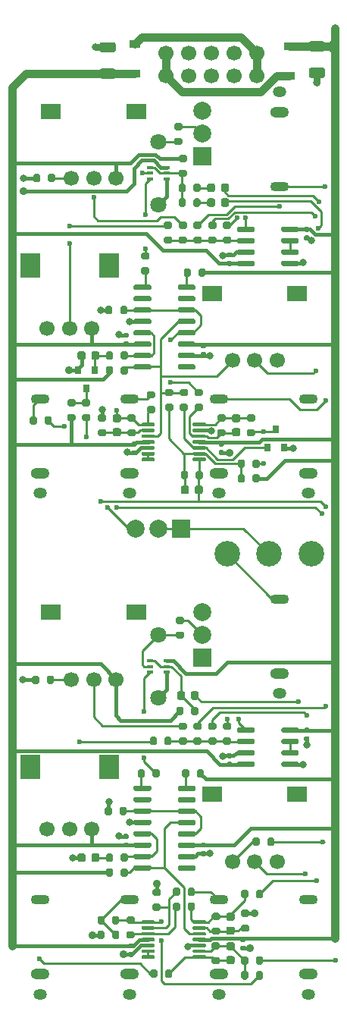
<source format=gbr>
G04 #@! TF.GenerationSoftware,KiCad,Pcbnew,(5.1.10)-1*
G04 #@! TF.CreationDate,2021-12-11T11:34:54-08:00*
G04 #@! TF.ProjectId,paradox,70617261-646f-4782-9e6b-696361645f70,rev?*
G04 #@! TF.SameCoordinates,Original*
G04 #@! TF.FileFunction,Copper,L1,Top*
G04 #@! TF.FilePolarity,Positive*
%FSLAX46Y46*%
G04 Gerber Fmt 4.6, Leading zero omitted, Abs format (unit mm)*
G04 Created by KiCad (PCBNEW (5.1.10)-1) date 2021-12-11 11:34:54*
%MOMM*%
%LPD*%
G01*
G04 APERTURE LIST*
G04 #@! TA.AperFunction,ComponentPad*
%ADD10C,1.800000*%
G04 #@! TD*
G04 #@! TA.AperFunction,ComponentPad*
%ADD11R,2.000000X2.000000*%
G04 #@! TD*
G04 #@! TA.AperFunction,ComponentPad*
%ADD12C,2.000000*%
G04 #@! TD*
G04 #@! TA.AperFunction,ComponentPad*
%ADD13R,2.300000X2.700000*%
G04 #@! TD*
G04 #@! TA.AperFunction,ComponentPad*
%ADD14C,1.700000*%
G04 #@! TD*
G04 #@! TA.AperFunction,ComponentPad*
%ADD15O,1.500000X1.200000*%
G04 #@! TD*
G04 #@! TA.AperFunction,ComponentPad*
%ADD16O,2.100000X1.200000*%
G04 #@! TD*
G04 #@! TA.AperFunction,ComponentPad*
%ADD17O,2.100000X1.100000*%
G04 #@! TD*
G04 #@! TA.AperFunction,SMDPad,CuDef*
%ADD18R,0.800000X0.900000*%
G04 #@! TD*
G04 #@! TA.AperFunction,SMDPad,CuDef*
%ADD19R,0.650000X0.400000*%
G04 #@! TD*
G04 #@! TA.AperFunction,SMDPad,CuDef*
%ADD20R,1.200000X0.900000*%
G04 #@! TD*
G04 #@! TA.AperFunction,ComponentPad*
%ADD21C,2.850000*%
G04 #@! TD*
G04 #@! TA.AperFunction,ComponentPad*
%ADD22R,2.300000X1.700000*%
G04 #@! TD*
G04 #@! TA.AperFunction,ViaPad*
%ADD23C,0.800000*%
G04 #@! TD*
G04 #@! TA.AperFunction,ViaPad*
%ADD24C,0.900000*%
G04 #@! TD*
G04 #@! TA.AperFunction,ViaPad*
%ADD25C,0.600000*%
G04 #@! TD*
G04 #@! TA.AperFunction,Conductor*
%ADD26C,0.400000*%
G04 #@! TD*
G04 #@! TA.AperFunction,Conductor*
%ADD27C,0.800000*%
G04 #@! TD*
G04 #@! TA.AperFunction,Conductor*
%ADD28C,0.900000*%
G04 #@! TD*
G04 #@! TA.AperFunction,Conductor*
%ADD29C,0.250000*%
G04 #@! TD*
G04 APERTURE END LIST*
D10*
G04 #@! TO.P,R20,2*
G04 #@! TO.N,Vs_B*
X-20764500Y40965000D03*
G04 #@! TO.P,R20,1*
G04 #@! TO.N,GND*
X-20764500Y33965000D03*
G04 #@! TD*
G04 #@! TO.P,R19,2*
G04 #@! TO.N,Vs_A*
X-20764500Y96019500D03*
G04 #@! TO.P,R19,1*
G04 #@! TO.N,GND*
X-20764500Y89019500D03*
G04 #@! TD*
D11*
G04 #@! TO.P,RV9,1*
G04 #@! TO.N,Net-(RV9-Pad1)*
X-18254001Y52865000D03*
D12*
G04 #@! TO.P,RV9,2*
X-20794001Y52865000D03*
G04 #@! TO.P,RV9,3*
G04 #@! TO.N,Net-(R25-Pad2)*
X-23334001Y52865000D03*
G04 #@! TD*
G04 #@! TO.P,RV8,3*
G04 #@! TO.N,Net-(RV8-Pad3)*
X-15890000Y43535000D03*
G04 #@! TO.P,RV8,2*
G04 #@! TO.N,Net-(R18-Pad2)*
X-15890000Y40995000D03*
D11*
G04 #@! TO.P,RV8,1*
G04 #@! TO.N,Net-(R15-Pad1)*
X-15890000Y38455000D03*
G04 #@! TD*
D12*
G04 #@! TO.P,RV7,3*
G04 #@! TO.N,Net-(RV7-Pad3)*
X-15890000Y99454000D03*
G04 #@! TO.P,RV7,2*
G04 #@! TO.N,Net-(R17-Pad2)*
X-15890000Y96914000D03*
D11*
G04 #@! TO.P,RV7,1*
G04 #@! TO.N,Net-(R14-Pad1)*
X-15890000Y94374000D03*
G04 #@! TD*
D13*
G04 #@! TO.P,RV2,*
G04 #@! TO.N,*
X-35105000Y82199000D03*
X-26305000Y82199000D03*
D14*
G04 #@! TO.P,RV2,3*
G04 #@! TO.N,+12V*
X-33205000Y75199000D03*
G04 #@! TO.P,RV2,2*
G04 #@! TO.N,TUNE_A*
X-30705000Y75199000D03*
G04 #@! TO.P,RV2,1*
G04 #@! TO.N,-12V*
X-28205000Y75199000D03*
G04 #@! TD*
D13*
G04 #@! TO.P,RV5,*
G04 #@! TO.N,*
X-35105000Y26280000D03*
X-26305000Y26280000D03*
D14*
G04 #@! TO.P,RV5,3*
G04 #@! TO.N,+12V*
X-33205000Y19280000D03*
G04 #@! TO.P,RV5,2*
G04 #@! TO.N,TUNE_B*
X-30705000Y19280000D03*
G04 #@! TO.P,RV5,1*
G04 #@! TO.N,-12V*
X-28205000Y19280000D03*
G04 #@! TD*
G04 #@! TO.P,R58,2*
G04 #@! TO.N,Net-(J9-PadT)*
G04 #@! TA.AperFunction,SMDPad,CuDef*
G36*
G01*
X-25927500Y7218000D02*
X-25927500Y7768000D01*
G75*
G02*
X-25727500Y7968000I200000J0D01*
G01*
X-25327500Y7968000D01*
G75*
G02*
X-25127500Y7768000I0J-200000D01*
G01*
X-25127500Y7218000D01*
G75*
G02*
X-25327500Y7018000I-200000J0D01*
G01*
X-25727500Y7018000D01*
G75*
G02*
X-25927500Y7218000I0J200000D01*
G01*
G37*
G04 #@! TD.AperFunction*
G04 #@! TO.P,R58,1*
G04 #@! TO.N,GND*
G04 #@! TA.AperFunction,SMDPad,CuDef*
G36*
G01*
X-27577500Y7218000D02*
X-27577500Y7768000D01*
G75*
G02*
X-27377500Y7968000I200000J0D01*
G01*
X-26977500Y7968000D01*
G75*
G02*
X-26777500Y7768000I0J-200000D01*
G01*
X-26777500Y7218000D01*
G75*
G02*
X-26977500Y7018000I-200000J0D01*
G01*
X-27377500Y7018000D01*
G75*
G02*
X-27577500Y7218000I0J200000D01*
G01*
G37*
G04 #@! TD.AperFunction*
G04 #@! TD*
G04 #@! TO.P,R57,2*
G04 #@! TO.N,SQR_MIX*
G04 #@! TA.AperFunction,SMDPad,CuDef*
G36*
G01*
X-25927500Y8869000D02*
X-25927500Y9419000D01*
G75*
G02*
X-25727500Y9619000I200000J0D01*
G01*
X-25327500Y9619000D01*
G75*
G02*
X-25127500Y9419000I0J-200000D01*
G01*
X-25127500Y8869000D01*
G75*
G02*
X-25327500Y8669000I-200000J0D01*
G01*
X-25727500Y8669000D01*
G75*
G02*
X-25927500Y8869000I0J200000D01*
G01*
G37*
G04 #@! TD.AperFunction*
G04 #@! TO.P,R57,1*
G04 #@! TO.N,Net-(J9-PadT)*
G04 #@! TA.AperFunction,SMDPad,CuDef*
G36*
G01*
X-27577500Y8869000D02*
X-27577500Y9419000D01*
G75*
G02*
X-27377500Y9619000I200000J0D01*
G01*
X-26977500Y9619000D01*
G75*
G02*
X-26777500Y9419000I0J-200000D01*
G01*
X-26777500Y8869000D01*
G75*
G02*
X-26977500Y8669000I-200000J0D01*
G01*
X-27377500Y8669000D01*
G75*
G02*
X-27577500Y8869000I0J200000D01*
G01*
G37*
G04 #@! TD.AperFunction*
G04 #@! TD*
G04 #@! TO.P,R56,1*
G04 #@! TO.N,OSC_B*
G04 #@! TA.AperFunction,SMDPad,CuDef*
G36*
G01*
X-9062000Y12340000D02*
X-9062000Y11790000D01*
G75*
G02*
X-9262000Y11590000I-200000J0D01*
G01*
X-9662000Y11590000D01*
G75*
G02*
X-9862000Y11790000I0J200000D01*
G01*
X-9862000Y12340000D01*
G75*
G02*
X-9662000Y12540000I200000J0D01*
G01*
X-9262000Y12540000D01*
G75*
G02*
X-9062000Y12340000I0J-200000D01*
G01*
G37*
G04 #@! TD.AperFunction*
G04 #@! TO.P,R56,2*
G04 #@! TO.N,Net-(C17-Pad1)*
G04 #@! TA.AperFunction,SMDPad,CuDef*
G36*
G01*
X-10712000Y12340000D02*
X-10712000Y11790000D01*
G75*
G02*
X-10912000Y11590000I-200000J0D01*
G01*
X-11312000Y11590000D01*
G75*
G02*
X-11512000Y11790000I0J200000D01*
G01*
X-11512000Y12340000D01*
G75*
G02*
X-11312000Y12540000I200000J0D01*
G01*
X-10912000Y12540000D01*
G75*
G02*
X-10712000Y12340000I0J-200000D01*
G01*
G37*
G04 #@! TD.AperFunction*
G04 #@! TD*
G04 #@! TO.P,R49,2*
G04 #@! TO.N,Net-(R43-Pad1)*
G04 #@! TA.AperFunction,SMDPad,CuDef*
G36*
G01*
X-24151000Y7893500D02*
X-23601000Y7893500D01*
G75*
G02*
X-23401000Y7693500I0J-200000D01*
G01*
X-23401000Y7293500D01*
G75*
G02*
X-23601000Y7093500I-200000J0D01*
G01*
X-24151000Y7093500D01*
G75*
G02*
X-24351000Y7293500I0J200000D01*
G01*
X-24351000Y7693500D01*
G75*
G02*
X-24151000Y7893500I200000J0D01*
G01*
G37*
G04 #@! TD.AperFunction*
G04 #@! TO.P,R49,1*
G04 #@! TO.N,SQR_MIX*
G04 #@! TA.AperFunction,SMDPad,CuDef*
G36*
G01*
X-24151000Y9543500D02*
X-23601000Y9543500D01*
G75*
G02*
X-23401000Y9343500I0J-200000D01*
G01*
X-23401000Y8943500D01*
G75*
G02*
X-23601000Y8743500I-200000J0D01*
G01*
X-24151000Y8743500D01*
G75*
G02*
X-24351000Y8943500I0J200000D01*
G01*
X-24351000Y9343500D01*
G75*
G02*
X-24151000Y9543500I200000J0D01*
G01*
G37*
G04 #@! TD.AperFunction*
G04 #@! TD*
G04 #@! TO.P,R48,1*
G04 #@! TO.N,Net-(C17-Pad1)*
G04 #@! TA.AperFunction,SMDPad,CuDef*
G36*
G01*
X-14600600Y9975300D02*
X-14050600Y9975300D01*
G75*
G02*
X-13850600Y9775300I0J-200000D01*
G01*
X-13850600Y9375300D01*
G75*
G02*
X-14050600Y9175300I-200000J0D01*
G01*
X-14600600Y9175300D01*
G75*
G02*
X-14800600Y9375300I0J200000D01*
G01*
X-14800600Y9775300D01*
G75*
G02*
X-14600600Y9975300I200000J0D01*
G01*
G37*
G04 #@! TD.AperFunction*
G04 #@! TO.P,R48,2*
G04 #@! TO.N,Net-(C17-Pad2)*
G04 #@! TA.AperFunction,SMDPad,CuDef*
G36*
G01*
X-14600600Y8325300D02*
X-14050600Y8325300D01*
G75*
G02*
X-13850600Y8125300I0J-200000D01*
G01*
X-13850600Y7725300D01*
G75*
G02*
X-14050600Y7525300I-200000J0D01*
G01*
X-14600600Y7525300D01*
G75*
G02*
X-14800600Y7725300I0J200000D01*
G01*
X-14800600Y8125300D01*
G75*
G02*
X-14600600Y8325300I200000J0D01*
G01*
G37*
G04 #@! TD.AperFunction*
G04 #@! TD*
G04 #@! TO.P,R46,2*
G04 #@! TO.N,Net-(R45-Pad2)*
G04 #@! TA.AperFunction,SMDPad,CuDef*
G36*
G01*
X-21230000Y11005000D02*
X-20680000Y11005000D01*
G75*
G02*
X-20480000Y10805000I0J-200000D01*
G01*
X-20480000Y10405000D01*
G75*
G02*
X-20680000Y10205000I-200000J0D01*
G01*
X-21230000Y10205000D01*
G75*
G02*
X-21430000Y10405000I0J200000D01*
G01*
X-21430000Y10805000D01*
G75*
G02*
X-21230000Y11005000I200000J0D01*
G01*
G37*
G04 #@! TD.AperFunction*
G04 #@! TO.P,R46,1*
G04 #@! TO.N,GND*
G04 #@! TA.AperFunction,SMDPad,CuDef*
G36*
G01*
X-21230000Y12655000D02*
X-20680000Y12655000D01*
G75*
G02*
X-20480000Y12455000I0J-200000D01*
G01*
X-20480000Y12055000D01*
G75*
G02*
X-20680000Y11855000I-200000J0D01*
G01*
X-21230000Y11855000D01*
G75*
G02*
X-21430000Y12055000I0J200000D01*
G01*
X-21430000Y12455000D01*
G75*
G02*
X-21230000Y12655000I200000J0D01*
G01*
G37*
G04 #@! TD.AperFunction*
G04 #@! TD*
G04 #@! TO.P,R45,1*
G04 #@! TO.N,Net-(J10-PadT)*
G04 #@! TA.AperFunction,SMDPad,CuDef*
G36*
G01*
X-16682000Y12594000D02*
X-16682000Y12044000D01*
G75*
G02*
X-16882000Y11844000I-200000J0D01*
G01*
X-17282000Y11844000D01*
G75*
G02*
X-17482000Y12044000I0J200000D01*
G01*
X-17482000Y12594000D01*
G75*
G02*
X-17282000Y12794000I200000J0D01*
G01*
X-16882000Y12794000D01*
G75*
G02*
X-16682000Y12594000I0J-200000D01*
G01*
G37*
G04 #@! TD.AperFunction*
G04 #@! TO.P,R45,2*
G04 #@! TO.N,Net-(R45-Pad2)*
G04 #@! TA.AperFunction,SMDPad,CuDef*
G36*
G01*
X-18332000Y12594000D02*
X-18332000Y12044000D01*
G75*
G02*
X-18532000Y11844000I-200000J0D01*
G01*
X-18932000Y11844000D01*
G75*
G02*
X-19132000Y12044000I0J200000D01*
G01*
X-19132000Y12594000D01*
G75*
G02*
X-18932000Y12794000I200000J0D01*
G01*
X-18532000Y12794000D01*
G75*
G02*
X-18332000Y12594000I0J-200000D01*
G01*
G37*
G04 #@! TD.AperFunction*
G04 #@! TD*
G04 #@! TO.P,R43,1*
G04 #@! TO.N,Net-(R43-Pad1)*
G04 #@! TA.AperFunction,SMDPad,CuDef*
G36*
G01*
X-19132000Y10393000D02*
X-19132000Y10943000D01*
G75*
G02*
X-18932000Y11143000I200000J0D01*
G01*
X-18532000Y11143000D01*
G75*
G02*
X-18332000Y10943000I0J-200000D01*
G01*
X-18332000Y10393000D01*
G75*
G02*
X-18532000Y10193000I-200000J0D01*
G01*
X-18932000Y10193000D01*
G75*
G02*
X-19132000Y10393000I0J200000D01*
G01*
G37*
G04 #@! TD.AperFunction*
G04 #@! TO.P,R43,2*
G04 #@! TO.N,Net-(C17-Pad1)*
G04 #@! TA.AperFunction,SMDPad,CuDef*
G36*
G01*
X-17482000Y10393000D02*
X-17482000Y10943000D01*
G75*
G02*
X-17282000Y11143000I200000J0D01*
G01*
X-16882000Y11143000D01*
G75*
G02*
X-16682000Y10943000I0J-200000D01*
G01*
X-16682000Y10393000D01*
G75*
G02*
X-16882000Y10193000I-200000J0D01*
G01*
X-17282000Y10193000D01*
G75*
G02*
X-17482000Y10393000I0J200000D01*
G01*
G37*
G04 #@! TD.AperFunction*
G04 #@! TD*
G04 #@! TO.P,R41,1*
G04 #@! TO.N,Net-(C17-Pad2)*
G04 #@! TA.AperFunction,SMDPad,CuDef*
G36*
G01*
X-10799400Y7855000D02*
X-11349400Y7855000D01*
G75*
G02*
X-11549400Y8055000I0J200000D01*
G01*
X-11549400Y8455000D01*
G75*
G02*
X-11349400Y8655000I200000J0D01*
G01*
X-10799400Y8655000D01*
G75*
G02*
X-10599400Y8455000I0J-200000D01*
G01*
X-10599400Y8055000D01*
G75*
G02*
X-10799400Y7855000I-200000J0D01*
G01*
G37*
G04 #@! TD.AperFunction*
G04 #@! TO.P,R41,2*
G04 #@! TO.N,GND*
G04 #@! TA.AperFunction,SMDPad,CuDef*
G36*
G01*
X-10799400Y9505000D02*
X-11349400Y9505000D01*
G75*
G02*
X-11549400Y9705000I0J200000D01*
G01*
X-11549400Y10105000D01*
G75*
G02*
X-11349400Y10305000I200000J0D01*
G01*
X-10799400Y10305000D01*
G75*
G02*
X-10599400Y10105000I0J-200000D01*
G01*
X-10599400Y9705000D01*
G75*
G02*
X-10799400Y9505000I-200000J0D01*
G01*
G37*
G04 #@! TD.AperFunction*
G04 #@! TD*
G04 #@! TO.P,C17,1*
G04 #@! TO.N,Net-(C17-Pad1)*
G04 #@! TA.AperFunction,SMDPad,CuDef*
G36*
G01*
X-12950000Y9975300D02*
X-12450000Y9975300D01*
G75*
G02*
X-12225000Y9750300I0J-225000D01*
G01*
X-12225000Y9300300D01*
G75*
G02*
X-12450000Y9075300I-225000J0D01*
G01*
X-12950000Y9075300D01*
G75*
G02*
X-13175000Y9300300I0J225000D01*
G01*
X-13175000Y9750300D01*
G75*
G02*
X-12950000Y9975300I225000J0D01*
G01*
G37*
G04 #@! TD.AperFunction*
G04 #@! TO.P,C17,2*
G04 #@! TO.N,Net-(C17-Pad2)*
G04 #@! TA.AperFunction,SMDPad,CuDef*
G36*
G01*
X-12950000Y8425300D02*
X-12450000Y8425300D01*
G75*
G02*
X-12225000Y8200300I0J-225000D01*
G01*
X-12225000Y7750300D01*
G75*
G02*
X-12450000Y7525300I-225000J0D01*
G01*
X-12950000Y7525300D01*
G75*
G02*
X-13175000Y7750300I0J225000D01*
G01*
X-13175000Y8200300D01*
G75*
G02*
X-12950000Y8425300I225000J0D01*
G01*
G37*
G04 #@! TD.AperFunction*
G04 #@! TD*
G04 #@! TO.P,J6,10*
G04 #@! TO.N,Net-(D1-Pad2)*
X-19880000Y103378000D03*
G04 #@! TO.P,J6,9*
X-19880000Y105918000D03*
G04 #@! TO.P,J6,8*
G04 #@! TO.N,GND*
X-17340000Y103378000D03*
G04 #@! TO.P,J6,7*
X-17340000Y105918000D03*
G04 #@! TO.P,J6,6*
X-14800000Y103378000D03*
G04 #@! TO.P,J6,5*
X-14800000Y105918000D03*
G04 #@! TO.P,J6,4*
X-12260000Y103378000D03*
G04 #@! TO.P,J6,3*
X-12260000Y105918000D03*
G04 #@! TO.P,J6,2*
G04 #@! TO.N,Net-(D2-Pad1)*
X-9720000Y103378000D03*
G04 #@! TO.P,J6,1*
X-9720000Y105918000D03*
G04 #@! TD*
D15*
G04 #@! TO.P,J8,S*
G04 #@! TO.N,GND*
X-34000000Y879501D03*
D16*
G04 #@! TO.P,J8,TN*
G04 #@! TO.N,Net-(J8-PadTN)*
X-34000000Y3120001D03*
D17*
G04 #@! TO.P,J8,T*
G04 #@! TO.N,Net-(J8-PadT)*
X-34000000Y11420001D03*
G04 #@! TD*
G04 #@! TO.P,C25,2*
G04 #@! TO.N,Net-(C25-Pad2)*
G04 #@! TA.AperFunction,SMDPad,CuDef*
G36*
G01*
X-12450000Y5786000D02*
X-12950000Y5786000D01*
G75*
G02*
X-13175000Y6011000I0J225000D01*
G01*
X-13175000Y6461000D01*
G75*
G02*
X-12950000Y6686000I225000J0D01*
G01*
X-12450000Y6686000D01*
G75*
G02*
X-12225000Y6461000I0J-225000D01*
G01*
X-12225000Y6011000D01*
G75*
G02*
X-12450000Y5786000I-225000J0D01*
G01*
G37*
G04 #@! TD.AperFunction*
G04 #@! TO.P,C25,1*
G04 #@! TO.N,Net-(C25-Pad1)*
G04 #@! TA.AperFunction,SMDPad,CuDef*
G36*
G01*
X-12450000Y4236000D02*
X-12950000Y4236000D01*
G75*
G02*
X-13175000Y4461000I0J225000D01*
G01*
X-13175000Y4911000D01*
G75*
G02*
X-12950000Y5136000I225000J0D01*
G01*
X-12450000Y5136000D01*
G75*
G02*
X-12225000Y4911000I0J-225000D01*
G01*
X-12225000Y4461000D01*
G75*
G02*
X-12450000Y4236000I-225000J0D01*
G01*
G37*
G04 #@! TD.AperFunction*
G04 #@! TD*
G04 #@! TO.P,C24,2*
G04 #@! TO.N,Net-(C24-Pad2)*
G04 #@! TA.AperFunction,SMDPad,CuDef*
G36*
G01*
X-25650000Y64064000D02*
X-25150000Y64064000D01*
G75*
G02*
X-24925000Y63839000I0J-225000D01*
G01*
X-24925000Y63389000D01*
G75*
G02*
X-25150000Y63164000I-225000J0D01*
G01*
X-25650000Y63164000D01*
G75*
G02*
X-25875000Y63389000I0J225000D01*
G01*
X-25875000Y63839000D01*
G75*
G02*
X-25650000Y64064000I225000J0D01*
G01*
G37*
G04 #@! TD.AperFunction*
G04 #@! TO.P,C24,1*
G04 #@! TO.N,OSC_A*
G04 #@! TA.AperFunction,SMDPad,CuDef*
G36*
G01*
X-25650000Y65614000D02*
X-25150000Y65614000D01*
G75*
G02*
X-24925000Y65389000I0J-225000D01*
G01*
X-24925000Y64939000D01*
G75*
G02*
X-25150000Y64714000I-225000J0D01*
G01*
X-25650000Y64714000D01*
G75*
G02*
X-25875000Y64939000I0J225000D01*
G01*
X-25875000Y65389000D01*
G75*
G02*
X-25650000Y65614000I225000J0D01*
G01*
G37*
G04 #@! TD.AperFunction*
G04 #@! TD*
G04 #@! TO.P,U6,14*
G04 #@! TO.N,Net-(U6-Pad13)*
G04 #@! TA.AperFunction,SMDPad,CuDef*
G36*
G01*
X-21175000Y5126000D02*
X-21175000Y4926000D01*
G75*
G02*
X-21275000Y4826000I-100000J0D01*
G01*
X-22550000Y4826000D01*
G75*
G02*
X-22650000Y4926000I0J100000D01*
G01*
X-22650000Y5126000D01*
G75*
G02*
X-22550000Y5226000I100000J0D01*
G01*
X-21275000Y5226000D01*
G75*
G02*
X-21175000Y5126000I0J-100000D01*
G01*
G37*
G04 #@! TD.AperFunction*
G04 #@! TO.P,U6,13*
G04 #@! TA.AperFunction,SMDPad,CuDef*
G36*
G01*
X-21175000Y5776000D02*
X-21175000Y5576000D01*
G75*
G02*
X-21275000Y5476000I-100000J0D01*
G01*
X-22550000Y5476000D01*
G75*
G02*
X-22650000Y5576000I0J100000D01*
G01*
X-22650000Y5776000D01*
G75*
G02*
X-22550000Y5876000I100000J0D01*
G01*
X-21275000Y5876000D01*
G75*
G02*
X-21175000Y5776000I0J-100000D01*
G01*
G37*
G04 #@! TD.AperFunction*
G04 #@! TO.P,U6,12*
G04 #@! TO.N,GND*
G04 #@! TA.AperFunction,SMDPad,CuDef*
G36*
G01*
X-21175000Y6426000D02*
X-21175000Y6226000D01*
G75*
G02*
X-21275000Y6126000I-100000J0D01*
G01*
X-22550000Y6126000D01*
G75*
G02*
X-22650000Y6226000I0J100000D01*
G01*
X-22650000Y6426000D01*
G75*
G02*
X-22550000Y6526000I100000J0D01*
G01*
X-21275000Y6526000D01*
G75*
G02*
X-21175000Y6426000I0J-100000D01*
G01*
G37*
G04 #@! TD.AperFunction*
G04 #@! TO.P,U6,11*
G04 #@! TO.N,-12V*
G04 #@! TA.AperFunction,SMDPad,CuDef*
G36*
G01*
X-21175000Y7076000D02*
X-21175000Y6876000D01*
G75*
G02*
X-21275000Y6776000I-100000J0D01*
G01*
X-22550000Y6776000D01*
G75*
G02*
X-22650000Y6876000I0J100000D01*
G01*
X-22650000Y7076000D01*
G75*
G02*
X-22550000Y7176000I100000J0D01*
G01*
X-21275000Y7176000D01*
G75*
G02*
X-21175000Y7076000I0J-100000D01*
G01*
G37*
G04 #@! TD.AperFunction*
G04 #@! TO.P,U6,10*
G04 #@! TO.N,Net-(R43-Pad1)*
G04 #@! TA.AperFunction,SMDPad,CuDef*
G36*
G01*
X-21175000Y7726000D02*
X-21175000Y7526000D01*
G75*
G02*
X-21275000Y7426000I-100000J0D01*
G01*
X-22550000Y7426000D01*
G75*
G02*
X-22650000Y7526000I0J100000D01*
G01*
X-22650000Y7726000D01*
G75*
G02*
X-22550000Y7826000I100000J0D01*
G01*
X-21275000Y7826000D01*
G75*
G02*
X-21175000Y7726000I0J-100000D01*
G01*
G37*
G04 #@! TD.AperFunction*
G04 #@! TO.P,U6,9*
G04 #@! TO.N,Net-(R45-Pad2)*
G04 #@! TA.AperFunction,SMDPad,CuDef*
G36*
G01*
X-21175000Y8376000D02*
X-21175000Y8176000D01*
G75*
G02*
X-21275000Y8076000I-100000J0D01*
G01*
X-22550000Y8076000D01*
G75*
G02*
X-22650000Y8176000I0J100000D01*
G01*
X-22650000Y8376000D01*
G75*
G02*
X-22550000Y8476000I100000J0D01*
G01*
X-21275000Y8476000D01*
G75*
G02*
X-21175000Y8376000I0J-100000D01*
G01*
G37*
G04 #@! TD.AperFunction*
G04 #@! TO.P,U6,8*
G04 #@! TO.N,SQR_MIX*
G04 #@! TA.AperFunction,SMDPad,CuDef*
G36*
G01*
X-21175000Y9026000D02*
X-21175000Y8826000D01*
G75*
G02*
X-21275000Y8726000I-100000J0D01*
G01*
X-22550000Y8726000D01*
G75*
G02*
X-22650000Y8826000I0J100000D01*
G01*
X-22650000Y9026000D01*
G75*
G02*
X-22550000Y9126000I100000J0D01*
G01*
X-21275000Y9126000D01*
G75*
G02*
X-21175000Y9026000I0J-100000D01*
G01*
G37*
G04 #@! TD.AperFunction*
G04 #@! TO.P,U6,7*
G04 #@! TO.N,Net-(C17-Pad1)*
G04 #@! TA.AperFunction,SMDPad,CuDef*
G36*
G01*
X-15450000Y9026000D02*
X-15450000Y8826000D01*
G75*
G02*
X-15550000Y8726000I-100000J0D01*
G01*
X-16825000Y8726000D01*
G75*
G02*
X-16925000Y8826000I0J100000D01*
G01*
X-16925000Y9026000D01*
G75*
G02*
X-16825000Y9126000I100000J0D01*
G01*
X-15550000Y9126000D01*
G75*
G02*
X-15450000Y9026000I0J-100000D01*
G01*
G37*
G04 #@! TD.AperFunction*
G04 #@! TO.P,U6,6*
G04 #@! TO.N,Net-(C17-Pad2)*
G04 #@! TA.AperFunction,SMDPad,CuDef*
G36*
G01*
X-15450000Y8376000D02*
X-15450000Y8176000D01*
G75*
G02*
X-15550000Y8076000I-100000J0D01*
G01*
X-16825000Y8076000D01*
G75*
G02*
X-16925000Y8176000I0J100000D01*
G01*
X-16925000Y8376000D01*
G75*
G02*
X-16825000Y8476000I100000J0D01*
G01*
X-15550000Y8476000D01*
G75*
G02*
X-15450000Y8376000I0J-100000D01*
G01*
G37*
G04 #@! TD.AperFunction*
G04 #@! TO.P,U6,5*
G04 #@! TO.N,TRI_B*
G04 #@! TA.AperFunction,SMDPad,CuDef*
G36*
G01*
X-15450000Y7726000D02*
X-15450000Y7526000D01*
G75*
G02*
X-15550000Y7426000I-100000J0D01*
G01*
X-16825000Y7426000D01*
G75*
G02*
X-16925000Y7526000I0J100000D01*
G01*
X-16925000Y7726000D01*
G75*
G02*
X-16825000Y7826000I100000J0D01*
G01*
X-15550000Y7826000D01*
G75*
G02*
X-15450000Y7726000I0J-100000D01*
G01*
G37*
G04 #@! TD.AperFunction*
G04 #@! TO.P,U6,4*
G04 #@! TO.N,+12V*
G04 #@! TA.AperFunction,SMDPad,CuDef*
G36*
G01*
X-15450000Y7076000D02*
X-15450000Y6876000D01*
G75*
G02*
X-15550000Y6776000I-100000J0D01*
G01*
X-16825000Y6776000D01*
G75*
G02*
X-16925000Y6876000I0J100000D01*
G01*
X-16925000Y7076000D01*
G75*
G02*
X-16825000Y7176000I100000J0D01*
G01*
X-15550000Y7176000D01*
G75*
G02*
X-15450000Y7076000I0J-100000D01*
G01*
G37*
G04 #@! TD.AperFunction*
G04 #@! TO.P,U6,3*
G04 #@! TO.N,GND*
G04 #@! TA.AperFunction,SMDPad,CuDef*
G36*
G01*
X-15450000Y6426000D02*
X-15450000Y6226000D01*
G75*
G02*
X-15550000Y6126000I-100000J0D01*
G01*
X-16825000Y6126000D01*
G75*
G02*
X-16925000Y6226000I0J100000D01*
G01*
X-16925000Y6426000D01*
G75*
G02*
X-16825000Y6526000I100000J0D01*
G01*
X-15550000Y6526000D01*
G75*
G02*
X-15450000Y6426000I0J-100000D01*
G01*
G37*
G04 #@! TD.AperFunction*
G04 #@! TO.P,U6,2*
G04 #@! TO.N,Net-(C25-Pad2)*
G04 #@! TA.AperFunction,SMDPad,CuDef*
G36*
G01*
X-15450000Y5776000D02*
X-15450000Y5576000D01*
G75*
G02*
X-15550000Y5476000I-100000J0D01*
G01*
X-16825000Y5476000D01*
G75*
G02*
X-16925000Y5576000I0J100000D01*
G01*
X-16925000Y5776000D01*
G75*
G02*
X-16825000Y5876000I100000J0D01*
G01*
X-15550000Y5876000D01*
G75*
G02*
X-15450000Y5776000I0J-100000D01*
G01*
G37*
G04 #@! TD.AperFunction*
G04 #@! TO.P,U6,1*
G04 #@! TO.N,Net-(C25-Pad1)*
G04 #@! TA.AperFunction,SMDPad,CuDef*
G36*
G01*
X-15450000Y5126000D02*
X-15450000Y4926000D01*
G75*
G02*
X-15550000Y4826000I-100000J0D01*
G01*
X-16825000Y4826000D01*
G75*
G02*
X-16925000Y4926000I0J100000D01*
G01*
X-16925000Y5126000D01*
G75*
G02*
X-16825000Y5226000I100000J0D01*
G01*
X-15550000Y5226000D01*
G75*
G02*
X-15450000Y5126000I0J-100000D01*
G01*
G37*
G04 #@! TD.AperFunction*
G04 #@! TD*
G04 #@! TO.P,U5,8*
G04 #@! TO.N,+12V*
G04 #@! TA.AperFunction,SMDPad,CuDef*
G36*
G01*
X-7009000Y30203000D02*
X-7009000Y30503000D01*
G75*
G02*
X-6859000Y30653000I150000J0D01*
G01*
X-5209000Y30653000D01*
G75*
G02*
X-5059000Y30503000I0J-150000D01*
G01*
X-5059000Y30203000D01*
G75*
G02*
X-5209000Y30053000I-150000J0D01*
G01*
X-6859000Y30053000D01*
G75*
G02*
X-7009000Y30203000I0J150000D01*
G01*
G37*
G04 #@! TD.AperFunction*
G04 #@! TO.P,U5,7*
G04 #@! TO.N,Net-(U5-Pad6)*
G04 #@! TA.AperFunction,SMDPad,CuDef*
G36*
G01*
X-7009000Y28933000D02*
X-7009000Y29233000D01*
G75*
G02*
X-6859000Y29383000I150000J0D01*
G01*
X-5209000Y29383000D01*
G75*
G02*
X-5059000Y29233000I0J-150000D01*
G01*
X-5059000Y28933000D01*
G75*
G02*
X-5209000Y28783000I-150000J0D01*
G01*
X-6859000Y28783000D01*
G75*
G02*
X-7009000Y28933000I0J150000D01*
G01*
G37*
G04 #@! TD.AperFunction*
G04 #@! TO.P,U5,6*
G04 #@! TA.AperFunction,SMDPad,CuDef*
G36*
G01*
X-7009000Y27663000D02*
X-7009000Y27963000D01*
G75*
G02*
X-6859000Y28113000I150000J0D01*
G01*
X-5209000Y28113000D01*
G75*
G02*
X-5059000Y27963000I0J-150000D01*
G01*
X-5059000Y27663000D01*
G75*
G02*
X-5209000Y27513000I-150000J0D01*
G01*
X-6859000Y27513000D01*
G75*
G02*
X-7009000Y27663000I0J150000D01*
G01*
G37*
G04 #@! TD.AperFunction*
G04 #@! TO.P,U5,5*
G04 #@! TO.N,GND*
G04 #@! TA.AperFunction,SMDPad,CuDef*
G36*
G01*
X-7009000Y26393000D02*
X-7009000Y26693000D01*
G75*
G02*
X-6859000Y26843000I150000J0D01*
G01*
X-5209000Y26843000D01*
G75*
G02*
X-5059000Y26693000I0J-150000D01*
G01*
X-5059000Y26393000D01*
G75*
G02*
X-5209000Y26243000I-150000J0D01*
G01*
X-6859000Y26243000D01*
G75*
G02*
X-7009000Y26393000I0J150000D01*
G01*
G37*
G04 #@! TD.AperFunction*
G04 #@! TO.P,U5,4*
G04 #@! TO.N,-12V*
G04 #@! TA.AperFunction,SMDPad,CuDef*
G36*
G01*
X-11959000Y26393000D02*
X-11959000Y26693000D01*
G75*
G02*
X-11809000Y26843000I150000J0D01*
G01*
X-10159000Y26843000D01*
G75*
G02*
X-10009000Y26693000I0J-150000D01*
G01*
X-10009000Y26393000D01*
G75*
G02*
X-10159000Y26243000I-150000J0D01*
G01*
X-11809000Y26243000D01*
G75*
G02*
X-11959000Y26393000I0J150000D01*
G01*
G37*
G04 #@! TD.AperFunction*
G04 #@! TO.P,U5,3*
G04 #@! TO.N,GND*
G04 #@! TA.AperFunction,SMDPad,CuDef*
G36*
G01*
X-11959000Y27663000D02*
X-11959000Y27963000D01*
G75*
G02*
X-11809000Y28113000I150000J0D01*
G01*
X-10159000Y28113000D01*
G75*
G02*
X-10009000Y27963000I0J-150000D01*
G01*
X-10009000Y27663000D01*
G75*
G02*
X-10159000Y27513000I-150000J0D01*
G01*
X-11809000Y27513000D01*
G75*
G02*
X-11959000Y27663000I0J150000D01*
G01*
G37*
G04 #@! TD.AperFunction*
G04 #@! TO.P,U5,2*
G04 #@! TO.N,Net-(R10-Pad1)*
G04 #@! TA.AperFunction,SMDPad,CuDef*
G36*
G01*
X-11959000Y28933000D02*
X-11959000Y29233000D01*
G75*
G02*
X-11809000Y29383000I150000J0D01*
G01*
X-10159000Y29383000D01*
G75*
G02*
X-10009000Y29233000I0J-150000D01*
G01*
X-10009000Y28933000D01*
G75*
G02*
X-10159000Y28783000I-150000J0D01*
G01*
X-11809000Y28783000D01*
G75*
G02*
X-11959000Y28933000I0J150000D01*
G01*
G37*
G04 #@! TD.AperFunction*
G04 #@! TO.P,U5,1*
G04 #@! TO.N,Net-(R18-Pad2)*
G04 #@! TA.AperFunction,SMDPad,CuDef*
G36*
G01*
X-11959000Y30203000D02*
X-11959000Y30503000D01*
G75*
G02*
X-11809000Y30653000I150000J0D01*
G01*
X-10159000Y30653000D01*
G75*
G02*
X-10009000Y30503000I0J-150000D01*
G01*
X-10009000Y30203000D01*
G75*
G02*
X-10159000Y30053000I-150000J0D01*
G01*
X-11809000Y30053000D01*
G75*
G02*
X-11959000Y30203000I0J150000D01*
G01*
G37*
G04 #@! TD.AperFunction*
G04 #@! TD*
G04 #@! TO.P,C22,2*
G04 #@! TO.N,-12V*
G04 #@! TA.AperFunction,SMDPad,CuDef*
G36*
G01*
X-12997000Y26823000D02*
X-12657000Y26823000D01*
G75*
G02*
X-12517000Y26683000I0J-140000D01*
G01*
X-12517000Y26403000D01*
G75*
G02*
X-12657000Y26263000I-140000J0D01*
G01*
X-12997000Y26263000D01*
G75*
G02*
X-13137000Y26403000I0J140000D01*
G01*
X-13137000Y26683000D01*
G75*
G02*
X-12997000Y26823000I140000J0D01*
G01*
G37*
G04 #@! TD.AperFunction*
G04 #@! TO.P,C22,1*
G04 #@! TO.N,GND*
G04 #@! TA.AperFunction,SMDPad,CuDef*
G36*
G01*
X-12997000Y27783000D02*
X-12657000Y27783000D01*
G75*
G02*
X-12517000Y27643000I0J-140000D01*
G01*
X-12517000Y27363000D01*
G75*
G02*
X-12657000Y27223000I-140000J0D01*
G01*
X-12997000Y27223000D01*
G75*
G02*
X-13137000Y27363000I0J140000D01*
G01*
X-13137000Y27643000D01*
G75*
G02*
X-12997000Y27783000I140000J0D01*
G01*
G37*
G04 #@! TD.AperFunction*
G04 #@! TD*
G04 #@! TO.P,C21,2*
G04 #@! TO.N,GND*
G04 #@! TA.AperFunction,SMDPad,CuDef*
G36*
G01*
X-4361000Y29673000D02*
X-4021000Y29673000D01*
G75*
G02*
X-3881000Y29533000I0J-140000D01*
G01*
X-3881000Y29253000D01*
G75*
G02*
X-4021000Y29113000I-140000J0D01*
G01*
X-4361000Y29113000D01*
G75*
G02*
X-4501000Y29253000I0J140000D01*
G01*
X-4501000Y29533000D01*
G75*
G02*
X-4361000Y29673000I140000J0D01*
G01*
G37*
G04 #@! TD.AperFunction*
G04 #@! TO.P,C21,1*
G04 #@! TO.N,+12V*
G04 #@! TA.AperFunction,SMDPad,CuDef*
G36*
G01*
X-4361000Y30633000D02*
X-4021000Y30633000D01*
G75*
G02*
X-3881000Y30493000I0J-140000D01*
G01*
X-3881000Y30213000D01*
G75*
G02*
X-4021000Y30073000I-140000J0D01*
G01*
X-4361000Y30073000D01*
G75*
G02*
X-4501000Y30213000I0J140000D01*
G01*
X-4501000Y30493000D01*
G75*
G02*
X-4361000Y30633000I140000J0D01*
G01*
G37*
G04 #@! TD.AperFunction*
G04 #@! TD*
G04 #@! TO.P,R55,2*
G04 #@! TO.N,SAW_MIX*
G04 #@! TA.AperFunction,SMDPad,CuDef*
G36*
G01*
X-33484000Y64652000D02*
X-33484000Y65202000D01*
G75*
G02*
X-33284000Y65402000I200000J0D01*
G01*
X-32884000Y65402000D01*
G75*
G02*
X-32684000Y65202000I0J-200000D01*
G01*
X-32684000Y64652000D01*
G75*
G02*
X-32884000Y64452000I-200000J0D01*
G01*
X-33284000Y64452000D01*
G75*
G02*
X-33484000Y64652000I0J200000D01*
G01*
G37*
G04 #@! TD.AperFunction*
G04 #@! TO.P,R55,1*
G04 #@! TO.N,Net-(J11-PadT)*
G04 #@! TA.AperFunction,SMDPad,CuDef*
G36*
G01*
X-35134000Y64652000D02*
X-35134000Y65202000D01*
G75*
G02*
X-34934000Y65402000I200000J0D01*
G01*
X-34534000Y65402000D01*
G75*
G02*
X-34334000Y65202000I0J-200000D01*
G01*
X-34334000Y64652000D01*
G75*
G02*
X-34534000Y64452000I-200000J0D01*
G01*
X-34934000Y64452000D01*
G75*
G02*
X-35134000Y64652000I0J200000D01*
G01*
G37*
G04 #@! TD.AperFunction*
G04 #@! TD*
G04 #@! TO.P,R38,2*
G04 #@! TO.N,Net-(C25-Pad1)*
G04 #@! TA.AperFunction,SMDPad,CuDef*
G36*
G01*
X-20022000Y2900000D02*
X-20022000Y3450000D01*
G75*
G02*
X-19822000Y3650000I200000J0D01*
G01*
X-19422000Y3650000D01*
G75*
G02*
X-19222000Y3450000I0J-200000D01*
G01*
X-19222000Y2900000D01*
G75*
G02*
X-19422000Y2700000I-200000J0D01*
G01*
X-19822000Y2700000D01*
G75*
G02*
X-20022000Y2900000I0J200000D01*
G01*
G37*
G04 #@! TD.AperFunction*
G04 #@! TO.P,R38,1*
G04 #@! TO.N,Net-(J8-PadT)*
G04 #@! TA.AperFunction,SMDPad,CuDef*
G36*
G01*
X-21672000Y2900000D02*
X-21672000Y3450000D01*
G75*
G02*
X-21472000Y3650000I200000J0D01*
G01*
X-21072000Y3650000D01*
G75*
G02*
X-20872000Y3450000I0J-200000D01*
G01*
X-20872000Y2900000D01*
G75*
G02*
X-21072000Y2700000I-200000J0D01*
G01*
X-21472000Y2700000D01*
G75*
G02*
X-21672000Y2900000I0J200000D01*
G01*
G37*
G04 #@! TD.AperFunction*
G04 #@! TD*
G04 #@! TO.P,R16,2*
G04 #@! TO.N,OSC_A*
G04 #@! TA.AperFunction,SMDPad,CuDef*
G36*
G01*
X-21865000Y66534000D02*
X-21315000Y66534000D01*
G75*
G02*
X-21115000Y66334000I0J-200000D01*
G01*
X-21115000Y65934000D01*
G75*
G02*
X-21315000Y65734000I-200000J0D01*
G01*
X-21865000Y65734000D01*
G75*
G02*
X-22065000Y65934000I0J200000D01*
G01*
X-22065000Y66334000D01*
G75*
G02*
X-21865000Y66534000I200000J0D01*
G01*
G37*
G04 #@! TD.AperFunction*
G04 #@! TO.P,R16,1*
G04 #@! TO.N,Net-(J7-PadT)*
G04 #@! TA.AperFunction,SMDPad,CuDef*
G36*
G01*
X-21865000Y68184000D02*
X-21315000Y68184000D01*
G75*
G02*
X-21115000Y67984000I0J-200000D01*
G01*
X-21115000Y67584000D01*
G75*
G02*
X-21315000Y67384000I-200000J0D01*
G01*
X-21865000Y67384000D01*
G75*
G02*
X-22065000Y67584000I0J200000D01*
G01*
X-22065000Y67984000D01*
G75*
G02*
X-21865000Y68184000I200000J0D01*
G01*
G37*
G04 #@! TD.AperFunction*
G04 #@! TD*
G04 #@! TO.P,C20,2*
G04 #@! TO.N,-12V*
G04 #@! TA.AperFunction,SMDPad,CuDef*
G36*
G01*
X-12997000Y82733000D02*
X-12657000Y82733000D01*
G75*
G02*
X-12517000Y82593000I0J-140000D01*
G01*
X-12517000Y82313000D01*
G75*
G02*
X-12657000Y82173000I-140000J0D01*
G01*
X-12997000Y82173000D01*
G75*
G02*
X-13137000Y82313000I0J140000D01*
G01*
X-13137000Y82593000D01*
G75*
G02*
X-12997000Y82733000I140000J0D01*
G01*
G37*
G04 #@! TD.AperFunction*
G04 #@! TO.P,C20,1*
G04 #@! TO.N,GND*
G04 #@! TA.AperFunction,SMDPad,CuDef*
G36*
G01*
X-12997000Y83693000D02*
X-12657000Y83693000D01*
G75*
G02*
X-12517000Y83553000I0J-140000D01*
G01*
X-12517000Y83273000D01*
G75*
G02*
X-12657000Y83133000I-140000J0D01*
G01*
X-12997000Y83133000D01*
G75*
G02*
X-13137000Y83273000I0J140000D01*
G01*
X-13137000Y83553000D01*
G75*
G02*
X-12997000Y83693000I140000J0D01*
G01*
G37*
G04 #@! TD.AperFunction*
G04 #@! TD*
G04 #@! TO.P,C19,2*
G04 #@! TO.N,GND*
G04 #@! TA.AperFunction,SMDPad,CuDef*
G36*
G01*
X-4361000Y85583000D02*
X-4021000Y85583000D01*
G75*
G02*
X-3881000Y85443000I0J-140000D01*
G01*
X-3881000Y85163000D01*
G75*
G02*
X-4021000Y85023000I-140000J0D01*
G01*
X-4361000Y85023000D01*
G75*
G02*
X-4501000Y85163000I0J140000D01*
G01*
X-4501000Y85443000D01*
G75*
G02*
X-4361000Y85583000I140000J0D01*
G01*
G37*
G04 #@! TD.AperFunction*
G04 #@! TO.P,C19,1*
G04 #@! TO.N,+12V*
G04 #@! TA.AperFunction,SMDPad,CuDef*
G36*
G01*
X-4361000Y86543000D02*
X-4021000Y86543000D01*
G75*
G02*
X-3881000Y86403000I0J-140000D01*
G01*
X-3881000Y86123000D01*
G75*
G02*
X-4021000Y85983000I-140000J0D01*
G01*
X-4361000Y85983000D01*
G75*
G02*
X-4501000Y86123000I0J140000D01*
G01*
X-4501000Y86403000D01*
G75*
G02*
X-4361000Y86543000I140000J0D01*
G01*
G37*
G04 #@! TD.AperFunction*
G04 #@! TD*
G04 #@! TO.P,U1,8*
G04 #@! TO.N,+12V*
G04 #@! TA.AperFunction,SMDPad,CuDef*
G36*
G01*
X-7009000Y86113000D02*
X-7009000Y86413000D01*
G75*
G02*
X-6859000Y86563000I150000J0D01*
G01*
X-5209000Y86563000D01*
G75*
G02*
X-5059000Y86413000I0J-150000D01*
G01*
X-5059000Y86113000D01*
G75*
G02*
X-5209000Y85963000I-150000J0D01*
G01*
X-6859000Y85963000D01*
G75*
G02*
X-7009000Y86113000I0J150000D01*
G01*
G37*
G04 #@! TD.AperFunction*
G04 #@! TO.P,U1,7*
G04 #@! TO.N,Net-(U1-Pad6)*
G04 #@! TA.AperFunction,SMDPad,CuDef*
G36*
G01*
X-7009000Y84843000D02*
X-7009000Y85143000D01*
G75*
G02*
X-6859000Y85293000I150000J0D01*
G01*
X-5209000Y85293000D01*
G75*
G02*
X-5059000Y85143000I0J-150000D01*
G01*
X-5059000Y84843000D01*
G75*
G02*
X-5209000Y84693000I-150000J0D01*
G01*
X-6859000Y84693000D01*
G75*
G02*
X-7009000Y84843000I0J150000D01*
G01*
G37*
G04 #@! TD.AperFunction*
G04 #@! TO.P,U1,6*
G04 #@! TA.AperFunction,SMDPad,CuDef*
G36*
G01*
X-7009000Y83573000D02*
X-7009000Y83873000D01*
G75*
G02*
X-6859000Y84023000I150000J0D01*
G01*
X-5209000Y84023000D01*
G75*
G02*
X-5059000Y83873000I0J-150000D01*
G01*
X-5059000Y83573000D01*
G75*
G02*
X-5209000Y83423000I-150000J0D01*
G01*
X-6859000Y83423000D01*
G75*
G02*
X-7009000Y83573000I0J150000D01*
G01*
G37*
G04 #@! TD.AperFunction*
G04 #@! TO.P,U1,5*
G04 #@! TO.N,GND*
G04 #@! TA.AperFunction,SMDPad,CuDef*
G36*
G01*
X-7009000Y82303000D02*
X-7009000Y82603000D01*
G75*
G02*
X-6859000Y82753000I150000J0D01*
G01*
X-5209000Y82753000D01*
G75*
G02*
X-5059000Y82603000I0J-150000D01*
G01*
X-5059000Y82303000D01*
G75*
G02*
X-5209000Y82153000I-150000J0D01*
G01*
X-6859000Y82153000D01*
G75*
G02*
X-7009000Y82303000I0J150000D01*
G01*
G37*
G04 #@! TD.AperFunction*
G04 #@! TO.P,U1,4*
G04 #@! TO.N,-12V*
G04 #@! TA.AperFunction,SMDPad,CuDef*
G36*
G01*
X-11959000Y82303000D02*
X-11959000Y82603000D01*
G75*
G02*
X-11809000Y82753000I150000J0D01*
G01*
X-10159000Y82753000D01*
G75*
G02*
X-10009000Y82603000I0J-150000D01*
G01*
X-10009000Y82303000D01*
G75*
G02*
X-10159000Y82153000I-150000J0D01*
G01*
X-11809000Y82153000D01*
G75*
G02*
X-11959000Y82303000I0J150000D01*
G01*
G37*
G04 #@! TD.AperFunction*
G04 #@! TO.P,U1,3*
G04 #@! TO.N,GND*
G04 #@! TA.AperFunction,SMDPad,CuDef*
G36*
G01*
X-11959000Y83573000D02*
X-11959000Y83873000D01*
G75*
G02*
X-11809000Y84023000I150000J0D01*
G01*
X-10159000Y84023000D01*
G75*
G02*
X-10009000Y83873000I0J-150000D01*
G01*
X-10009000Y83573000D01*
G75*
G02*
X-10159000Y83423000I-150000J0D01*
G01*
X-11809000Y83423000D01*
G75*
G02*
X-11959000Y83573000I0J150000D01*
G01*
G37*
G04 #@! TD.AperFunction*
G04 #@! TO.P,U1,2*
G04 #@! TO.N,Net-(R14-Pad2)*
G04 #@! TA.AperFunction,SMDPad,CuDef*
G36*
G01*
X-11959000Y84843000D02*
X-11959000Y85143000D01*
G75*
G02*
X-11809000Y85293000I150000J0D01*
G01*
X-10159000Y85293000D01*
G75*
G02*
X-10009000Y85143000I0J-150000D01*
G01*
X-10009000Y84843000D01*
G75*
G02*
X-10159000Y84693000I-150000J0D01*
G01*
X-11809000Y84693000D01*
G75*
G02*
X-11959000Y84843000I0J150000D01*
G01*
G37*
G04 #@! TD.AperFunction*
G04 #@! TO.P,U1,1*
G04 #@! TO.N,Net-(R17-Pad2)*
G04 #@! TA.AperFunction,SMDPad,CuDef*
G36*
G01*
X-11959000Y86113000D02*
X-11959000Y86413000D01*
G75*
G02*
X-11809000Y86563000I150000J0D01*
G01*
X-10159000Y86563000D01*
G75*
G02*
X-10009000Y86413000I0J-150000D01*
G01*
X-10009000Y86113000D01*
G75*
G02*
X-10159000Y85963000I-150000J0D01*
G01*
X-11809000Y85963000D01*
G75*
G02*
X-11959000Y86113000I0J150000D01*
G01*
G37*
G04 #@! TD.AperFunction*
G04 #@! TD*
D15*
G04 #@! TO.P,J5,S*
G04 #@! TO.N,GND*
X-4000000Y879500D03*
D16*
G04 #@! TO.P,J5,TN*
X-4000000Y3120000D03*
D17*
G04 #@! TO.P,J5,T*
G04 #@! TO.N,1V_B*
X-4000000Y11420000D03*
G04 #@! TD*
D15*
G04 #@! TO.P,J4,S*
G04 #@! TO.N,GND*
X-7214000Y34443500D03*
D16*
G04 #@! TO.P,J4,TN*
X-7214000Y36684000D03*
D17*
G04 #@! TO.P,J4,T*
G04 #@! TO.N,EXT_SYNC*
X-7214000Y44984000D03*
G04 #@! TD*
D15*
G04 #@! TO.P,J3,S*
G04 #@! TO.N,GND*
X-14000000Y56798500D03*
D16*
G04 #@! TO.P,J3,TN*
X-14000000Y59039000D03*
D17*
G04 #@! TO.P,J3,T*
G04 #@! TO.N,EXT_FM*
X-14000000Y67339000D03*
G04 #@! TD*
D15*
G04 #@! TO.P,J2,S*
G04 #@! TO.N,GND*
X-4000000Y56798500D03*
D16*
G04 #@! TO.P,J2,TN*
X-4000000Y59039000D03*
D17*
G04 #@! TO.P,J2,T*
G04 #@! TO.N,1V_A*
X-4000000Y67339000D03*
G04 #@! TD*
D15*
G04 #@! TO.P,J1,S*
G04 #@! TO.N,GND*
X-7214000Y101603500D03*
D16*
G04 #@! TO.P,J1,TN*
X-7214000Y99363000D03*
D17*
G04 #@! TO.P,J1,T*
G04 #@! TO.N,LINKED*
X-7214000Y91063000D03*
G04 #@! TD*
D15*
G04 #@! TO.P,J11,S*
G04 #@! TO.N,GND*
X-34000000Y56798500D03*
D16*
G04 #@! TO.P,J11,TN*
G04 #@! TO.N,Net-(J11-PadTN)*
X-34000000Y59039000D03*
D17*
G04 #@! TO.P,J11,T*
G04 #@! TO.N,Net-(J11-PadT)*
X-34000000Y67339000D03*
G04 #@! TD*
D15*
G04 #@! TO.P,J10,S*
G04 #@! TO.N,GND*
X-14000000Y879500D03*
D16*
G04 #@! TO.P,J10,TN*
X-14000000Y3120000D03*
D17*
G04 #@! TO.P,J10,T*
G04 #@! TO.N,Net-(J10-PadT)*
X-14000000Y11420000D03*
G04 #@! TD*
D15*
G04 #@! TO.P,J9,S*
G04 #@! TO.N,GND*
X-24000000Y879500D03*
D16*
G04 #@! TO.P,J9,TN*
G04 #@! TO.N,Net-(J9-PadTN)*
X-24000000Y3120000D03*
D17*
G04 #@! TO.P,J9,T*
G04 #@! TO.N,Net-(J9-PadT)*
X-24000000Y11420000D03*
G04 #@! TD*
D15*
G04 #@! TO.P,J7,S*
G04 #@! TO.N,GND*
X-24000000Y56798500D03*
D16*
G04 #@! TO.P,J7,TN*
G04 #@! TO.N,Net-(J7-PadTN)*
X-24000000Y59039000D03*
D17*
G04 #@! TO.P,J7,T*
G04 #@! TO.N,Net-(J7-PadT)*
X-24000000Y67339000D03*
G04 #@! TD*
G04 #@! TO.P,R31,2*
G04 #@! TO.N,SYNC*
G04 #@! TA.AperFunction,SMDPad,CuDef*
G36*
G01*
X-25825000Y72441000D02*
X-25825000Y71891000D01*
G75*
G02*
X-26025000Y71691000I-200000J0D01*
G01*
X-26425000Y71691000D01*
G75*
G02*
X-26625000Y71891000I0J200000D01*
G01*
X-26625000Y72441000D01*
G75*
G02*
X-26425000Y72641000I200000J0D01*
G01*
X-26025000Y72641000D01*
G75*
G02*
X-25825000Y72441000I0J-200000D01*
G01*
G37*
G04 #@! TD.AperFunction*
G04 #@! TO.P,R31,1*
G04 #@! TO.N,Net-(R31-Pad1)*
G04 #@! TA.AperFunction,SMDPad,CuDef*
G36*
G01*
X-24175000Y72441000D02*
X-24175000Y71891000D01*
G75*
G02*
X-24375000Y71691000I-200000J0D01*
G01*
X-24775000Y71691000D01*
G75*
G02*
X-24975000Y71891000I0J200000D01*
G01*
X-24975000Y72441000D01*
G75*
G02*
X-24775000Y72641000I200000J0D01*
G01*
X-24375000Y72641000D01*
G75*
G02*
X-24175000Y72441000I0J-200000D01*
G01*
G37*
G04 #@! TD.AperFunction*
G04 #@! TD*
G04 #@! TO.P,C10,2*
G04 #@! TO.N,-12V*
G04 #@! TA.AperFunction,SMDPad,CuDef*
G36*
G01*
X-23642500Y6006500D02*
X-23982500Y6006500D01*
G75*
G02*
X-24122500Y6146500I0J140000D01*
G01*
X-24122500Y6426500D01*
G75*
G02*
X-23982500Y6566500I140000J0D01*
G01*
X-23642500Y6566500D01*
G75*
G02*
X-23502500Y6426500I0J-140000D01*
G01*
X-23502500Y6146500D01*
G75*
G02*
X-23642500Y6006500I-140000J0D01*
G01*
G37*
G04 #@! TD.AperFunction*
G04 #@! TO.P,C10,1*
G04 #@! TO.N,GND*
G04 #@! TA.AperFunction,SMDPad,CuDef*
G36*
G01*
X-23642500Y5046500D02*
X-23982500Y5046500D01*
G75*
G02*
X-24122500Y5186500I0J140000D01*
G01*
X-24122500Y5466500D01*
G75*
G02*
X-23982500Y5606500I140000J0D01*
G01*
X-23642500Y5606500D01*
G75*
G02*
X-23502500Y5466500I0J-140000D01*
G01*
X-23502500Y5186500D01*
G75*
G02*
X-23642500Y5046500I-140000J0D01*
G01*
G37*
G04 #@! TD.AperFunction*
G04 #@! TD*
G04 #@! TO.P,C9,2*
G04 #@! TO.N,GND*
G04 #@! TA.AperFunction,SMDPad,CuDef*
G36*
G01*
X-15918000Y16846000D02*
X-15578000Y16846000D01*
G75*
G02*
X-15438000Y16706000I0J-140000D01*
G01*
X-15438000Y16426000D01*
G75*
G02*
X-15578000Y16286000I-140000J0D01*
G01*
X-15918000Y16286000D01*
G75*
G02*
X-16058000Y16426000I0J140000D01*
G01*
X-16058000Y16706000D01*
G75*
G02*
X-15918000Y16846000I140000J0D01*
G01*
G37*
G04 #@! TD.AperFunction*
G04 #@! TO.P,C9,1*
G04 #@! TO.N,+12V*
G04 #@! TA.AperFunction,SMDPad,CuDef*
G36*
G01*
X-15918000Y17806000D02*
X-15578000Y17806000D01*
G75*
G02*
X-15438000Y17666000I0J-140000D01*
G01*
X-15438000Y17386000D01*
G75*
G02*
X-15578000Y17246000I-140000J0D01*
G01*
X-15918000Y17246000D01*
G75*
G02*
X-16058000Y17386000I0J140000D01*
G01*
X-16058000Y17666000D01*
G75*
G02*
X-15918000Y17806000I140000J0D01*
G01*
G37*
G04 #@! TD.AperFunction*
G04 #@! TD*
G04 #@! TO.P,C8,2*
G04 #@! TO.N,-12V*
G04 #@! TA.AperFunction,SMDPad,CuDef*
G36*
G01*
X-24554000Y17806000D02*
X-24214000Y17806000D01*
G75*
G02*
X-24074000Y17666000I0J-140000D01*
G01*
X-24074000Y17386000D01*
G75*
G02*
X-24214000Y17246000I-140000J0D01*
G01*
X-24554000Y17246000D01*
G75*
G02*
X-24694000Y17386000I0J140000D01*
G01*
X-24694000Y17666000D01*
G75*
G02*
X-24554000Y17806000I140000J0D01*
G01*
G37*
G04 #@! TD.AperFunction*
G04 #@! TO.P,C8,1*
G04 #@! TO.N,GND*
G04 #@! TA.AperFunction,SMDPad,CuDef*
G36*
G01*
X-24554000Y18766000D02*
X-24214000Y18766000D01*
G75*
G02*
X-24074000Y18626000I0J-140000D01*
G01*
X-24074000Y18346000D01*
G75*
G02*
X-24214000Y18206000I-140000J0D01*
G01*
X-24554000Y18206000D01*
G75*
G02*
X-24694000Y18346000I0J140000D01*
G01*
X-24694000Y18626000D01*
G75*
G02*
X-24554000Y18766000I140000J0D01*
G01*
G37*
G04 #@! TD.AperFunction*
G04 #@! TD*
G04 #@! TO.P,C7,2*
G04 #@! TO.N,GND*
G04 #@! TA.AperFunction,SMDPad,CuDef*
G36*
G01*
X-11473000Y6305000D02*
X-11133000Y6305000D01*
G75*
G02*
X-10993000Y6165000I0J-140000D01*
G01*
X-10993000Y5885000D01*
G75*
G02*
X-11133000Y5745000I-140000J0D01*
G01*
X-11473000Y5745000D01*
G75*
G02*
X-11613000Y5885000I0J140000D01*
G01*
X-11613000Y6165000D01*
G75*
G02*
X-11473000Y6305000I140000J0D01*
G01*
G37*
G04 #@! TD.AperFunction*
G04 #@! TO.P,C7,1*
G04 #@! TO.N,+12V*
G04 #@! TA.AperFunction,SMDPad,CuDef*
G36*
G01*
X-11473000Y7265000D02*
X-11133000Y7265000D01*
G75*
G02*
X-10993000Y7125000I0J-140000D01*
G01*
X-10993000Y6845000D01*
G75*
G02*
X-11133000Y6705000I-140000J0D01*
G01*
X-11473000Y6705000D01*
G75*
G02*
X-11613000Y6845000I0J140000D01*
G01*
X-11613000Y7125000D01*
G75*
G02*
X-11473000Y7265000I140000J0D01*
G01*
G37*
G04 #@! TD.AperFunction*
G04 #@! TD*
G04 #@! TO.P,C6,2*
G04 #@! TO.N,-12V*
G04 #@! TA.AperFunction,SMDPad,CuDef*
G36*
G01*
X-24554000Y73744000D02*
X-24214000Y73744000D01*
G75*
G02*
X-24074000Y73604000I0J-140000D01*
G01*
X-24074000Y73324000D01*
G75*
G02*
X-24214000Y73184000I-140000J0D01*
G01*
X-24554000Y73184000D01*
G75*
G02*
X-24694000Y73324000I0J140000D01*
G01*
X-24694000Y73604000D01*
G75*
G02*
X-24554000Y73744000I140000J0D01*
G01*
G37*
G04 #@! TD.AperFunction*
G04 #@! TO.P,C6,1*
G04 #@! TO.N,GND*
G04 #@! TA.AperFunction,SMDPad,CuDef*
G36*
G01*
X-24554000Y74704000D02*
X-24214000Y74704000D01*
G75*
G02*
X-24074000Y74564000I0J-140000D01*
G01*
X-24074000Y74284000D01*
G75*
G02*
X-24214000Y74144000I-140000J0D01*
G01*
X-24554000Y74144000D01*
G75*
G02*
X-24694000Y74284000I0J140000D01*
G01*
X-24694000Y74564000D01*
G75*
G02*
X-24554000Y74704000I140000J0D01*
G01*
G37*
G04 #@! TD.AperFunction*
G04 #@! TD*
G04 #@! TO.P,C5,2*
G04 #@! TO.N,GND*
G04 #@! TA.AperFunction,SMDPad,CuDef*
G36*
G01*
X-15918000Y72571000D02*
X-15578000Y72571000D01*
G75*
G02*
X-15438000Y72431000I0J-140000D01*
G01*
X-15438000Y72151000D01*
G75*
G02*
X-15578000Y72011000I-140000J0D01*
G01*
X-15918000Y72011000D01*
G75*
G02*
X-16058000Y72151000I0J140000D01*
G01*
X-16058000Y72431000D01*
G75*
G02*
X-15918000Y72571000I140000J0D01*
G01*
G37*
G04 #@! TD.AperFunction*
G04 #@! TO.P,C5,1*
G04 #@! TO.N,+12V*
G04 #@! TA.AperFunction,SMDPad,CuDef*
G36*
G01*
X-15918000Y73531000D02*
X-15578000Y73531000D01*
G75*
G02*
X-15438000Y73391000I0J-140000D01*
G01*
X-15438000Y73111000D01*
G75*
G02*
X-15578000Y72971000I-140000J0D01*
G01*
X-15918000Y72971000D01*
G75*
G02*
X-16058000Y73111000I0J140000D01*
G01*
X-16058000Y73391000D01*
G75*
G02*
X-15918000Y73531000I140000J0D01*
G01*
G37*
G04 #@! TD.AperFunction*
G04 #@! TD*
G04 #@! TO.P,C4,2*
G04 #@! TO.N,-12V*
G04 #@! TA.AperFunction,SMDPad,CuDef*
G36*
G01*
X-23325000Y61980000D02*
X-23665000Y61980000D01*
G75*
G02*
X-23805000Y62120000I0J140000D01*
G01*
X-23805000Y62400000D01*
G75*
G02*
X-23665000Y62540000I140000J0D01*
G01*
X-23325000Y62540000D01*
G75*
G02*
X-23185000Y62400000I0J-140000D01*
G01*
X-23185000Y62120000D01*
G75*
G02*
X-23325000Y61980000I-140000J0D01*
G01*
G37*
G04 #@! TD.AperFunction*
G04 #@! TO.P,C4,1*
G04 #@! TO.N,GND*
G04 #@! TA.AperFunction,SMDPad,CuDef*
G36*
G01*
X-23325000Y61020000D02*
X-23665000Y61020000D01*
G75*
G02*
X-23805000Y61160000I0J140000D01*
G01*
X-23805000Y61440000D01*
G75*
G02*
X-23665000Y61580000I140000J0D01*
G01*
X-23325000Y61580000D01*
G75*
G02*
X-23185000Y61440000I0J-140000D01*
G01*
X-23185000Y61160000D01*
G75*
G02*
X-23325000Y61020000I-140000J0D01*
G01*
G37*
G04 #@! TD.AperFunction*
G04 #@! TD*
G04 #@! TO.P,C3,2*
G04 #@! TO.N,GND*
G04 #@! TA.AperFunction,SMDPad,CuDef*
G36*
G01*
X-13886000Y61613500D02*
X-13546000Y61613500D01*
G75*
G02*
X-13406000Y61473500I0J-140000D01*
G01*
X-13406000Y61193500D01*
G75*
G02*
X-13546000Y61053500I-140000J0D01*
G01*
X-13886000Y61053500D01*
G75*
G02*
X-14026000Y61193500I0J140000D01*
G01*
X-14026000Y61473500D01*
G75*
G02*
X-13886000Y61613500I140000J0D01*
G01*
G37*
G04 #@! TD.AperFunction*
G04 #@! TO.P,C3,1*
G04 #@! TO.N,+12V*
G04 #@! TA.AperFunction,SMDPad,CuDef*
G36*
G01*
X-13886000Y62573500D02*
X-13546000Y62573500D01*
G75*
G02*
X-13406000Y62433500I0J-140000D01*
G01*
X-13406000Y62153500D01*
G75*
G02*
X-13546000Y62013500I-140000J0D01*
G01*
X-13886000Y62013500D01*
G75*
G02*
X-14026000Y62153500I0J140000D01*
G01*
X-14026000Y62433500D01*
G75*
G02*
X-13886000Y62573500I140000J0D01*
G01*
G37*
G04 #@! TD.AperFunction*
G04 #@! TD*
G04 #@! TO.P,U3,14*
G04 #@! TO.N,Net-(U3-Pad13)*
G04 #@! TA.AperFunction,SMDPad,CuDef*
G36*
G01*
X-21175000Y60664000D02*
X-21175000Y60464000D01*
G75*
G02*
X-21275000Y60364000I-100000J0D01*
G01*
X-22550000Y60364000D01*
G75*
G02*
X-22650000Y60464000I0J100000D01*
G01*
X-22650000Y60664000D01*
G75*
G02*
X-22550000Y60764000I100000J0D01*
G01*
X-21275000Y60764000D01*
G75*
G02*
X-21175000Y60664000I0J-100000D01*
G01*
G37*
G04 #@! TD.AperFunction*
G04 #@! TO.P,U3,13*
G04 #@! TA.AperFunction,SMDPad,CuDef*
G36*
G01*
X-21175000Y61314000D02*
X-21175000Y61114000D01*
G75*
G02*
X-21275000Y61014000I-100000J0D01*
G01*
X-22550000Y61014000D01*
G75*
G02*
X-22650000Y61114000I0J100000D01*
G01*
X-22650000Y61314000D01*
G75*
G02*
X-22550000Y61414000I100000J0D01*
G01*
X-21275000Y61414000D01*
G75*
G02*
X-21175000Y61314000I0J-100000D01*
G01*
G37*
G04 #@! TD.AperFunction*
G04 #@! TO.P,U3,12*
G04 #@! TO.N,GND*
G04 #@! TA.AperFunction,SMDPad,CuDef*
G36*
G01*
X-21175000Y61964000D02*
X-21175000Y61764000D01*
G75*
G02*
X-21275000Y61664000I-100000J0D01*
G01*
X-22550000Y61664000D01*
G75*
G02*
X-22650000Y61764000I0J100000D01*
G01*
X-22650000Y61964000D01*
G75*
G02*
X-22550000Y62064000I100000J0D01*
G01*
X-21275000Y62064000D01*
G75*
G02*
X-21175000Y61964000I0J-100000D01*
G01*
G37*
G04 #@! TD.AperFunction*
G04 #@! TO.P,U3,11*
G04 #@! TO.N,-12V*
G04 #@! TA.AperFunction,SMDPad,CuDef*
G36*
G01*
X-21175000Y62614000D02*
X-21175000Y62414000D01*
G75*
G02*
X-21275000Y62314000I-100000J0D01*
G01*
X-22550000Y62314000D01*
G75*
G02*
X-22650000Y62414000I0J100000D01*
G01*
X-22650000Y62614000D01*
G75*
G02*
X-22550000Y62714000I100000J0D01*
G01*
X-21275000Y62714000D01*
G75*
G02*
X-21175000Y62614000I0J-100000D01*
G01*
G37*
G04 #@! TD.AperFunction*
G04 #@! TO.P,U3,10*
G04 #@! TO.N,TRI_A*
G04 #@! TA.AperFunction,SMDPad,CuDef*
G36*
G01*
X-21175000Y63264000D02*
X-21175000Y63064000D01*
G75*
G02*
X-21275000Y62964000I-100000J0D01*
G01*
X-22550000Y62964000D01*
G75*
G02*
X-22650000Y63064000I0J100000D01*
G01*
X-22650000Y63264000D01*
G75*
G02*
X-22550000Y63364000I100000J0D01*
G01*
X-21275000Y63364000D01*
G75*
G02*
X-21175000Y63264000I0J-100000D01*
G01*
G37*
G04 #@! TD.AperFunction*
G04 #@! TO.P,U3,9*
G04 #@! TO.N,Net-(C24-Pad2)*
G04 #@! TA.AperFunction,SMDPad,CuDef*
G36*
G01*
X-21175000Y63914000D02*
X-21175000Y63714000D01*
G75*
G02*
X-21275000Y63614000I-100000J0D01*
G01*
X-22550000Y63614000D01*
G75*
G02*
X-22650000Y63714000I0J100000D01*
G01*
X-22650000Y63914000D01*
G75*
G02*
X-22550000Y64014000I100000J0D01*
G01*
X-21275000Y64014000D01*
G75*
G02*
X-21175000Y63914000I0J-100000D01*
G01*
G37*
G04 #@! TD.AperFunction*
G04 #@! TO.P,U3,8*
G04 #@! TO.N,OSC_A*
G04 #@! TA.AperFunction,SMDPad,CuDef*
G36*
G01*
X-21175000Y64564000D02*
X-21175000Y64364000D01*
G75*
G02*
X-21275000Y64264000I-100000J0D01*
G01*
X-22550000Y64264000D01*
G75*
G02*
X-22650000Y64364000I0J100000D01*
G01*
X-22650000Y64564000D01*
G75*
G02*
X-22550000Y64664000I100000J0D01*
G01*
X-21275000Y64664000D01*
G75*
G02*
X-21175000Y64564000I0J-100000D01*
G01*
G37*
G04 #@! TD.AperFunction*
G04 #@! TO.P,U3,7*
G04 #@! TO.N,Net-(C16-Pad1)*
G04 #@! TA.AperFunction,SMDPad,CuDef*
G36*
G01*
X-15450000Y64564000D02*
X-15450000Y64364000D01*
G75*
G02*
X-15550000Y64264000I-100000J0D01*
G01*
X-16825000Y64264000D01*
G75*
G02*
X-16925000Y64364000I0J100000D01*
G01*
X-16925000Y64564000D01*
G75*
G02*
X-16825000Y64664000I100000J0D01*
G01*
X-15550000Y64664000D01*
G75*
G02*
X-15450000Y64564000I0J-100000D01*
G01*
G37*
G04 #@! TD.AperFunction*
G04 #@! TO.P,U3,6*
G04 #@! TO.N,GND*
G04 #@! TA.AperFunction,SMDPad,CuDef*
G36*
G01*
X-15450000Y63914000D02*
X-15450000Y63714000D01*
G75*
G02*
X-15550000Y63614000I-100000J0D01*
G01*
X-16825000Y63614000D01*
G75*
G02*
X-16925000Y63714000I0J100000D01*
G01*
X-16925000Y63914000D01*
G75*
G02*
X-16825000Y64014000I100000J0D01*
G01*
X-15550000Y64014000D01*
G75*
G02*
X-15450000Y63914000I0J-100000D01*
G01*
G37*
G04 #@! TD.AperFunction*
G04 #@! TO.P,U3,5*
G04 #@! TO.N,Net-(C16-Pad2)*
G04 #@! TA.AperFunction,SMDPad,CuDef*
G36*
G01*
X-15450000Y63264000D02*
X-15450000Y63064000D01*
G75*
G02*
X-15550000Y62964000I-100000J0D01*
G01*
X-16825000Y62964000D01*
G75*
G02*
X-16925000Y63064000I0J100000D01*
G01*
X-16925000Y63264000D01*
G75*
G02*
X-16825000Y63364000I100000J0D01*
G01*
X-15550000Y63364000D01*
G75*
G02*
X-15450000Y63264000I0J-100000D01*
G01*
G37*
G04 #@! TD.AperFunction*
G04 #@! TO.P,U3,4*
G04 #@! TO.N,+12V*
G04 #@! TA.AperFunction,SMDPad,CuDef*
G36*
G01*
X-15450000Y62614000D02*
X-15450000Y62414000D01*
G75*
G02*
X-15550000Y62314000I-100000J0D01*
G01*
X-16825000Y62314000D01*
G75*
G02*
X-16925000Y62414000I0J100000D01*
G01*
X-16925000Y62614000D01*
G75*
G02*
X-16825000Y62714000I100000J0D01*
G01*
X-15550000Y62714000D01*
G75*
G02*
X-15450000Y62614000I0J-100000D01*
G01*
G37*
G04 #@! TD.AperFunction*
G04 #@! TO.P,U3,3*
G04 #@! TO.N,Net-(Q4-Pad1)*
G04 #@! TA.AperFunction,SMDPad,CuDef*
G36*
G01*
X-15450000Y61964000D02*
X-15450000Y61764000D01*
G75*
G02*
X-15550000Y61664000I-100000J0D01*
G01*
X-16825000Y61664000D01*
G75*
G02*
X-16925000Y61764000I0J100000D01*
G01*
X-16925000Y61964000D01*
G75*
G02*
X-16825000Y62064000I100000J0D01*
G01*
X-15550000Y62064000D01*
G75*
G02*
X-15450000Y61964000I0J-100000D01*
G01*
G37*
G04 #@! TD.AperFunction*
G04 #@! TO.P,U3,2*
G04 #@! TO.N,Net-(C18-Pad2)*
G04 #@! TA.AperFunction,SMDPad,CuDef*
G36*
G01*
X-15450000Y61314000D02*
X-15450000Y61114000D01*
G75*
G02*
X-15550000Y61014000I-100000J0D01*
G01*
X-16825000Y61014000D01*
G75*
G02*
X-16925000Y61114000I0J100000D01*
G01*
X-16925000Y61314000D01*
G75*
G02*
X-16825000Y61414000I100000J0D01*
G01*
X-15550000Y61414000D01*
G75*
G02*
X-15450000Y61314000I0J-100000D01*
G01*
G37*
G04 #@! TD.AperFunction*
G04 #@! TO.P,U3,1*
G04 #@! TO.N,SAW_MIX*
G04 #@! TA.AperFunction,SMDPad,CuDef*
G36*
G01*
X-15450000Y60664000D02*
X-15450000Y60464000D01*
G75*
G02*
X-15550000Y60364000I-100000J0D01*
G01*
X-16825000Y60364000D01*
G75*
G02*
X-16925000Y60464000I0J100000D01*
G01*
X-16925000Y60664000D01*
G75*
G02*
X-16825000Y60764000I100000J0D01*
G01*
X-15550000Y60764000D01*
G75*
G02*
X-15450000Y60664000I0J-100000D01*
G01*
G37*
G04 #@! TD.AperFunction*
G04 #@! TD*
G04 #@! TO.P,C2,2*
G04 #@! TO.N,-12V*
G04 #@! TA.AperFunction,SMDPad,CuDef*
G36*
G01*
X-27066001Y104207000D02*
X-25765999Y104207000D01*
G75*
G02*
X-25516000Y103957001I0J-249999D01*
G01*
X-25516000Y103306999D01*
G75*
G02*
X-25765999Y103057000I-249999J0D01*
G01*
X-27066001Y103057000D01*
G75*
G02*
X-27316000Y103306999I0J249999D01*
G01*
X-27316000Y103957001D01*
G75*
G02*
X-27066001Y104207000I249999J0D01*
G01*
G37*
G04 #@! TD.AperFunction*
G04 #@! TO.P,C2,1*
G04 #@! TO.N,GND*
G04 #@! TA.AperFunction,SMDPad,CuDef*
G36*
G01*
X-27066001Y107157000D02*
X-25765999Y107157000D01*
G75*
G02*
X-25516000Y106907001I0J-249999D01*
G01*
X-25516000Y106256999D01*
G75*
G02*
X-25765999Y106007000I-249999J0D01*
G01*
X-27066001Y106007000D01*
G75*
G02*
X-27316000Y106256999I0J249999D01*
G01*
X-27316000Y106907001D01*
G75*
G02*
X-27066001Y107157000I249999J0D01*
G01*
G37*
G04 #@! TD.AperFunction*
G04 #@! TD*
G04 #@! TO.P,C1,2*
G04 #@! TO.N,GND*
G04 #@! TA.AperFunction,SMDPad,CuDef*
G36*
G01*
X-3698001Y104305000D02*
X-2397999Y104305000D01*
G75*
G02*
X-2148000Y104055001I0J-249999D01*
G01*
X-2148000Y103404999D01*
G75*
G02*
X-2397999Y103155000I-249999J0D01*
G01*
X-3698001Y103155000D01*
G75*
G02*
X-3948000Y103404999I0J249999D01*
G01*
X-3948000Y104055001D01*
G75*
G02*
X-3698001Y104305000I249999J0D01*
G01*
G37*
G04 #@! TD.AperFunction*
G04 #@! TO.P,C1,1*
G04 #@! TO.N,+12V*
G04 #@! TA.AperFunction,SMDPad,CuDef*
G36*
G01*
X-3698001Y107255000D02*
X-2397999Y107255000D01*
G75*
G02*
X-2148000Y107005001I0J-249999D01*
G01*
X-2148000Y106354999D01*
G75*
G02*
X-2397999Y106105000I-249999J0D01*
G01*
X-3698001Y106105000D01*
G75*
G02*
X-3948000Y106354999I0J249999D01*
G01*
X-3948000Y107005001D01*
G75*
G02*
X-3698001Y107255000I249999J0D01*
G01*
G37*
G04 #@! TD.AperFunction*
G04 #@! TD*
G04 #@! TO.P,U4,16*
G04 #@! TO.N,Net-(R40-Pad2)*
G04 #@! TA.AperFunction,SMDPad,CuDef*
G36*
G01*
X-18566000Y23717000D02*
X-18566000Y24017000D01*
G75*
G02*
X-18416000Y24167000I150000J0D01*
G01*
X-16766000Y24167000D01*
G75*
G02*
X-16616000Y24017000I0J-150000D01*
G01*
X-16616000Y23717000D01*
G75*
G02*
X-16766000Y23567000I-150000J0D01*
G01*
X-18416000Y23567000D01*
G75*
G02*
X-18566000Y23717000I0J150000D01*
G01*
G37*
G04 #@! TD.AperFunction*
G04 #@! TO.P,U4,15*
G04 #@! TO.N,Net-(U4-Pad15)*
G04 #@! TA.AperFunction,SMDPad,CuDef*
G36*
G01*
X-18566000Y22447000D02*
X-18566000Y22747000D01*
G75*
G02*
X-18416000Y22897000I150000J0D01*
G01*
X-16766000Y22897000D01*
G75*
G02*
X-16616000Y22747000I0J-150000D01*
G01*
X-16616000Y22447000D01*
G75*
G02*
X-16766000Y22297000I-150000J0D01*
G01*
X-18416000Y22297000D01*
G75*
G02*
X-18566000Y22447000I0J150000D01*
G01*
G37*
G04 #@! TD.AperFunction*
G04 #@! TO.P,U4,14*
G04 #@! TO.N,Net-(R28-Pad2)*
G04 #@! TA.AperFunction,SMDPad,CuDef*
G36*
G01*
X-18566000Y21177000D02*
X-18566000Y21477000D01*
G75*
G02*
X-18416000Y21627000I150000J0D01*
G01*
X-16766000Y21627000D01*
G75*
G02*
X-16616000Y21477000I0J-150000D01*
G01*
X-16616000Y21177000D01*
G75*
G02*
X-16766000Y21027000I-150000J0D01*
G01*
X-18416000Y21027000D01*
G75*
G02*
X-18566000Y21177000I0J150000D01*
G01*
G37*
G04 #@! TD.AperFunction*
G04 #@! TO.P,U4,13*
G04 #@! TO.N,TRI_B*
G04 #@! TA.AperFunction,SMDPad,CuDef*
G36*
G01*
X-18566000Y19907000D02*
X-18566000Y20207000D01*
G75*
G02*
X-18416000Y20357000I150000J0D01*
G01*
X-16766000Y20357000D01*
G75*
G02*
X-16616000Y20207000I0J-150000D01*
G01*
X-16616000Y19907000D01*
G75*
G02*
X-16766000Y19757000I-150000J0D01*
G01*
X-18416000Y19757000D01*
G75*
G02*
X-18566000Y19907000I0J150000D01*
G01*
G37*
G04 #@! TD.AperFunction*
G04 #@! TO.P,U4,12*
G04 #@! TO.N,Net-(R28-Pad2)*
G04 #@! TA.AperFunction,SMDPad,CuDef*
G36*
G01*
X-18566000Y18637000D02*
X-18566000Y18937000D01*
G75*
G02*
X-18416000Y19087000I150000J0D01*
G01*
X-16766000Y19087000D01*
G75*
G02*
X-16616000Y18937000I0J-150000D01*
G01*
X-16616000Y18637000D01*
G75*
G02*
X-16766000Y18487000I-150000J0D01*
G01*
X-18416000Y18487000D01*
G75*
G02*
X-18566000Y18637000I0J150000D01*
G01*
G37*
G04 #@! TD.AperFunction*
G04 #@! TO.P,U4,11*
G04 #@! TO.N,+12V*
G04 #@! TA.AperFunction,SMDPad,CuDef*
G36*
G01*
X-18566000Y17367000D02*
X-18566000Y17667000D01*
G75*
G02*
X-18416000Y17817000I150000J0D01*
G01*
X-16766000Y17817000D01*
G75*
G02*
X-16616000Y17667000I0J-150000D01*
G01*
X-16616000Y17367000D01*
G75*
G02*
X-16766000Y17217000I-150000J0D01*
G01*
X-18416000Y17217000D01*
G75*
G02*
X-18566000Y17367000I0J150000D01*
G01*
G37*
G04 #@! TD.AperFunction*
G04 #@! TO.P,U4,10*
G04 #@! TO.N,GND*
G04 #@! TA.AperFunction,SMDPad,CuDef*
G36*
G01*
X-18566000Y16097000D02*
X-18566000Y16397000D01*
G75*
G02*
X-18416000Y16547000I150000J0D01*
G01*
X-16766000Y16547000D01*
G75*
G02*
X-16616000Y16397000I0J-150000D01*
G01*
X-16616000Y16097000D01*
G75*
G02*
X-16766000Y15947000I-150000J0D01*
G01*
X-18416000Y15947000D01*
G75*
G02*
X-18566000Y16097000I0J150000D01*
G01*
G37*
G04 #@! TD.AperFunction*
G04 #@! TO.P,U4,9*
G04 #@! TO.N,Net-(U4-Pad9)*
G04 #@! TA.AperFunction,SMDPad,CuDef*
G36*
G01*
X-18566000Y14827000D02*
X-18566000Y15127000D01*
G75*
G02*
X-18416000Y15277000I150000J0D01*
G01*
X-16766000Y15277000D01*
G75*
G02*
X-16616000Y15127000I0J-150000D01*
G01*
X-16616000Y14827000D01*
G75*
G02*
X-16766000Y14677000I-150000J0D01*
G01*
X-18416000Y14677000D01*
G75*
G02*
X-18566000Y14827000I0J150000D01*
G01*
G37*
G04 #@! TD.AperFunction*
G04 #@! TO.P,U4,8*
G04 #@! TO.N,TRI_B*
G04 #@! TA.AperFunction,SMDPad,CuDef*
G36*
G01*
X-23516000Y14827000D02*
X-23516000Y15127000D01*
G75*
G02*
X-23366000Y15277000I150000J0D01*
G01*
X-21716000Y15277000D01*
G75*
G02*
X-21566000Y15127000I0J-150000D01*
G01*
X-21566000Y14827000D01*
G75*
G02*
X-21716000Y14677000I-150000J0D01*
G01*
X-23366000Y14677000D01*
G75*
G02*
X-23516000Y14827000I0J150000D01*
G01*
G37*
G04 #@! TD.AperFunction*
G04 #@! TO.P,U4,7*
G04 #@! TO.N,Net-(R32-Pad1)*
G04 #@! TA.AperFunction,SMDPad,CuDef*
G36*
G01*
X-23516000Y16097000D02*
X-23516000Y16397000D01*
G75*
G02*
X-23366000Y16547000I150000J0D01*
G01*
X-21716000Y16547000D01*
G75*
G02*
X-21566000Y16397000I0J-150000D01*
G01*
X-21566000Y16097000D01*
G75*
G02*
X-21716000Y15947000I-150000J0D01*
G01*
X-23366000Y15947000D01*
G75*
G02*
X-23516000Y16097000I0J150000D01*
G01*
G37*
G04 #@! TD.AperFunction*
G04 #@! TO.P,U4,6*
G04 #@! TO.N,-12V*
G04 #@! TA.AperFunction,SMDPad,CuDef*
G36*
G01*
X-23516000Y17367000D02*
X-23516000Y17667000D01*
G75*
G02*
X-23366000Y17817000I150000J0D01*
G01*
X-21716000Y17817000D01*
G75*
G02*
X-21566000Y17667000I0J-150000D01*
G01*
X-21566000Y17367000D01*
G75*
G02*
X-21716000Y17217000I-150000J0D01*
G01*
X-23366000Y17217000D01*
G75*
G02*
X-23516000Y17367000I0J150000D01*
G01*
G37*
G04 #@! TD.AperFunction*
G04 #@! TO.P,U4,5*
G04 #@! TO.N,Net-(R32-Pad1)*
G04 #@! TA.AperFunction,SMDPad,CuDef*
G36*
G01*
X-23516000Y18637000D02*
X-23516000Y18937000D01*
G75*
G02*
X-23366000Y19087000I150000J0D01*
G01*
X-21716000Y19087000D01*
G75*
G02*
X-21566000Y18937000I0J-150000D01*
G01*
X-21566000Y18637000D01*
G75*
G02*
X-21716000Y18487000I-150000J0D01*
G01*
X-23366000Y18487000D01*
G75*
G02*
X-23516000Y18637000I0J150000D01*
G01*
G37*
G04 #@! TD.AperFunction*
G04 #@! TO.P,U4,4*
G04 #@! TO.N,GND*
G04 #@! TA.AperFunction,SMDPad,CuDef*
G36*
G01*
X-23516000Y19907000D02*
X-23516000Y20207000D01*
G75*
G02*
X-23366000Y20357000I150000J0D01*
G01*
X-21716000Y20357000D01*
G75*
G02*
X-21566000Y20207000I0J-150000D01*
G01*
X-21566000Y19907000D01*
G75*
G02*
X-21716000Y19757000I-150000J0D01*
G01*
X-23366000Y19757000D01*
G75*
G02*
X-23516000Y19907000I0J150000D01*
G01*
G37*
G04 #@! TD.AperFunction*
G04 #@! TO.P,U4,3*
G04 #@! TO.N,Net-(R28-Pad2)*
G04 #@! TA.AperFunction,SMDPad,CuDef*
G36*
G01*
X-23516000Y21177000D02*
X-23516000Y21477000D01*
G75*
G02*
X-23366000Y21627000I150000J0D01*
G01*
X-21716000Y21627000D01*
G75*
G02*
X-21566000Y21477000I0J-150000D01*
G01*
X-21566000Y21177000D01*
G75*
G02*
X-21716000Y21027000I-150000J0D01*
G01*
X-23366000Y21027000D01*
G75*
G02*
X-23516000Y21177000I0J150000D01*
G01*
G37*
G04 #@! TD.AperFunction*
G04 #@! TO.P,U4,2*
G04 #@! TO.N,Net-(U4-Pad2)*
G04 #@! TA.AperFunction,SMDPad,CuDef*
G36*
G01*
X-23516000Y22447000D02*
X-23516000Y22747000D01*
G75*
G02*
X-23366000Y22897000I150000J0D01*
G01*
X-21716000Y22897000D01*
G75*
G02*
X-21566000Y22747000I0J-150000D01*
G01*
X-21566000Y22447000D01*
G75*
G02*
X-21716000Y22297000I-150000J0D01*
G01*
X-23366000Y22297000D01*
G75*
G02*
X-23516000Y22447000I0J150000D01*
G01*
G37*
G04 #@! TD.AperFunction*
G04 #@! TO.P,U4,1*
G04 #@! TO.N,Net-(R30-Pad1)*
G04 #@! TA.AperFunction,SMDPad,CuDef*
G36*
G01*
X-23516000Y23717000D02*
X-23516000Y24017000D01*
G75*
G02*
X-23366000Y24167000I150000J0D01*
G01*
X-21716000Y24167000D01*
G75*
G02*
X-21566000Y24017000I0J-150000D01*
G01*
X-21566000Y23717000D01*
G75*
G02*
X-21716000Y23567000I-150000J0D01*
G01*
X-23366000Y23567000D01*
G75*
G02*
X-23516000Y23717000I0J150000D01*
G01*
G37*
G04 #@! TD.AperFunction*
G04 #@! TD*
G04 #@! TO.P,U2,16*
G04 #@! TO.N,Net-(R39-Pad2)*
G04 #@! TA.AperFunction,SMDPad,CuDef*
G36*
G01*
X-18566000Y79636000D02*
X-18566000Y79936000D01*
G75*
G02*
X-18416000Y80086000I150000J0D01*
G01*
X-16766000Y80086000D01*
G75*
G02*
X-16616000Y79936000I0J-150000D01*
G01*
X-16616000Y79636000D01*
G75*
G02*
X-16766000Y79486000I-150000J0D01*
G01*
X-18416000Y79486000D01*
G75*
G02*
X-18566000Y79636000I0J150000D01*
G01*
G37*
G04 #@! TD.AperFunction*
G04 #@! TO.P,U2,15*
G04 #@! TO.N,Net-(U2-Pad15)*
G04 #@! TA.AperFunction,SMDPad,CuDef*
G36*
G01*
X-18566000Y78366000D02*
X-18566000Y78666000D01*
G75*
G02*
X-18416000Y78816000I150000J0D01*
G01*
X-16766000Y78816000D01*
G75*
G02*
X-16616000Y78666000I0J-150000D01*
G01*
X-16616000Y78366000D01*
G75*
G02*
X-16766000Y78216000I-150000J0D01*
G01*
X-18416000Y78216000D01*
G75*
G02*
X-18566000Y78366000I0J150000D01*
G01*
G37*
G04 #@! TD.AperFunction*
G04 #@! TO.P,U2,14*
G04 #@! TO.N,SQR_A*
G04 #@! TA.AperFunction,SMDPad,CuDef*
G36*
G01*
X-18566000Y77096000D02*
X-18566000Y77396000D01*
G75*
G02*
X-18416000Y77546000I150000J0D01*
G01*
X-16766000Y77546000D01*
G75*
G02*
X-16616000Y77396000I0J-150000D01*
G01*
X-16616000Y77096000D01*
G75*
G02*
X-16766000Y76946000I-150000J0D01*
G01*
X-18416000Y76946000D01*
G75*
G02*
X-18566000Y77096000I0J150000D01*
G01*
G37*
G04 #@! TD.AperFunction*
G04 #@! TO.P,U2,13*
G04 #@! TO.N,TRI_A*
G04 #@! TA.AperFunction,SMDPad,CuDef*
G36*
G01*
X-18566000Y75826000D02*
X-18566000Y76126000D01*
G75*
G02*
X-18416000Y76276000I150000J0D01*
G01*
X-16766000Y76276000D01*
G75*
G02*
X-16616000Y76126000I0J-150000D01*
G01*
X-16616000Y75826000D01*
G75*
G02*
X-16766000Y75676000I-150000J0D01*
G01*
X-18416000Y75676000D01*
G75*
G02*
X-18566000Y75826000I0J150000D01*
G01*
G37*
G04 #@! TD.AperFunction*
G04 #@! TO.P,U2,12*
G04 #@! TO.N,SQR_A*
G04 #@! TA.AperFunction,SMDPad,CuDef*
G36*
G01*
X-18566000Y74556000D02*
X-18566000Y74856000D01*
G75*
G02*
X-18416000Y75006000I150000J0D01*
G01*
X-16766000Y75006000D01*
G75*
G02*
X-16616000Y74856000I0J-150000D01*
G01*
X-16616000Y74556000D01*
G75*
G02*
X-16766000Y74406000I-150000J0D01*
G01*
X-18416000Y74406000D01*
G75*
G02*
X-18566000Y74556000I0J150000D01*
G01*
G37*
G04 #@! TD.AperFunction*
G04 #@! TO.P,U2,11*
G04 #@! TO.N,+12V*
G04 #@! TA.AperFunction,SMDPad,CuDef*
G36*
G01*
X-18566000Y73286000D02*
X-18566000Y73586000D01*
G75*
G02*
X-18416000Y73736000I150000J0D01*
G01*
X-16766000Y73736000D01*
G75*
G02*
X-16616000Y73586000I0J-150000D01*
G01*
X-16616000Y73286000D01*
G75*
G02*
X-16766000Y73136000I-150000J0D01*
G01*
X-18416000Y73136000D01*
G75*
G02*
X-18566000Y73286000I0J150000D01*
G01*
G37*
G04 #@! TD.AperFunction*
G04 #@! TO.P,U2,10*
G04 #@! TO.N,GND*
G04 #@! TA.AperFunction,SMDPad,CuDef*
G36*
G01*
X-18566000Y72016000D02*
X-18566000Y72316000D01*
G75*
G02*
X-18416000Y72466000I150000J0D01*
G01*
X-16766000Y72466000D01*
G75*
G02*
X-16616000Y72316000I0J-150000D01*
G01*
X-16616000Y72016000D01*
G75*
G02*
X-16766000Y71866000I-150000J0D01*
G01*
X-18416000Y71866000D01*
G75*
G02*
X-18566000Y72016000I0J150000D01*
G01*
G37*
G04 #@! TD.AperFunction*
G04 #@! TO.P,U2,9*
G04 #@! TO.N,Net-(U2-Pad9)*
G04 #@! TA.AperFunction,SMDPad,CuDef*
G36*
G01*
X-18566000Y70746000D02*
X-18566000Y71046000D01*
G75*
G02*
X-18416000Y71196000I150000J0D01*
G01*
X-16766000Y71196000D01*
G75*
G02*
X-16616000Y71046000I0J-150000D01*
G01*
X-16616000Y70746000D01*
G75*
G02*
X-16766000Y70596000I-150000J0D01*
G01*
X-18416000Y70596000D01*
G75*
G02*
X-18566000Y70746000I0J150000D01*
G01*
G37*
G04 #@! TD.AperFunction*
G04 #@! TO.P,U2,8*
G04 #@! TO.N,TRI_A*
G04 #@! TA.AperFunction,SMDPad,CuDef*
G36*
G01*
X-23516000Y70746000D02*
X-23516000Y71046000D01*
G75*
G02*
X-23366000Y71196000I150000J0D01*
G01*
X-21716000Y71196000D01*
G75*
G02*
X-21566000Y71046000I0J-150000D01*
G01*
X-21566000Y70746000D01*
G75*
G02*
X-21716000Y70596000I-150000J0D01*
G01*
X-23366000Y70596000D01*
G75*
G02*
X-23516000Y70746000I0J150000D01*
G01*
G37*
G04 #@! TD.AperFunction*
G04 #@! TO.P,U2,7*
G04 #@! TO.N,Net-(R31-Pad1)*
G04 #@! TA.AperFunction,SMDPad,CuDef*
G36*
G01*
X-23516000Y72016000D02*
X-23516000Y72316000D01*
G75*
G02*
X-23366000Y72466000I150000J0D01*
G01*
X-21716000Y72466000D01*
G75*
G02*
X-21566000Y72316000I0J-150000D01*
G01*
X-21566000Y72016000D01*
G75*
G02*
X-21716000Y71866000I-150000J0D01*
G01*
X-23366000Y71866000D01*
G75*
G02*
X-23516000Y72016000I0J150000D01*
G01*
G37*
G04 #@! TD.AperFunction*
G04 #@! TO.P,U2,6*
G04 #@! TO.N,-12V*
G04 #@! TA.AperFunction,SMDPad,CuDef*
G36*
G01*
X-23516000Y73286000D02*
X-23516000Y73586000D01*
G75*
G02*
X-23366000Y73736000I150000J0D01*
G01*
X-21716000Y73736000D01*
G75*
G02*
X-21566000Y73586000I0J-150000D01*
G01*
X-21566000Y73286000D01*
G75*
G02*
X-21716000Y73136000I-150000J0D01*
G01*
X-23366000Y73136000D01*
G75*
G02*
X-23516000Y73286000I0J150000D01*
G01*
G37*
G04 #@! TD.AperFunction*
G04 #@! TO.P,U2,5*
G04 #@! TO.N,Net-(R31-Pad1)*
G04 #@! TA.AperFunction,SMDPad,CuDef*
G36*
G01*
X-23516000Y74556000D02*
X-23516000Y74856000D01*
G75*
G02*
X-23366000Y75006000I150000J0D01*
G01*
X-21716000Y75006000D01*
G75*
G02*
X-21566000Y74856000I0J-150000D01*
G01*
X-21566000Y74556000D01*
G75*
G02*
X-21716000Y74406000I-150000J0D01*
G01*
X-23366000Y74406000D01*
G75*
G02*
X-23516000Y74556000I0J150000D01*
G01*
G37*
G04 #@! TD.AperFunction*
G04 #@! TO.P,U2,4*
G04 #@! TO.N,GND*
G04 #@! TA.AperFunction,SMDPad,CuDef*
G36*
G01*
X-23516000Y75826000D02*
X-23516000Y76126000D01*
G75*
G02*
X-23366000Y76276000I150000J0D01*
G01*
X-21716000Y76276000D01*
G75*
G02*
X-21566000Y76126000I0J-150000D01*
G01*
X-21566000Y75826000D01*
G75*
G02*
X-21716000Y75676000I-150000J0D01*
G01*
X-23366000Y75676000D01*
G75*
G02*
X-23516000Y75826000I0J150000D01*
G01*
G37*
G04 #@! TD.AperFunction*
G04 #@! TO.P,U2,3*
G04 #@! TO.N,SQR_A*
G04 #@! TA.AperFunction,SMDPad,CuDef*
G36*
G01*
X-23516000Y77096000D02*
X-23516000Y77396000D01*
G75*
G02*
X-23366000Y77546000I150000J0D01*
G01*
X-21716000Y77546000D01*
G75*
G02*
X-21566000Y77396000I0J-150000D01*
G01*
X-21566000Y77096000D01*
G75*
G02*
X-21716000Y76946000I-150000J0D01*
G01*
X-23366000Y76946000D01*
G75*
G02*
X-23516000Y77096000I0J150000D01*
G01*
G37*
G04 #@! TD.AperFunction*
G04 #@! TO.P,U2,2*
G04 #@! TO.N,Net-(U2-Pad2)*
G04 #@! TA.AperFunction,SMDPad,CuDef*
G36*
G01*
X-23516000Y78366000D02*
X-23516000Y78666000D01*
G75*
G02*
X-23366000Y78816000I150000J0D01*
G01*
X-21716000Y78816000D01*
G75*
G02*
X-21566000Y78666000I0J-150000D01*
G01*
X-21566000Y78366000D01*
G75*
G02*
X-21716000Y78216000I-150000J0D01*
G01*
X-23366000Y78216000D01*
G75*
G02*
X-23516000Y78366000I0J150000D01*
G01*
G37*
G04 #@! TD.AperFunction*
G04 #@! TO.P,U2,1*
G04 #@! TO.N,Net-(R29-Pad1)*
G04 #@! TA.AperFunction,SMDPad,CuDef*
G36*
G01*
X-23516000Y79636000D02*
X-23516000Y79936000D01*
G75*
G02*
X-23366000Y80086000I150000J0D01*
G01*
X-21716000Y80086000D01*
G75*
G02*
X-21566000Y79936000I0J-150000D01*
G01*
X-21566000Y79636000D01*
G75*
G02*
X-21716000Y79486000I-150000J0D01*
G01*
X-23366000Y79486000D01*
G75*
G02*
X-23516000Y79636000I0J150000D01*
G01*
G37*
G04 #@! TD.AperFunction*
G04 #@! TD*
G04 #@! TO.P,R54,2*
G04 #@! TO.N,Net-(C18-Pad2)*
G04 #@! TA.AperFunction,SMDPad,CuDef*
G36*
G01*
X-17443000Y59106000D02*
X-17443000Y58556000D01*
G75*
G02*
X-17643000Y58356000I-200000J0D01*
G01*
X-18043000Y58356000D01*
G75*
G02*
X-18243000Y58556000I0J200000D01*
G01*
X-18243000Y59106000D01*
G75*
G02*
X-18043000Y59306000I200000J0D01*
G01*
X-17643000Y59306000D01*
G75*
G02*
X-17443000Y59106000I0J-200000D01*
G01*
G37*
G04 #@! TD.AperFunction*
G04 #@! TO.P,R54,1*
G04 #@! TO.N,SAW_MIX*
G04 #@! TA.AperFunction,SMDPad,CuDef*
G36*
G01*
X-15793000Y59106000D02*
X-15793000Y58556000D01*
G75*
G02*
X-15993000Y58356000I-200000J0D01*
G01*
X-16393000Y58356000D01*
G75*
G02*
X-16593000Y58556000I0J200000D01*
G01*
X-16593000Y59106000D01*
G75*
G02*
X-16393000Y59306000I200000J0D01*
G01*
X-15993000Y59306000D01*
G75*
G02*
X-15793000Y59106000I0J-200000D01*
G01*
G37*
G04 #@! TD.AperFunction*
G04 #@! TD*
G04 #@! TO.P,R53,2*
G04 #@! TO.N,+12V*
G04 #@! TA.AperFunction,SMDPad,CuDef*
G36*
G01*
X-10243000Y58175000D02*
X-10243000Y58725000D01*
G75*
G02*
X-10043000Y58925000I200000J0D01*
G01*
X-9643000Y58925000D01*
G75*
G02*
X-9443000Y58725000I0J-200000D01*
G01*
X-9443000Y58175000D01*
G75*
G02*
X-9643000Y57975000I-200000J0D01*
G01*
X-10043000Y57975000D01*
G75*
G02*
X-10243000Y58175000I0J200000D01*
G01*
G37*
G04 #@! TD.AperFunction*
G04 #@! TO.P,R53,1*
G04 #@! TO.N,Net-(C18-Pad2)*
G04 #@! TA.AperFunction,SMDPad,CuDef*
G36*
G01*
X-11893000Y58175000D02*
X-11893000Y58725000D01*
G75*
G02*
X-11693000Y58925000I200000J0D01*
G01*
X-11293000Y58925000D01*
G75*
G02*
X-11093000Y58725000I0J-200000D01*
G01*
X-11093000Y58175000D01*
G75*
G02*
X-11293000Y57975000I-200000J0D01*
G01*
X-11693000Y57975000D01*
G75*
G02*
X-11893000Y58175000I0J200000D01*
G01*
G37*
G04 #@! TD.AperFunction*
G04 #@! TD*
G04 #@! TO.P,R52,2*
G04 #@! TO.N,TRI_A*
G04 #@! TA.AperFunction,SMDPad,CuDef*
G36*
G01*
X-17632000Y67638000D02*
X-18182000Y67638000D01*
G75*
G02*
X-18382000Y67838000I0J200000D01*
G01*
X-18382000Y68238000D01*
G75*
G02*
X-18182000Y68438000I200000J0D01*
G01*
X-17632000Y68438000D01*
G75*
G02*
X-17432000Y68238000I0J-200000D01*
G01*
X-17432000Y67838000D01*
G75*
G02*
X-17632000Y67638000I-200000J0D01*
G01*
G37*
G04 #@! TD.AperFunction*
G04 #@! TO.P,R52,1*
G04 #@! TO.N,Net-(Q4-Pad1)*
G04 #@! TA.AperFunction,SMDPad,CuDef*
G36*
G01*
X-17632000Y65988000D02*
X-18182000Y65988000D01*
G75*
G02*
X-18382000Y66188000I0J200000D01*
G01*
X-18382000Y66588000D01*
G75*
G02*
X-18182000Y66788000I200000J0D01*
G01*
X-17632000Y66788000D01*
G75*
G02*
X-17432000Y66588000I0J-200000D01*
G01*
X-17432000Y66188000D01*
G75*
G02*
X-17632000Y65988000I-200000J0D01*
G01*
G37*
G04 #@! TD.AperFunction*
G04 #@! TD*
G04 #@! TO.P,R51,2*
G04 #@! TO.N,TRI_A*
G04 #@! TA.AperFunction,SMDPad,CuDef*
G36*
G01*
X-19283000Y67638000D02*
X-19833000Y67638000D01*
G75*
G02*
X-20033000Y67838000I0J200000D01*
G01*
X-20033000Y68238000D01*
G75*
G02*
X-19833000Y68438000I200000J0D01*
G01*
X-19283000Y68438000D01*
G75*
G02*
X-19083000Y68238000I0J-200000D01*
G01*
X-19083000Y67838000D01*
G75*
G02*
X-19283000Y67638000I-200000J0D01*
G01*
G37*
G04 #@! TD.AperFunction*
G04 #@! TO.P,R51,1*
G04 #@! TO.N,Net-(C18-Pad2)*
G04 #@! TA.AperFunction,SMDPad,CuDef*
G36*
G01*
X-19283000Y65988000D02*
X-19833000Y65988000D01*
G75*
G02*
X-20033000Y66188000I0J200000D01*
G01*
X-20033000Y66588000D01*
G75*
G02*
X-19833000Y66788000I200000J0D01*
G01*
X-19283000Y66788000D01*
G75*
G02*
X-19083000Y66588000I0J-200000D01*
G01*
X-19083000Y66188000D01*
G75*
G02*
X-19283000Y65988000I-200000J0D01*
G01*
G37*
G04 #@! TD.AperFunction*
G04 #@! TD*
G04 #@! TO.P,R50,2*
G04 #@! TO.N,Net-(Q4-Pad3)*
G04 #@! TA.AperFunction,SMDPad,CuDef*
G36*
G01*
X-10243000Y59826000D02*
X-10243000Y60376000D01*
G75*
G02*
X-10043000Y60576000I200000J0D01*
G01*
X-9643000Y60576000D01*
G75*
G02*
X-9443000Y60376000I0J-200000D01*
G01*
X-9443000Y59826000D01*
G75*
G02*
X-9643000Y59626000I-200000J0D01*
G01*
X-10043000Y59626000D01*
G75*
G02*
X-10243000Y59826000I0J200000D01*
G01*
G37*
G04 #@! TD.AperFunction*
G04 #@! TO.P,R50,1*
G04 #@! TO.N,Net-(C18-Pad2)*
G04 #@! TA.AperFunction,SMDPad,CuDef*
G36*
G01*
X-11893000Y59826000D02*
X-11893000Y60376000D01*
G75*
G02*
X-11693000Y60576000I200000J0D01*
G01*
X-11293000Y60576000D01*
G75*
G02*
X-11093000Y60376000I0J-200000D01*
G01*
X-11093000Y59826000D01*
G75*
G02*
X-11293000Y59626000I-200000J0D01*
G01*
X-11693000Y59626000D01*
G75*
G02*
X-11893000Y59826000I0J200000D01*
G01*
G37*
G04 #@! TD.AperFunction*
G04 #@! TD*
G04 #@! TO.P,R47,2*
G04 #@! TO.N,Net-(C16-Pad1)*
G04 #@! TA.AperFunction,SMDPad,CuDef*
G36*
G01*
X-10139000Y64814000D02*
X-10689000Y64814000D01*
G75*
G02*
X-10889000Y65014000I0J200000D01*
G01*
X-10889000Y65414000D01*
G75*
G02*
X-10689000Y65614000I200000J0D01*
G01*
X-10139000Y65614000D01*
G75*
G02*
X-9939000Y65414000I0J-200000D01*
G01*
X-9939000Y65014000D01*
G75*
G02*
X-10139000Y64814000I-200000J0D01*
G01*
G37*
G04 #@! TD.AperFunction*
G04 #@! TO.P,R47,1*
G04 #@! TO.N,Net-(Q4-Pad3)*
G04 #@! TA.AperFunction,SMDPad,CuDef*
G36*
G01*
X-10139000Y63164000D02*
X-10689000Y63164000D01*
G75*
G02*
X-10889000Y63364000I0J200000D01*
G01*
X-10889000Y63764000D01*
G75*
G02*
X-10689000Y63964000I200000J0D01*
G01*
X-10139000Y63964000D01*
G75*
G02*
X-9939000Y63764000I0J-200000D01*
G01*
X-9939000Y63364000D01*
G75*
G02*
X-10139000Y63164000I-200000J0D01*
G01*
G37*
G04 #@! TD.AperFunction*
G04 #@! TD*
G04 #@! TO.P,R44,2*
G04 #@! TO.N,Net-(C16-Pad2)*
G04 #@! TA.AperFunction,SMDPad,CuDef*
G36*
G01*
X-13991000Y63964000D02*
X-13441000Y63964000D01*
G75*
G02*
X-13241000Y63764000I0J-200000D01*
G01*
X-13241000Y63364000D01*
G75*
G02*
X-13441000Y63164000I-200000J0D01*
G01*
X-13991000Y63164000D01*
G75*
G02*
X-14191000Y63364000I0J200000D01*
G01*
X-14191000Y63764000D01*
G75*
G02*
X-13991000Y63964000I200000J0D01*
G01*
G37*
G04 #@! TD.AperFunction*
G04 #@! TO.P,R44,1*
G04 #@! TO.N,Net-(C16-Pad1)*
G04 #@! TA.AperFunction,SMDPad,CuDef*
G36*
G01*
X-13991000Y65614000D02*
X-13441000Y65614000D01*
G75*
G02*
X-13241000Y65414000I0J-200000D01*
G01*
X-13241000Y65014000D01*
G75*
G02*
X-13441000Y64814000I-200000J0D01*
G01*
X-13991000Y64814000D01*
G75*
G02*
X-14191000Y65014000I0J200000D01*
G01*
X-14191000Y65414000D01*
G75*
G02*
X-13991000Y65614000I200000J0D01*
G01*
G37*
G04 #@! TD.AperFunction*
G04 #@! TD*
G04 #@! TO.P,R42,2*
G04 #@! TO.N,SQR_A*
G04 #@! TA.AperFunction,SMDPad,CuDef*
G36*
G01*
X-15981000Y67638000D02*
X-16531000Y67638000D01*
G75*
G02*
X-16731000Y67838000I0J200000D01*
G01*
X-16731000Y68238000D01*
G75*
G02*
X-16531000Y68438000I200000J0D01*
G01*
X-15981000Y68438000D01*
G75*
G02*
X-15781000Y68238000I0J-200000D01*
G01*
X-15781000Y67838000D01*
G75*
G02*
X-15981000Y67638000I-200000J0D01*
G01*
G37*
G04 #@! TD.AperFunction*
G04 #@! TO.P,R42,1*
G04 #@! TO.N,Net-(C16-Pad2)*
G04 #@! TA.AperFunction,SMDPad,CuDef*
G36*
G01*
X-15981000Y65988000D02*
X-16531000Y65988000D01*
G75*
G02*
X-16731000Y66188000I0J200000D01*
G01*
X-16731000Y66588000D01*
G75*
G02*
X-16531000Y66788000I200000J0D01*
G01*
X-15981000Y66788000D01*
G75*
G02*
X-15781000Y66588000I0J-200000D01*
G01*
X-15781000Y66188000D01*
G75*
G02*
X-15981000Y65988000I-200000J0D01*
G01*
G37*
G04 #@! TD.AperFunction*
G04 #@! TD*
G04 #@! TO.P,R40,2*
G04 #@! TO.N,Net-(R40-Pad2)*
G04 #@! TA.AperFunction,SMDPad,CuDef*
G36*
G01*
X-17316000Y25802000D02*
X-17316000Y25252000D01*
G75*
G02*
X-17516000Y25052000I-200000J0D01*
G01*
X-17916000Y25052000D01*
G75*
G02*
X-18116000Y25252000I0J200000D01*
G01*
X-18116000Y25802000D01*
G75*
G02*
X-17916000Y26002000I200000J0D01*
G01*
X-17516000Y26002000D01*
G75*
G02*
X-17316000Y25802000I0J-200000D01*
G01*
G37*
G04 #@! TD.AperFunction*
G04 #@! TO.P,R40,1*
G04 #@! TO.N,+12V*
G04 #@! TA.AperFunction,SMDPad,CuDef*
G36*
G01*
X-15666000Y25802000D02*
X-15666000Y25252000D01*
G75*
G02*
X-15866000Y25052000I-200000J0D01*
G01*
X-16266000Y25052000D01*
G75*
G02*
X-16466000Y25252000I0J200000D01*
G01*
X-16466000Y25802000D01*
G75*
G02*
X-16266000Y26002000I200000J0D01*
G01*
X-15866000Y26002000D01*
G75*
G02*
X-15666000Y25802000I0J-200000D01*
G01*
G37*
G04 #@! TD.AperFunction*
G04 #@! TD*
G04 #@! TO.P,R39,2*
G04 #@! TO.N,Net-(R39-Pad2)*
G04 #@! TA.AperFunction,SMDPad,CuDef*
G36*
G01*
X-17126000Y81712000D02*
X-17126000Y81162000D01*
G75*
G02*
X-17326000Y80962000I-200000J0D01*
G01*
X-17726000Y80962000D01*
G75*
G02*
X-17926000Y81162000I0J200000D01*
G01*
X-17926000Y81712000D01*
G75*
G02*
X-17726000Y81912000I200000J0D01*
G01*
X-17326000Y81912000D01*
G75*
G02*
X-17126000Y81712000I0J-200000D01*
G01*
G37*
G04 #@! TD.AperFunction*
G04 #@! TO.P,R39,1*
G04 #@! TO.N,+12V*
G04 #@! TA.AperFunction,SMDPad,CuDef*
G36*
G01*
X-15476000Y81712000D02*
X-15476000Y81162000D01*
G75*
G02*
X-15676000Y80962000I-200000J0D01*
G01*
X-16076000Y80962000D01*
G75*
G02*
X-16276000Y81162000I0J200000D01*
G01*
X-16276000Y81712000D01*
G75*
G02*
X-16076000Y81912000I200000J0D01*
G01*
X-15676000Y81912000D01*
G75*
G02*
X-15476000Y81712000I0J-200000D01*
G01*
G37*
G04 #@! TD.AperFunction*
G04 #@! TD*
G04 #@! TO.P,R37,2*
G04 #@! TO.N,Net-(C25-Pad2)*
G04 #@! TA.AperFunction,SMDPad,CuDef*
G36*
G01*
X-14076000Y5886000D02*
X-14626000Y5886000D01*
G75*
G02*
X-14826000Y6086000I0J200000D01*
G01*
X-14826000Y6486000D01*
G75*
G02*
X-14626000Y6686000I200000J0D01*
G01*
X-14076000Y6686000D01*
G75*
G02*
X-13876000Y6486000I0J-200000D01*
G01*
X-13876000Y6086000D01*
G75*
G02*
X-14076000Y5886000I-200000J0D01*
G01*
G37*
G04 #@! TD.AperFunction*
G04 #@! TO.P,R37,1*
G04 #@! TO.N,Net-(C25-Pad1)*
G04 #@! TA.AperFunction,SMDPad,CuDef*
G36*
G01*
X-14076000Y4236000D02*
X-14626000Y4236000D01*
G75*
G02*
X-14826000Y4436000I0J200000D01*
G01*
X-14826000Y4836000D01*
G75*
G02*
X-14626000Y5036000I200000J0D01*
G01*
X-14076000Y5036000D01*
G75*
G02*
X-13876000Y4836000I0J-200000D01*
G01*
X-13876000Y4436000D01*
G75*
G02*
X-14076000Y4236000I-200000J0D01*
G01*
G37*
G04 #@! TD.AperFunction*
G04 #@! TD*
G04 #@! TO.P,R36,2*
G04 #@! TO.N,-12V*
G04 #@! TA.AperFunction,SMDPad,CuDef*
G36*
G01*
X-25825000Y14753000D02*
X-25825000Y14203000D01*
G75*
G02*
X-26025000Y14003000I-200000J0D01*
G01*
X-26425000Y14003000D01*
G75*
G02*
X-26625000Y14203000I0J200000D01*
G01*
X-26625000Y14753000D01*
G75*
G02*
X-26425000Y14953000I200000J0D01*
G01*
X-26025000Y14953000D01*
G75*
G02*
X-25825000Y14753000I0J-200000D01*
G01*
G37*
G04 #@! TD.AperFunction*
G04 #@! TO.P,R36,1*
G04 #@! TO.N,TRI_B*
G04 #@! TA.AperFunction,SMDPad,CuDef*
G36*
G01*
X-24175000Y14753000D02*
X-24175000Y14203000D01*
G75*
G02*
X-24375000Y14003000I-200000J0D01*
G01*
X-24775000Y14003000D01*
G75*
G02*
X-24975000Y14203000I0J200000D01*
G01*
X-24975000Y14753000D01*
G75*
G02*
X-24775000Y14953000I200000J0D01*
G01*
X-24375000Y14953000D01*
G75*
G02*
X-24175000Y14753000I0J-200000D01*
G01*
G37*
G04 #@! TD.AperFunction*
G04 #@! TD*
G04 #@! TO.P,R35,2*
G04 #@! TO.N,-12V*
G04 #@! TA.AperFunction,SMDPad,CuDef*
G36*
G01*
X-25825000Y70790000D02*
X-25825000Y70240000D01*
G75*
G02*
X-26025000Y70040000I-200000J0D01*
G01*
X-26425000Y70040000D01*
G75*
G02*
X-26625000Y70240000I0J200000D01*
G01*
X-26625000Y70790000D01*
G75*
G02*
X-26425000Y70990000I200000J0D01*
G01*
X-26025000Y70990000D01*
G75*
G02*
X-25825000Y70790000I0J-200000D01*
G01*
G37*
G04 #@! TD.AperFunction*
G04 #@! TO.P,R35,1*
G04 #@! TO.N,TRI_A*
G04 #@! TA.AperFunction,SMDPad,CuDef*
G36*
G01*
X-24175000Y70790000D02*
X-24175000Y70240000D01*
G75*
G02*
X-24375000Y70040000I-200000J0D01*
G01*
X-24775000Y70040000D01*
G75*
G02*
X-24975000Y70240000I0J200000D01*
G01*
X-24975000Y70790000D01*
G75*
G02*
X-24775000Y70990000I200000J0D01*
G01*
X-24375000Y70990000D01*
G75*
G02*
X-24175000Y70790000I0J-200000D01*
G01*
G37*
G04 #@! TD.AperFunction*
G04 #@! TD*
G04 #@! TO.P,R34,2*
G04 #@! TO.N,SAW_MIX*
G04 #@! TA.AperFunction,SMDPad,CuDef*
G36*
G01*
X-9862000Y4360500D02*
X-9862000Y4910500D01*
G75*
G02*
X-9662000Y5110500I200000J0D01*
G01*
X-9262000Y5110500D01*
G75*
G02*
X-9062000Y4910500I0J-200000D01*
G01*
X-9062000Y4360500D01*
G75*
G02*
X-9262000Y4160500I-200000J0D01*
G01*
X-9662000Y4160500D01*
G75*
G02*
X-9862000Y4360500I0J200000D01*
G01*
G37*
G04 #@! TD.AperFunction*
G04 #@! TO.P,R34,1*
G04 #@! TO.N,Net-(C25-Pad2)*
G04 #@! TA.AperFunction,SMDPad,CuDef*
G36*
G01*
X-11512000Y4360500D02*
X-11512000Y4910500D01*
G75*
G02*
X-11312000Y5110500I200000J0D01*
G01*
X-10912000Y5110500D01*
G75*
G02*
X-10712000Y4910500I0J-200000D01*
G01*
X-10712000Y4360500D01*
G75*
G02*
X-10912000Y4160500I-200000J0D01*
G01*
X-11312000Y4160500D01*
G75*
G02*
X-11512000Y4360500I0J200000D01*
G01*
G37*
G04 #@! TD.AperFunction*
G04 #@! TD*
G04 #@! TO.P,R33,2*
G04 #@! TO.N,SQR_MIX*
G04 #@! TA.AperFunction,SMDPad,CuDef*
G36*
G01*
X-9862000Y2709500D02*
X-9862000Y3259500D01*
G75*
G02*
X-9662000Y3459500I200000J0D01*
G01*
X-9262000Y3459500D01*
G75*
G02*
X-9062000Y3259500I0J-200000D01*
G01*
X-9062000Y2709500D01*
G75*
G02*
X-9262000Y2509500I-200000J0D01*
G01*
X-9662000Y2509500D01*
G75*
G02*
X-9862000Y2709500I0J200000D01*
G01*
G37*
G04 #@! TD.AperFunction*
G04 #@! TO.P,R33,1*
G04 #@! TO.N,Net-(C25-Pad2)*
G04 #@! TA.AperFunction,SMDPad,CuDef*
G36*
G01*
X-11512000Y2709500D02*
X-11512000Y3259500D01*
G75*
G02*
X-11312000Y3459500I200000J0D01*
G01*
X-10912000Y3459500D01*
G75*
G02*
X-10712000Y3259500I0J-200000D01*
G01*
X-10712000Y2709500D01*
G75*
G02*
X-10912000Y2509500I-200000J0D01*
G01*
X-11312000Y2509500D01*
G75*
G02*
X-11512000Y2709500I0J200000D01*
G01*
G37*
G04 #@! TD.AperFunction*
G04 #@! TD*
G04 #@! TO.P,R32,2*
G04 #@! TO.N,Net-(C15-Pad1)*
G04 #@! TA.AperFunction,SMDPad,CuDef*
G36*
G01*
X-25825000Y16404000D02*
X-25825000Y15854000D01*
G75*
G02*
X-26025000Y15654000I-200000J0D01*
G01*
X-26425000Y15654000D01*
G75*
G02*
X-26625000Y15854000I0J200000D01*
G01*
X-26625000Y16404000D01*
G75*
G02*
X-26425000Y16604000I200000J0D01*
G01*
X-26025000Y16604000D01*
G75*
G02*
X-25825000Y16404000I0J-200000D01*
G01*
G37*
G04 #@! TD.AperFunction*
G04 #@! TO.P,R32,1*
G04 #@! TO.N,Net-(R32-Pad1)*
G04 #@! TA.AperFunction,SMDPad,CuDef*
G36*
G01*
X-24175000Y16404000D02*
X-24175000Y15854000D01*
G75*
G02*
X-24375000Y15654000I-200000J0D01*
G01*
X-24775000Y15654000D01*
G75*
G02*
X-24975000Y15854000I0J200000D01*
G01*
X-24975000Y16404000D01*
G75*
G02*
X-24775000Y16604000I200000J0D01*
G01*
X-24375000Y16604000D01*
G75*
G02*
X-24175000Y16404000I0J-200000D01*
G01*
G37*
G04 #@! TD.AperFunction*
G04 #@! TD*
G04 #@! TO.P,R30,2*
G04 #@! TO.N,Iabc_B*
G04 #@! TA.AperFunction,SMDPad,CuDef*
G36*
G01*
X-21419000Y25252000D02*
X-21419000Y25802000D01*
G75*
G02*
X-21219000Y26002000I200000J0D01*
G01*
X-20819000Y26002000D01*
G75*
G02*
X-20619000Y25802000I0J-200000D01*
G01*
X-20619000Y25252000D01*
G75*
G02*
X-20819000Y25052000I-200000J0D01*
G01*
X-21219000Y25052000D01*
G75*
G02*
X-21419000Y25252000I0J200000D01*
G01*
G37*
G04 #@! TD.AperFunction*
G04 #@! TO.P,R30,1*
G04 #@! TO.N,Net-(R30-Pad1)*
G04 #@! TA.AperFunction,SMDPad,CuDef*
G36*
G01*
X-23069000Y25252000D02*
X-23069000Y25802000D01*
G75*
G02*
X-22869000Y26002000I200000J0D01*
G01*
X-22469000Y26002000D01*
G75*
G02*
X-22269000Y25802000I0J-200000D01*
G01*
X-22269000Y25252000D01*
G75*
G02*
X-22469000Y25052000I-200000J0D01*
G01*
X-22869000Y25052000D01*
G75*
G02*
X-23069000Y25252000I0J200000D01*
G01*
G37*
G04 #@! TD.AperFunction*
G04 #@! TD*
G04 #@! TO.P,R29,2*
G04 #@! TO.N,Iabc_A*
G04 #@! TA.AperFunction,SMDPad,CuDef*
G36*
G01*
X-21950000Y82878000D02*
X-22500000Y82878000D01*
G75*
G02*
X-22700000Y83078000I0J200000D01*
G01*
X-22700000Y83478000D01*
G75*
G02*
X-22500000Y83678000I200000J0D01*
G01*
X-21950000Y83678000D01*
G75*
G02*
X-21750000Y83478000I0J-200000D01*
G01*
X-21750000Y83078000D01*
G75*
G02*
X-21950000Y82878000I-200000J0D01*
G01*
G37*
G04 #@! TD.AperFunction*
G04 #@! TO.P,R29,1*
G04 #@! TO.N,Net-(R29-Pad1)*
G04 #@! TA.AperFunction,SMDPad,CuDef*
G36*
G01*
X-21950000Y81228000D02*
X-22500000Y81228000D01*
G75*
G02*
X-22700000Y81428000I0J200000D01*
G01*
X-22700000Y81828000D01*
G75*
G02*
X-22500000Y82028000I200000J0D01*
G01*
X-21950000Y82028000D01*
G75*
G02*
X-21750000Y81828000I0J-200000D01*
G01*
X-21750000Y81428000D01*
G75*
G02*
X-21950000Y81228000I-200000J0D01*
G01*
G37*
G04 #@! TD.AperFunction*
G04 #@! TD*
G04 #@! TO.P,R28,2*
G04 #@! TO.N,Net-(R28-Pad2)*
G04 #@! TA.AperFunction,SMDPad,CuDef*
G36*
G01*
X-25102000Y21061000D02*
X-25102000Y21611000D01*
G75*
G02*
X-24902000Y21811000I200000J0D01*
G01*
X-24502000Y21811000D01*
G75*
G02*
X-24302000Y21611000I0J-200000D01*
G01*
X-24302000Y21061000D01*
G75*
G02*
X-24502000Y20861000I-200000J0D01*
G01*
X-24902000Y20861000D01*
G75*
G02*
X-25102000Y21061000I0J200000D01*
G01*
G37*
G04 #@! TD.AperFunction*
G04 #@! TO.P,R28,1*
G04 #@! TO.N,GND*
G04 #@! TA.AperFunction,SMDPad,CuDef*
G36*
G01*
X-26752000Y21061000D02*
X-26752000Y21611000D01*
G75*
G02*
X-26552000Y21811000I200000J0D01*
G01*
X-26152000Y21811000D01*
G75*
G02*
X-25952000Y21611000I0J-200000D01*
G01*
X-25952000Y21061000D01*
G75*
G02*
X-26152000Y20861000I-200000J0D01*
G01*
X-26552000Y20861000D01*
G75*
G02*
X-26752000Y21061000I0J200000D01*
G01*
G37*
G04 #@! TD.AperFunction*
G04 #@! TD*
G04 #@! TO.P,R27,2*
G04 #@! TO.N,SQR_A*
G04 #@! TA.AperFunction,SMDPad,CuDef*
G36*
G01*
X-25038000Y76971000D02*
X-25038000Y77521000D01*
G75*
G02*
X-24838000Y77721000I200000J0D01*
G01*
X-24438000Y77721000D01*
G75*
G02*
X-24238000Y77521000I0J-200000D01*
G01*
X-24238000Y76971000D01*
G75*
G02*
X-24438000Y76771000I-200000J0D01*
G01*
X-24838000Y76771000D01*
G75*
G02*
X-25038000Y76971000I0J200000D01*
G01*
G37*
G04 #@! TD.AperFunction*
G04 #@! TO.P,R27,1*
G04 #@! TO.N,GND*
G04 #@! TA.AperFunction,SMDPad,CuDef*
G36*
G01*
X-26688000Y76971000D02*
X-26688000Y77521000D01*
G75*
G02*
X-26488000Y77721000I200000J0D01*
G01*
X-26088000Y77721000D01*
G75*
G02*
X-25888000Y77521000I0J-200000D01*
G01*
X-25888000Y76971000D01*
G75*
G02*
X-26088000Y76771000I-200000J0D01*
G01*
X-26488000Y76771000D01*
G75*
G02*
X-26688000Y76971000I0J200000D01*
G01*
G37*
G04 #@! TD.AperFunction*
G04 #@! TD*
G04 #@! TO.P,R26,2*
G04 #@! TO.N,-12V*
G04 #@! TA.AperFunction,SMDPad,CuDef*
G36*
G01*
X-30755000Y65645000D02*
X-30205000Y65645000D01*
G75*
G02*
X-30005000Y65445000I0J-200000D01*
G01*
X-30005000Y65045000D01*
G75*
G02*
X-30205000Y64845000I-200000J0D01*
G01*
X-30755000Y64845000D01*
G75*
G02*
X-30955000Y65045000I0J200000D01*
G01*
X-30955000Y65445000D01*
G75*
G02*
X-30755000Y65645000I200000J0D01*
G01*
G37*
G04 #@! TD.AperFunction*
G04 #@! TO.P,R26,1*
G04 #@! TO.N,Net-(Q3-Pad3)*
G04 #@! TA.AperFunction,SMDPad,CuDef*
G36*
G01*
X-30755000Y67295000D02*
X-30205000Y67295000D01*
G75*
G02*
X-30005000Y67095000I0J-200000D01*
G01*
X-30005000Y66695000D01*
G75*
G02*
X-30205000Y66495000I-200000J0D01*
G01*
X-30755000Y66495000D01*
G75*
G02*
X-30955000Y66695000I0J200000D01*
G01*
X-30955000Y67095000D01*
G75*
G02*
X-30755000Y67295000I200000J0D01*
G01*
G37*
G04 #@! TD.AperFunction*
G04 #@! TD*
G04 #@! TO.P,R25,2*
G04 #@! TO.N,Net-(R25-Pad2)*
G04 #@! TA.AperFunction,SMDPad,CuDef*
G36*
G01*
X-29104000Y65645000D02*
X-28554000Y65645000D01*
G75*
G02*
X-28354000Y65445000I0J-200000D01*
G01*
X-28354000Y65045000D01*
G75*
G02*
X-28554000Y64845000I-200000J0D01*
G01*
X-29104000Y64845000D01*
G75*
G02*
X-29304000Y65045000I0J200000D01*
G01*
X-29304000Y65445000D01*
G75*
G02*
X-29104000Y65645000I200000J0D01*
G01*
G37*
G04 #@! TD.AperFunction*
G04 #@! TO.P,R25,1*
G04 #@! TO.N,Net-(Q3-Pad3)*
G04 #@! TA.AperFunction,SMDPad,CuDef*
G36*
G01*
X-29104000Y67295000D02*
X-28554000Y67295000D01*
G75*
G02*
X-28354000Y67095000I0J-200000D01*
G01*
X-28354000Y66695000D01*
G75*
G02*
X-28554000Y66495000I-200000J0D01*
G01*
X-29104000Y66495000D01*
G75*
G02*
X-29304000Y66695000I0J200000D01*
G01*
X-29304000Y67095000D01*
G75*
G02*
X-29104000Y67295000I200000J0D01*
G01*
G37*
G04 #@! TD.AperFunction*
G04 #@! TD*
G04 #@! TO.P,R24,2*
G04 #@! TO.N,-12V*
G04 #@! TA.AperFunction,SMDPad,CuDef*
G36*
G01*
X-17759000Y93770000D02*
X-18309000Y93770000D01*
G75*
G02*
X-18509000Y93970000I0J200000D01*
G01*
X-18509000Y94370000D01*
G75*
G02*
X-18309000Y94570000I200000J0D01*
G01*
X-17759000Y94570000D01*
G75*
G02*
X-17559000Y94370000I0J-200000D01*
G01*
X-17559000Y93970000D01*
G75*
G02*
X-17759000Y93770000I-200000J0D01*
G01*
G37*
G04 #@! TD.AperFunction*
G04 #@! TO.P,R24,1*
G04 #@! TO.N,Net-(Q1-Pad1)*
G04 #@! TA.AperFunction,SMDPad,CuDef*
G36*
G01*
X-17759000Y92120000D02*
X-18309000Y92120000D01*
G75*
G02*
X-18509000Y92320000I0J200000D01*
G01*
X-18509000Y92720000D01*
G75*
G02*
X-18309000Y92920000I200000J0D01*
G01*
X-17759000Y92920000D01*
G75*
G02*
X-17559000Y92720000I0J-200000D01*
G01*
X-17559000Y92320000D01*
G75*
G02*
X-17759000Y92120000I-200000J0D01*
G01*
G37*
G04 #@! TD.AperFunction*
G04 #@! TD*
G04 #@! TO.P,R23,2*
G04 #@! TO.N,-12V*
G04 #@! TA.AperFunction,SMDPad,CuDef*
G36*
G01*
X-17951000Y32787000D02*
X-17951000Y32237000D01*
G75*
G02*
X-18151000Y32037000I-200000J0D01*
G01*
X-18551000Y32037000D01*
G75*
G02*
X-18751000Y32237000I0J200000D01*
G01*
X-18751000Y32787000D01*
G75*
G02*
X-18551000Y32987000I200000J0D01*
G01*
X-18151000Y32987000D01*
G75*
G02*
X-17951000Y32787000I0J-200000D01*
G01*
G37*
G04 #@! TD.AperFunction*
G04 #@! TO.P,R23,1*
G04 #@! TO.N,Net-(C13-Pad2)*
G04 #@! TA.AperFunction,SMDPad,CuDef*
G36*
G01*
X-16301000Y32787000D02*
X-16301000Y32237000D01*
G75*
G02*
X-16501000Y32037000I-200000J0D01*
G01*
X-16901000Y32037000D01*
G75*
G02*
X-17101000Y32237000I0J200000D01*
G01*
X-17101000Y32787000D01*
G75*
G02*
X-16901000Y32987000I200000J0D01*
G01*
X-16501000Y32987000D01*
G75*
G02*
X-16301000Y32787000I0J-200000D01*
G01*
G37*
G04 #@! TD.AperFunction*
G04 #@! TD*
G04 #@! TO.P,R22,2*
G04 #@! TO.N,Net-(C12-Pad1)*
G04 #@! TA.AperFunction,SMDPad,CuDef*
G36*
G01*
X-16847000Y90623500D02*
X-16847000Y91173500D01*
G75*
G02*
X-16647000Y91373500I200000J0D01*
G01*
X-16247000Y91373500D01*
G75*
G02*
X-16047000Y91173500I0J-200000D01*
G01*
X-16047000Y90623500D01*
G75*
G02*
X-16247000Y90423500I-200000J0D01*
G01*
X-16647000Y90423500D01*
G75*
G02*
X-16847000Y90623500I0J200000D01*
G01*
G37*
G04 #@! TD.AperFunction*
G04 #@! TO.P,R22,1*
G04 #@! TO.N,Net-(Q1-Pad1)*
G04 #@! TA.AperFunction,SMDPad,CuDef*
G36*
G01*
X-18497000Y90623500D02*
X-18497000Y91173500D01*
G75*
G02*
X-18297000Y91373500I200000J0D01*
G01*
X-17897000Y91373500D01*
G75*
G02*
X-17697000Y91173500I0J-200000D01*
G01*
X-17697000Y90623500D01*
G75*
G02*
X-17897000Y90423500I-200000J0D01*
G01*
X-18297000Y90423500D01*
G75*
G02*
X-18497000Y90623500I0J200000D01*
G01*
G37*
G04 #@! TD.AperFunction*
G04 #@! TD*
G04 #@! TO.P,R21,2*
G04 #@! TO.N,Net-(C11-Pad1)*
G04 #@! TA.AperFunction,SMDPad,CuDef*
G36*
G01*
X-16847000Y88972500D02*
X-16847000Y89522500D01*
G75*
G02*
X-16647000Y89722500I200000J0D01*
G01*
X-16247000Y89722500D01*
G75*
G02*
X-16047000Y89522500I0J-200000D01*
G01*
X-16047000Y88972500D01*
G75*
G02*
X-16247000Y88772500I-200000J0D01*
G01*
X-16647000Y88772500D01*
G75*
G02*
X-16847000Y88972500I0J200000D01*
G01*
G37*
G04 #@! TD.AperFunction*
G04 #@! TO.P,R21,1*
G04 #@! TO.N,Net-(Q1-Pad1)*
G04 #@! TA.AperFunction,SMDPad,CuDef*
G36*
G01*
X-18497000Y88972500D02*
X-18497000Y89522500D01*
G75*
G02*
X-18297000Y89722500I200000J0D01*
G01*
X-17897000Y89722500D01*
G75*
G02*
X-17697000Y89522500I0J-200000D01*
G01*
X-17697000Y88972500D01*
G75*
G02*
X-17897000Y88772500I-200000J0D01*
G01*
X-18297000Y88772500D01*
G75*
G02*
X-18497000Y88972500I0J200000D01*
G01*
G37*
G04 #@! TD.AperFunction*
G04 #@! TD*
G04 #@! TO.P,R18,2*
G04 #@! TO.N,Net-(R18-Pad2)*
G04 #@! TA.AperFunction,SMDPad,CuDef*
G36*
G01*
X-18076500Y42207500D02*
X-18626500Y42207500D01*
G75*
G02*
X-18826500Y42407500I0J200000D01*
G01*
X-18826500Y42807500D01*
G75*
G02*
X-18626500Y43007500I200000J0D01*
G01*
X-18076500Y43007500D01*
G75*
G02*
X-17876500Y42807500I0J-200000D01*
G01*
X-17876500Y42407500D01*
G75*
G02*
X-18076500Y42207500I-200000J0D01*
G01*
G37*
G04 #@! TD.AperFunction*
G04 #@! TO.P,R18,1*
G04 #@! TO.N,Vs_B*
G04 #@! TA.AperFunction,SMDPad,CuDef*
G36*
G01*
X-18076500Y40557500D02*
X-18626500Y40557500D01*
G75*
G02*
X-18826500Y40757500I0J200000D01*
G01*
X-18826500Y41157500D01*
G75*
G02*
X-18626500Y41357500I200000J0D01*
G01*
X-18076500Y41357500D01*
G75*
G02*
X-17876500Y41157500I0J-200000D01*
G01*
X-17876500Y40757500D01*
G75*
G02*
X-18076500Y40557500I-200000J0D01*
G01*
G37*
G04 #@! TD.AperFunction*
G04 #@! TD*
G04 #@! TO.P,R17,2*
G04 #@! TO.N,Net-(R17-Pad2)*
G04 #@! TA.AperFunction,SMDPad,CuDef*
G36*
G01*
X-18267000Y97326000D02*
X-18817000Y97326000D01*
G75*
G02*
X-19017000Y97526000I0J200000D01*
G01*
X-19017000Y97926000D01*
G75*
G02*
X-18817000Y98126000I200000J0D01*
G01*
X-18267000Y98126000D01*
G75*
G02*
X-18067000Y97926000I0J-200000D01*
G01*
X-18067000Y97526000D01*
G75*
G02*
X-18267000Y97326000I-200000J0D01*
G01*
G37*
G04 #@! TD.AperFunction*
G04 #@! TO.P,R17,1*
G04 #@! TO.N,Vs_A*
G04 #@! TA.AperFunction,SMDPad,CuDef*
G36*
G01*
X-18267000Y95676000D02*
X-18817000Y95676000D01*
G75*
G02*
X-19017000Y95876000I0J200000D01*
G01*
X-19017000Y96276000D01*
G75*
G02*
X-18817000Y96476000I200000J0D01*
G01*
X-18267000Y96476000D01*
G75*
G02*
X-18067000Y96276000I0J-200000D01*
G01*
X-18067000Y95876000D01*
G75*
G02*
X-18267000Y95676000I-200000J0D01*
G01*
G37*
G04 #@! TD.AperFunction*
G04 #@! TD*
G04 #@! TO.P,R15,2*
G04 #@! TO.N,Net-(R10-Pad1)*
G04 #@! TA.AperFunction,SMDPad,CuDef*
G36*
G01*
X-13356000Y29547000D02*
X-12806000Y29547000D01*
G75*
G02*
X-12606000Y29347000I0J-200000D01*
G01*
X-12606000Y28947000D01*
G75*
G02*
X-12806000Y28747000I-200000J0D01*
G01*
X-13356000Y28747000D01*
G75*
G02*
X-13556000Y28947000I0J200000D01*
G01*
X-13556000Y29347000D01*
G75*
G02*
X-13356000Y29547000I200000J0D01*
G01*
G37*
G04 #@! TD.AperFunction*
G04 #@! TO.P,R15,1*
G04 #@! TO.N,Net-(R15-Pad1)*
G04 #@! TA.AperFunction,SMDPad,CuDef*
G36*
G01*
X-13356000Y31197000D02*
X-12806000Y31197000D01*
G75*
G02*
X-12606000Y30997000I0J-200000D01*
G01*
X-12606000Y30597000D01*
G75*
G02*
X-12806000Y30397000I-200000J0D01*
G01*
X-13356000Y30397000D01*
G75*
G02*
X-13556000Y30597000I0J200000D01*
G01*
X-13556000Y30997000D01*
G75*
G02*
X-13356000Y31197000I200000J0D01*
G01*
G37*
G04 #@! TD.AperFunction*
G04 #@! TD*
G04 #@! TO.P,R14,2*
G04 #@! TO.N,Net-(R14-Pad2)*
G04 #@! TA.AperFunction,SMDPad,CuDef*
G36*
G01*
X-13356000Y85457000D02*
X-12806000Y85457000D01*
G75*
G02*
X-12606000Y85257000I0J-200000D01*
G01*
X-12606000Y84857000D01*
G75*
G02*
X-12806000Y84657000I-200000J0D01*
G01*
X-13356000Y84657000D01*
G75*
G02*
X-13556000Y84857000I0J200000D01*
G01*
X-13556000Y85257000D01*
G75*
G02*
X-13356000Y85457000I200000J0D01*
G01*
G37*
G04 #@! TD.AperFunction*
G04 #@! TO.P,R14,1*
G04 #@! TO.N,Net-(R14-Pad1)*
G04 #@! TA.AperFunction,SMDPad,CuDef*
G36*
G01*
X-13356000Y87107000D02*
X-12806000Y87107000D01*
G75*
G02*
X-12606000Y86907000I0J-200000D01*
G01*
X-12606000Y86507000D01*
G75*
G02*
X-12806000Y86307000I-200000J0D01*
G01*
X-13356000Y86307000D01*
G75*
G02*
X-13556000Y86507000I0J200000D01*
G01*
X-13556000Y86907000D01*
G75*
G02*
X-13356000Y87107000I200000J0D01*
G01*
G37*
G04 #@! TD.AperFunction*
G04 #@! TD*
G04 #@! TO.P,R13,2*
G04 #@! TO.N,Net-(C24-Pad2)*
G04 #@! TA.AperFunction,SMDPad,CuDef*
G36*
G01*
X-24024000Y63964000D02*
X-23474000Y63964000D01*
G75*
G02*
X-23274000Y63764000I0J-200000D01*
G01*
X-23274000Y63364000D01*
G75*
G02*
X-23474000Y63164000I-200000J0D01*
G01*
X-24024000Y63164000D01*
G75*
G02*
X-24224000Y63364000I0J200000D01*
G01*
X-24224000Y63764000D01*
G75*
G02*
X-24024000Y63964000I200000J0D01*
G01*
G37*
G04 #@! TD.AperFunction*
G04 #@! TO.P,R13,1*
G04 #@! TO.N,OSC_A*
G04 #@! TA.AperFunction,SMDPad,CuDef*
G36*
G01*
X-24024000Y65614000D02*
X-23474000Y65614000D01*
G75*
G02*
X-23274000Y65414000I0J-200000D01*
G01*
X-23274000Y65014000D01*
G75*
G02*
X-23474000Y64814000I-200000J0D01*
G01*
X-24024000Y64814000D01*
G75*
G02*
X-24224000Y65014000I0J200000D01*
G01*
X-24224000Y65414000D01*
G75*
G02*
X-24024000Y65614000I200000J0D01*
G01*
G37*
G04 #@! TD.AperFunction*
G04 #@! TD*
G04 #@! TO.P,R12,2*
G04 #@! TO.N,TUNE_B*
G04 #@! TA.AperFunction,SMDPad,CuDef*
G36*
G01*
X-20935000Y29422000D02*
X-20935000Y28872000D01*
G75*
G02*
X-21135000Y28672000I-200000J0D01*
G01*
X-21535000Y28672000D01*
G75*
G02*
X-21735000Y28872000I0J200000D01*
G01*
X-21735000Y29422000D01*
G75*
G02*
X-21535000Y29622000I200000J0D01*
G01*
X-21135000Y29622000D01*
G75*
G02*
X-20935000Y29422000I0J-200000D01*
G01*
G37*
G04 #@! TD.AperFunction*
G04 #@! TO.P,R12,1*
G04 #@! TO.N,Net-(R10-Pad1)*
G04 #@! TA.AperFunction,SMDPad,CuDef*
G36*
G01*
X-19285000Y29422000D02*
X-19285000Y28872000D01*
G75*
G02*
X-19485000Y28672000I-200000J0D01*
G01*
X-19885000Y28672000D01*
G75*
G02*
X-20085000Y28872000I0J200000D01*
G01*
X-20085000Y29422000D01*
G75*
G02*
X-19885000Y29622000I200000J0D01*
G01*
X-19485000Y29622000D01*
G75*
G02*
X-19285000Y29422000I0J-200000D01*
G01*
G37*
G04 #@! TD.AperFunction*
G04 #@! TD*
G04 #@! TO.P,R11,2*
G04 #@! TO.N,FREQ_B*
G04 #@! TA.AperFunction,SMDPad,CuDef*
G36*
G01*
X-17759000Y30397000D02*
X-18309000Y30397000D01*
G75*
G02*
X-18509000Y30597000I0J200000D01*
G01*
X-18509000Y30997000D01*
G75*
G02*
X-18309000Y31197000I200000J0D01*
G01*
X-17759000Y31197000D01*
G75*
G02*
X-17559000Y30997000I0J-200000D01*
G01*
X-17559000Y30597000D01*
G75*
G02*
X-17759000Y30397000I-200000J0D01*
G01*
G37*
G04 #@! TD.AperFunction*
G04 #@! TO.P,R11,1*
G04 #@! TO.N,Net-(R10-Pad1)*
G04 #@! TA.AperFunction,SMDPad,CuDef*
G36*
G01*
X-17759000Y28747000D02*
X-18309000Y28747000D01*
G75*
G02*
X-18509000Y28947000I0J200000D01*
G01*
X-18509000Y29347000D01*
G75*
G02*
X-18309000Y29547000I200000J0D01*
G01*
X-17759000Y29547000D01*
G75*
G02*
X-17559000Y29347000I0J-200000D01*
G01*
X-17559000Y28947000D01*
G75*
G02*
X-17759000Y28747000I-200000J0D01*
G01*
G37*
G04 #@! TD.AperFunction*
G04 #@! TD*
G04 #@! TO.P,R10,2*
G04 #@! TO.N,1V_B*
G04 #@! TA.AperFunction,SMDPad,CuDef*
G36*
G01*
X-14457000Y30397000D02*
X-15007000Y30397000D01*
G75*
G02*
X-15207000Y30597000I0J200000D01*
G01*
X-15207000Y30997000D01*
G75*
G02*
X-15007000Y31197000I200000J0D01*
G01*
X-14457000Y31197000D01*
G75*
G02*
X-14257000Y30997000I0J-200000D01*
G01*
X-14257000Y30597000D01*
G75*
G02*
X-14457000Y30397000I-200000J0D01*
G01*
G37*
G04 #@! TD.AperFunction*
G04 #@! TO.P,R10,1*
G04 #@! TO.N,Net-(R10-Pad1)*
G04 #@! TA.AperFunction,SMDPad,CuDef*
G36*
G01*
X-14457000Y28747000D02*
X-15007000Y28747000D01*
G75*
G02*
X-15207000Y28947000I0J200000D01*
G01*
X-15207000Y29347000D01*
G75*
G02*
X-15007000Y29547000I200000J0D01*
G01*
X-14457000Y29547000D01*
G75*
G02*
X-14257000Y29347000I0J-200000D01*
G01*
X-14257000Y28947000D01*
G75*
G02*
X-14457000Y28747000I-200000J0D01*
G01*
G37*
G04 #@! TD.AperFunction*
G04 #@! TD*
G04 #@! TO.P,R9,2*
G04 #@! TO.N,LINKED*
G04 #@! TA.AperFunction,SMDPad,CuDef*
G36*
G01*
X-16108000Y30397000D02*
X-16658000Y30397000D01*
G75*
G02*
X-16858000Y30597000I0J200000D01*
G01*
X-16858000Y30997000D01*
G75*
G02*
X-16658000Y31197000I200000J0D01*
G01*
X-16108000Y31197000D01*
G75*
G02*
X-15908000Y30997000I0J-200000D01*
G01*
X-15908000Y30597000D01*
G75*
G02*
X-16108000Y30397000I-200000J0D01*
G01*
G37*
G04 #@! TD.AperFunction*
G04 #@! TO.P,R9,1*
G04 #@! TO.N,Net-(R10-Pad1)*
G04 #@! TA.AperFunction,SMDPad,CuDef*
G36*
G01*
X-16108000Y28747000D02*
X-16658000Y28747000D01*
G75*
G02*
X-16858000Y28947000I0J200000D01*
G01*
X-16858000Y29347000D01*
G75*
G02*
X-16658000Y29547000I200000J0D01*
G01*
X-16108000Y29547000D01*
G75*
G02*
X-15908000Y29347000I0J-200000D01*
G01*
X-15908000Y28947000D01*
G75*
G02*
X-16108000Y28747000I-200000J0D01*
G01*
G37*
G04 #@! TD.AperFunction*
G04 #@! TD*
G04 #@! TO.P,R8,2*
G04 #@! TO.N,TUNE_A*
G04 #@! TA.AperFunction,SMDPad,CuDef*
G36*
G01*
X-19410000Y86307000D02*
X-19960000Y86307000D01*
G75*
G02*
X-20160000Y86507000I0J200000D01*
G01*
X-20160000Y86907000D01*
G75*
G02*
X-19960000Y87107000I200000J0D01*
G01*
X-19410000Y87107000D01*
G75*
G02*
X-19210000Y86907000I0J-200000D01*
G01*
X-19210000Y86507000D01*
G75*
G02*
X-19410000Y86307000I-200000J0D01*
G01*
G37*
G04 #@! TD.AperFunction*
G04 #@! TO.P,R8,1*
G04 #@! TO.N,Net-(R14-Pad2)*
G04 #@! TA.AperFunction,SMDPad,CuDef*
G36*
G01*
X-19410000Y84657000D02*
X-19960000Y84657000D01*
G75*
G02*
X-20160000Y84857000I0J200000D01*
G01*
X-20160000Y85257000D01*
G75*
G02*
X-19960000Y85457000I200000J0D01*
G01*
X-19410000Y85457000D01*
G75*
G02*
X-19210000Y85257000I0J-200000D01*
G01*
X-19210000Y84857000D01*
G75*
G02*
X-19410000Y84657000I-200000J0D01*
G01*
G37*
G04 #@! TD.AperFunction*
G04 #@! TD*
G04 #@! TO.P,R7,2*
G04 #@! TO.N,FREQ_A*
G04 #@! TA.AperFunction,SMDPad,CuDef*
G36*
G01*
X-17759000Y86307000D02*
X-18309000Y86307000D01*
G75*
G02*
X-18509000Y86507000I0J200000D01*
G01*
X-18509000Y86907000D01*
G75*
G02*
X-18309000Y87107000I200000J0D01*
G01*
X-17759000Y87107000D01*
G75*
G02*
X-17559000Y86907000I0J-200000D01*
G01*
X-17559000Y86507000D01*
G75*
G02*
X-17759000Y86307000I-200000J0D01*
G01*
G37*
G04 #@! TD.AperFunction*
G04 #@! TO.P,R7,1*
G04 #@! TO.N,Net-(R14-Pad2)*
G04 #@! TA.AperFunction,SMDPad,CuDef*
G36*
G01*
X-17759000Y84657000D02*
X-18309000Y84657000D01*
G75*
G02*
X-18509000Y84857000I0J200000D01*
G01*
X-18509000Y85257000D01*
G75*
G02*
X-18309000Y85457000I200000J0D01*
G01*
X-17759000Y85457000D01*
G75*
G02*
X-17559000Y85257000I0J-200000D01*
G01*
X-17559000Y84857000D01*
G75*
G02*
X-17759000Y84657000I-200000J0D01*
G01*
G37*
G04 #@! TD.AperFunction*
G04 #@! TD*
G04 #@! TO.P,R6,2*
G04 #@! TO.N,1V_A*
G04 #@! TA.AperFunction,SMDPad,CuDef*
G36*
G01*
X-14457000Y86307000D02*
X-15007000Y86307000D01*
G75*
G02*
X-15207000Y86507000I0J200000D01*
G01*
X-15207000Y86907000D01*
G75*
G02*
X-15007000Y87107000I200000J0D01*
G01*
X-14457000Y87107000D01*
G75*
G02*
X-14257000Y86907000I0J-200000D01*
G01*
X-14257000Y86507000D01*
G75*
G02*
X-14457000Y86307000I-200000J0D01*
G01*
G37*
G04 #@! TD.AperFunction*
G04 #@! TO.P,R6,1*
G04 #@! TO.N,Net-(R14-Pad2)*
G04 #@! TA.AperFunction,SMDPad,CuDef*
G36*
G01*
X-14457000Y84657000D02*
X-15007000Y84657000D01*
G75*
G02*
X-15207000Y84857000I0J200000D01*
G01*
X-15207000Y85257000D01*
G75*
G02*
X-15007000Y85457000I200000J0D01*
G01*
X-14457000Y85457000D01*
G75*
G02*
X-14257000Y85257000I0J-200000D01*
G01*
X-14257000Y84857000D01*
G75*
G02*
X-14457000Y84657000I-200000J0D01*
G01*
G37*
G04 #@! TD.AperFunction*
G04 #@! TD*
G04 #@! TO.P,R5,2*
G04 #@! TO.N,LINKED*
G04 #@! TA.AperFunction,SMDPad,CuDef*
G36*
G01*
X-16108000Y86307000D02*
X-16658000Y86307000D01*
G75*
G02*
X-16858000Y86507000I0J200000D01*
G01*
X-16858000Y86907000D01*
G75*
G02*
X-16658000Y87107000I200000J0D01*
G01*
X-16108000Y87107000D01*
G75*
G02*
X-15908000Y86907000I0J-200000D01*
G01*
X-15908000Y86507000D01*
G75*
G02*
X-16108000Y86307000I-200000J0D01*
G01*
G37*
G04 #@! TD.AperFunction*
G04 #@! TO.P,R5,1*
G04 #@! TO.N,Net-(R14-Pad2)*
G04 #@! TA.AperFunction,SMDPad,CuDef*
G36*
G01*
X-16108000Y84657000D02*
X-16658000Y84657000D01*
G75*
G02*
X-16858000Y84857000I0J200000D01*
G01*
X-16858000Y85257000D01*
G75*
G02*
X-16658000Y85457000I200000J0D01*
G01*
X-16108000Y85457000D01*
G75*
G02*
X-15908000Y85257000I0J-200000D01*
G01*
X-15908000Y84857000D01*
G75*
G02*
X-16108000Y84657000I-200000J0D01*
G01*
G37*
G04 #@! TD.AperFunction*
G04 #@! TD*
G04 #@! TO.P,R4,2*
G04 #@! TO.N,GND*
G04 #@! TA.AperFunction,SMDPad,CuDef*
G36*
G01*
X-26776000Y64814000D02*
X-27326000Y64814000D01*
G75*
G02*
X-27526000Y65014000I0J200000D01*
G01*
X-27526000Y65414000D01*
G75*
G02*
X-27326000Y65614000I200000J0D01*
G01*
X-26776000Y65614000D01*
G75*
G02*
X-26576000Y65414000I0J-200000D01*
G01*
X-26576000Y65014000D01*
G75*
G02*
X-26776000Y64814000I-200000J0D01*
G01*
G37*
G04 #@! TD.AperFunction*
G04 #@! TO.P,R4,1*
G04 #@! TO.N,Net-(C24-Pad2)*
G04 #@! TA.AperFunction,SMDPad,CuDef*
G36*
G01*
X-26776000Y63164000D02*
X-27326000Y63164000D01*
G75*
G02*
X-27526000Y63364000I0J200000D01*
G01*
X-27526000Y63764000D01*
G75*
G02*
X-27326000Y63964000I200000J0D01*
G01*
X-26776000Y63964000D01*
G75*
G02*
X-26576000Y63764000I0J-200000D01*
G01*
X-26576000Y63364000D01*
G75*
G02*
X-26776000Y63164000I-200000J0D01*
G01*
G37*
G04 #@! TD.AperFunction*
G04 #@! TD*
G04 #@! TO.P,R3,2*
G04 #@! TO.N,OSC_A*
G04 #@! TA.AperFunction,SMDPad,CuDef*
G36*
G01*
X-8592000Y17632000D02*
X-8592000Y18182000D01*
G75*
G02*
X-8392000Y18382000I200000J0D01*
G01*
X-7992000Y18382000D01*
G75*
G02*
X-7792000Y18182000I0J-200000D01*
G01*
X-7792000Y17632000D01*
G75*
G02*
X-7992000Y17432000I-200000J0D01*
G01*
X-8392000Y17432000D01*
G75*
G02*
X-8592000Y17632000I0J200000D01*
G01*
G37*
G04 #@! TD.AperFunction*
G04 #@! TO.P,R3,1*
G04 #@! TO.N,Net-(R3-Pad1)*
G04 #@! TA.AperFunction,SMDPad,CuDef*
G36*
G01*
X-10242000Y17632000D02*
X-10242000Y18182000D01*
G75*
G02*
X-10042000Y18382000I200000J0D01*
G01*
X-9642000Y18382000D01*
G75*
G02*
X-9442000Y18182000I0J-200000D01*
G01*
X-9442000Y17632000D01*
G75*
G02*
X-9642000Y17432000I-200000J0D01*
G01*
X-10042000Y17432000D01*
G75*
G02*
X-10242000Y17632000I0J200000D01*
G01*
G37*
G04 #@! TD.AperFunction*
G04 #@! TD*
G04 #@! TO.P,R2,2*
G04 #@! TO.N,+12V*
G04 #@! TA.AperFunction,SMDPad,CuDef*
G36*
G01*
X-34080000Y36246000D02*
X-34080000Y35696000D01*
G75*
G02*
X-34280000Y35496000I-200000J0D01*
G01*
X-34680000Y35496000D01*
G75*
G02*
X-34880000Y35696000I0J200000D01*
G01*
X-34880000Y36246000D01*
G75*
G02*
X-34680000Y36446000I200000J0D01*
G01*
X-34280000Y36446000D01*
G75*
G02*
X-34080000Y36246000I0J-200000D01*
G01*
G37*
G04 #@! TD.AperFunction*
G04 #@! TO.P,R2,1*
G04 #@! TO.N,Net-(R2-Pad1)*
G04 #@! TA.AperFunction,SMDPad,CuDef*
G36*
G01*
X-32430000Y36246000D02*
X-32430000Y35696000D01*
G75*
G02*
X-32630000Y35496000I-200000J0D01*
G01*
X-33030000Y35496000D01*
G75*
G02*
X-33230000Y35696000I0J200000D01*
G01*
X-33230000Y36246000D01*
G75*
G02*
X-33030000Y36446000I200000J0D01*
G01*
X-32630000Y36446000D01*
G75*
G02*
X-32430000Y36246000I0J-200000D01*
G01*
G37*
G04 #@! TD.AperFunction*
G04 #@! TD*
G04 #@! TO.P,R1,2*
G04 #@! TO.N,+12V*
G04 #@! TA.AperFunction,SMDPad,CuDef*
G36*
G01*
X-33953000Y92253000D02*
X-33953000Y91703000D01*
G75*
G02*
X-34153000Y91503000I-200000J0D01*
G01*
X-34553000Y91503000D01*
G75*
G02*
X-34753000Y91703000I0J200000D01*
G01*
X-34753000Y92253000D01*
G75*
G02*
X-34553000Y92453000I200000J0D01*
G01*
X-34153000Y92453000D01*
G75*
G02*
X-33953000Y92253000I0J-200000D01*
G01*
G37*
G04 #@! TD.AperFunction*
G04 #@! TO.P,R1,1*
G04 #@! TO.N,Net-(R1-Pad1)*
G04 #@! TA.AperFunction,SMDPad,CuDef*
G36*
G01*
X-32303000Y92253000D02*
X-32303000Y91703000D01*
G75*
G02*
X-32503000Y91503000I-200000J0D01*
G01*
X-32903000Y91503000D01*
G75*
G02*
X-33103000Y91703000I0J200000D01*
G01*
X-33103000Y92253000D01*
G75*
G02*
X-32903000Y92453000I200000J0D01*
G01*
X-32503000Y92453000D01*
G75*
G02*
X-32303000Y92253000I0J-200000D01*
G01*
G37*
G04 #@! TD.AperFunction*
G04 #@! TD*
D18*
G04 #@! TO.P,Q4,3*
G04 #@! TO.N,Net-(Q4-Pad3)*
X-7620000Y63895000D03*
G04 #@! TO.P,Q4,2*
G04 #@! TO.N,GND*
X-6670000Y61895000D03*
G04 #@! TO.P,Q4,1*
G04 #@! TO.N,Net-(Q4-Pad1)*
X-8570000Y61895000D03*
G04 #@! TD*
G04 #@! TO.P,Q3,3*
G04 #@! TO.N,Net-(Q3-Pad3)*
X-28829000Y68499000D03*
G04 #@! TO.P,Q3,2*
G04 #@! TO.N,GND*
X-29779000Y70499000D03*
G04 #@! TO.P,Q3,1*
G04 #@! TO.N,SYNC*
X-27879000Y70499000D03*
G04 #@! TD*
D19*
G04 #@! TO.P,Q2,6*
G04 #@! TO.N,+12V*
X-19814500Y38115000D03*
G04 #@! TO.P,Q2,4*
G04 #@! TO.N,GND*
X-19814500Y36815000D03*
G04 #@! TO.P,Q2,2*
G04 #@! TO.N,Vs_B*
X-21714500Y37465000D03*
G04 #@! TO.P,Q2,5*
G04 #@! TO.N,Net-(C13-Pad2)*
X-19814500Y37465000D03*
G04 #@! TO.P,Q2,3*
G04 #@! TO.N,Iabc_B*
X-21714500Y36815000D03*
G04 #@! TO.P,Q2,1*
G04 #@! TO.N,Net-(C13-Pad2)*
X-21714500Y38115000D03*
G04 #@! TD*
G04 #@! TO.P,Q1,6*
G04 #@! TO.N,+12V*
X-19814500Y93169500D03*
G04 #@! TO.P,Q1,4*
G04 #@! TO.N,GND*
X-19814500Y91869500D03*
G04 #@! TO.P,Q1,2*
G04 #@! TO.N,Vs_A*
X-21714500Y92519500D03*
G04 #@! TO.P,Q1,5*
G04 #@! TO.N,Net-(Q1-Pad1)*
X-19814500Y92519500D03*
G04 #@! TO.P,Q1,3*
G04 #@! TO.N,Iabc_A*
X-21714500Y91869500D03*
G04 #@! TO.P,Q1,1*
G04 #@! TO.N,Net-(Q1-Pad1)*
X-21714500Y93169500D03*
G04 #@! TD*
D20*
G04 #@! TO.P,D2,2*
G04 #@! TO.N,-12V*
X-23368000Y103632000D03*
G04 #@! TO.P,D2,1*
G04 #@! TO.N,Net-(D2-Pad1)*
X-23368000Y106932000D03*
G04 #@! TD*
G04 #@! TO.P,D1,2*
G04 #@! TO.N,Net-(D1-Pad2)*
X-6096000Y103380000D03*
G04 #@! TO.P,D1,1*
G04 #@! TO.N,+12V*
X-6096000Y106680000D03*
G04 #@! TD*
G04 #@! TO.P,C18,2*
G04 #@! TO.N,Net-(C18-Pad2)*
G04 #@! TA.AperFunction,SMDPad,CuDef*
G36*
G01*
X-17343000Y57430000D02*
X-17343000Y56930000D01*
G75*
G02*
X-17568000Y56705000I-225000J0D01*
G01*
X-18018000Y56705000D01*
G75*
G02*
X-18243000Y56930000I0J225000D01*
G01*
X-18243000Y57430000D01*
G75*
G02*
X-18018000Y57655000I225000J0D01*
G01*
X-17568000Y57655000D01*
G75*
G02*
X-17343000Y57430000I0J-225000D01*
G01*
G37*
G04 #@! TD.AperFunction*
G04 #@! TO.P,C18,1*
G04 #@! TO.N,SAW_MIX*
G04 #@! TA.AperFunction,SMDPad,CuDef*
G36*
G01*
X-15793000Y57430000D02*
X-15793000Y56930000D01*
G75*
G02*
X-16018000Y56705000I-225000J0D01*
G01*
X-16468000Y56705000D01*
G75*
G02*
X-16693000Y56930000I0J225000D01*
G01*
X-16693000Y57430000D01*
G75*
G02*
X-16468000Y57655000I225000J0D01*
G01*
X-16018000Y57655000D01*
G75*
G02*
X-15793000Y57430000I0J-225000D01*
G01*
G37*
G04 #@! TD.AperFunction*
G04 #@! TD*
G04 #@! TO.P,C16,2*
G04 #@! TO.N,Net-(C16-Pad2)*
G04 #@! TA.AperFunction,SMDPad,CuDef*
G36*
G01*
X-12315000Y64064000D02*
X-11815000Y64064000D01*
G75*
G02*
X-11590000Y63839000I0J-225000D01*
G01*
X-11590000Y63389000D01*
G75*
G02*
X-11815000Y63164000I-225000J0D01*
G01*
X-12315000Y63164000D01*
G75*
G02*
X-12540000Y63389000I0J225000D01*
G01*
X-12540000Y63839000D01*
G75*
G02*
X-12315000Y64064000I225000J0D01*
G01*
G37*
G04 #@! TD.AperFunction*
G04 #@! TO.P,C16,1*
G04 #@! TO.N,Net-(C16-Pad1)*
G04 #@! TA.AperFunction,SMDPad,CuDef*
G36*
G01*
X-12315000Y65614000D02*
X-11815000Y65614000D01*
G75*
G02*
X-11590000Y65389000I0J-225000D01*
G01*
X-11590000Y64939000D01*
G75*
G02*
X-11815000Y64714000I-225000J0D01*
G01*
X-12315000Y64714000D01*
G75*
G02*
X-12540000Y64939000I0J225000D01*
G01*
X-12540000Y65389000D01*
G75*
G02*
X-12315000Y65614000I225000J0D01*
G01*
G37*
G04 #@! TD.AperFunction*
G04 #@! TD*
G04 #@! TO.P,C15,2*
G04 #@! TO.N,GND*
G04 #@! TA.AperFunction,SMDPad,CuDef*
G36*
G01*
X-28900000Y16379000D02*
X-28900000Y15879000D01*
G75*
G02*
X-29125000Y15654000I-225000J0D01*
G01*
X-29575000Y15654000D01*
G75*
G02*
X-29800000Y15879000I0J225000D01*
G01*
X-29800000Y16379000D01*
G75*
G02*
X-29575000Y16604000I225000J0D01*
G01*
X-29125000Y16604000D01*
G75*
G02*
X-28900000Y16379000I0J-225000D01*
G01*
G37*
G04 #@! TD.AperFunction*
G04 #@! TO.P,C15,1*
G04 #@! TO.N,Net-(C15-Pad1)*
G04 #@! TA.AperFunction,SMDPad,CuDef*
G36*
G01*
X-27350000Y16379000D02*
X-27350000Y15879000D01*
G75*
G02*
X-27575000Y15654000I-225000J0D01*
G01*
X-28025000Y15654000D01*
G75*
G02*
X-28250000Y15879000I0J225000D01*
G01*
X-28250000Y16379000D01*
G75*
G02*
X-28025000Y16604000I225000J0D01*
G01*
X-27575000Y16604000D01*
G75*
G02*
X-27350000Y16379000I0J-225000D01*
G01*
G37*
G04 #@! TD.AperFunction*
G04 #@! TD*
G04 #@! TO.P,C14,2*
G04 #@! TO.N,GND*
G04 #@! TA.AperFunction,SMDPad,CuDef*
G36*
G01*
X-28900000Y72416000D02*
X-28900000Y71916000D01*
G75*
G02*
X-29125000Y71691000I-225000J0D01*
G01*
X-29575000Y71691000D01*
G75*
G02*
X-29800000Y71916000I0J225000D01*
G01*
X-29800000Y72416000D01*
G75*
G02*
X-29575000Y72641000I225000J0D01*
G01*
X-29125000Y72641000D01*
G75*
G02*
X-28900000Y72416000I0J-225000D01*
G01*
G37*
G04 #@! TD.AperFunction*
G04 #@! TO.P,C14,1*
G04 #@! TO.N,SYNC*
G04 #@! TA.AperFunction,SMDPad,CuDef*
G36*
G01*
X-27350000Y72416000D02*
X-27350000Y71916000D01*
G75*
G02*
X-27575000Y71691000I-225000J0D01*
G01*
X-28025000Y71691000D01*
G75*
G02*
X-28250000Y71916000I0J225000D01*
G01*
X-28250000Y72416000D01*
G75*
G02*
X-28025000Y72641000I225000J0D01*
G01*
X-27575000Y72641000D01*
G75*
G02*
X-27350000Y72416000I0J-225000D01*
G01*
G37*
G04 #@! TD.AperFunction*
G04 #@! TD*
G04 #@! TO.P,C13,2*
G04 #@! TO.N,Net-(C13-Pad2)*
G04 #@! TA.AperFunction,SMDPad,CuDef*
G36*
G01*
X-17787500Y34476500D02*
X-17787500Y33976500D01*
G75*
G02*
X-18012500Y33751500I-225000J0D01*
G01*
X-18462500Y33751500D01*
G75*
G02*
X-18687500Y33976500I0J225000D01*
G01*
X-18687500Y34476500D01*
G75*
G02*
X-18462500Y34701500I225000J0D01*
G01*
X-18012500Y34701500D01*
G75*
G02*
X-17787500Y34476500I0J-225000D01*
G01*
G37*
G04 #@! TD.AperFunction*
G04 #@! TO.P,C13,1*
G04 #@! TO.N,FM_A2B*
G04 #@! TA.AperFunction,SMDPad,CuDef*
G36*
G01*
X-16237500Y34476500D02*
X-16237500Y33976500D01*
G75*
G02*
X-16462500Y33751500I-225000J0D01*
G01*
X-16912500Y33751500D01*
G75*
G02*
X-17137500Y33976500I0J225000D01*
G01*
X-17137500Y34476500D01*
G75*
G02*
X-16912500Y34701500I225000J0D01*
G01*
X-16462500Y34701500D01*
G75*
G02*
X-16237500Y34476500I0J-225000D01*
G01*
G37*
G04 #@! TD.AperFunction*
G04 #@! TD*
G04 #@! TO.P,C12,2*
G04 #@! TO.N,EXT_FM*
G04 #@! TA.AperFunction,SMDPad,CuDef*
G36*
G01*
X-13772000Y90648500D02*
X-13772000Y91148500D01*
G75*
G02*
X-13547000Y91373500I225000J0D01*
G01*
X-13097000Y91373500D01*
G75*
G02*
X-12872000Y91148500I0J-225000D01*
G01*
X-12872000Y90648500D01*
G75*
G02*
X-13097000Y90423500I-225000J0D01*
G01*
X-13547000Y90423500D01*
G75*
G02*
X-13772000Y90648500I0J225000D01*
G01*
G37*
G04 #@! TD.AperFunction*
G04 #@! TO.P,C12,1*
G04 #@! TO.N,Net-(C12-Pad1)*
G04 #@! TA.AperFunction,SMDPad,CuDef*
G36*
G01*
X-15322000Y90648500D02*
X-15322000Y91148500D01*
G75*
G02*
X-15097000Y91373500I225000J0D01*
G01*
X-14647000Y91373500D01*
G75*
G02*
X-14422000Y91148500I0J-225000D01*
G01*
X-14422000Y90648500D01*
G75*
G02*
X-14647000Y90423500I-225000J0D01*
G01*
X-15097000Y90423500D01*
G75*
G02*
X-15322000Y90648500I0J225000D01*
G01*
G37*
G04 #@! TD.AperFunction*
G04 #@! TD*
G04 #@! TO.P,C11,2*
G04 #@! TO.N,S_MOD*
G04 #@! TA.AperFunction,SMDPad,CuDef*
G36*
G01*
X-13772000Y88997500D02*
X-13772000Y89497500D01*
G75*
G02*
X-13547000Y89722500I225000J0D01*
G01*
X-13097000Y89722500D01*
G75*
G02*
X-12872000Y89497500I0J-225000D01*
G01*
X-12872000Y88997500D01*
G75*
G02*
X-13097000Y88772500I-225000J0D01*
G01*
X-13547000Y88772500D01*
G75*
G02*
X-13772000Y88997500I0J225000D01*
G01*
G37*
G04 #@! TD.AperFunction*
G04 #@! TO.P,C11,1*
G04 #@! TO.N,Net-(C11-Pad1)*
G04 #@! TA.AperFunction,SMDPad,CuDef*
G36*
G01*
X-15322000Y88997500D02*
X-15322000Y89497500D01*
G75*
G02*
X-15097000Y89722500I225000J0D01*
G01*
X-14647000Y89722500D01*
G75*
G02*
X-14422000Y89497500I0J-225000D01*
G01*
X-14422000Y88997500D01*
G75*
G02*
X-14647000Y88772500I-225000J0D01*
G01*
X-15097000Y88772500D01*
G75*
G02*
X-15322000Y88997500I0J225000D01*
G01*
G37*
G04 #@! TD.AperFunction*
G04 #@! TD*
D21*
G04 #@! TO.P,SW1,3*
G04 #@! TO.N,OSC_B*
X-3699000Y50019000D03*
G04 #@! TO.P,SW1,2*
G04 #@! TO.N,Net-(RV9-Pad1)*
X-8399000Y50019000D03*
G04 #@! TO.P,SW1,1*
G04 #@! TO.N,EXT_SYNC*
X-13099000Y50019000D03*
G04 #@! TD*
D22*
G04 #@! TO.P,RV6,*
G04 #@! TO.N,*
X-14750000Y23191000D03*
X-5250000Y23191000D03*
D14*
G04 #@! TO.P,RV6,3*
G04 #@! TO.N,Net-(R3-Pad1)*
X-12500000Y15691000D03*
G04 #@! TO.P,RV6,2*
G04 #@! TO.N,FM_A2B*
X-10000000Y15691000D03*
G04 #@! TO.P,RV6,1*
G04 #@! TO.N,GND*
X-7500000Y15691000D03*
G04 #@! TD*
D22*
G04 #@! TO.P,RV4,*
G04 #@! TO.N,*
X-32750000Y43528000D03*
X-23250000Y43528000D03*
D14*
G04 #@! TO.P,RV4,3*
G04 #@! TO.N,Net-(R2-Pad1)*
X-30500000Y36028000D03*
G04 #@! TO.P,RV4,2*
G04 #@! TO.N,FREQ_B*
X-28000000Y36028000D03*
G04 #@! TO.P,RV4,1*
G04 #@! TO.N,-12V*
X-25500000Y36028000D03*
G04 #@! TD*
D22*
G04 #@! TO.P,RV3,*
G04 #@! TO.N,*
X-14750000Y79109000D03*
X-5250000Y79109000D03*
D14*
G04 #@! TO.P,RV3,3*
G04 #@! TO.N,TRI_A*
X-12500000Y71609000D03*
G04 #@! TO.P,RV3,2*
G04 #@! TO.N,S_MOD*
X-10000000Y71609000D03*
G04 #@! TO.P,RV3,1*
G04 #@! TO.N,GND*
X-7500000Y71609000D03*
G04 #@! TD*
D22*
G04 #@! TO.P,RV1,*
G04 #@! TO.N,*
X-32750000Y99447000D03*
X-23250000Y99447000D03*
D14*
G04 #@! TO.P,RV1,3*
G04 #@! TO.N,Net-(R1-Pad1)*
X-30500000Y91947000D03*
G04 #@! TO.P,RV1,2*
G04 #@! TO.N,FREQ_A*
X-28000000Y91947000D03*
G04 #@! TO.P,RV1,1*
G04 #@! TO.N,-12V*
X-25500000Y91947000D03*
G04 #@! TD*
D23*
G04 #@! TO.N,GND*
X-13589000Y83342000D03*
X-24257000Y61371000D03*
X-14986000Y72136000D03*
X-17475396Y6233979D03*
X-14986000Y16637000D03*
X-25146000Y18542000D03*
X-24003000Y20066000D03*
X-26289000Y22352000D03*
X-13589000Y27432000D03*
X-4572000Y82550000D03*
X-25146000Y74549000D03*
X-24003000Y75946000D03*
X-27178000Y77216000D03*
D24*
X-20955000Y13208000D03*
D23*
X-3686845Y85008819D03*
X-27051000Y66167000D03*
X-3048000Y102616000D03*
X-27813000Y106582000D03*
X-30353000Y16129000D03*
X-4572000Y26543000D03*
X-4191000Y28702000D03*
X-5715000Y61849000D03*
D24*
X-24638000Y5334000D03*
X-28130500Y7493000D03*
X-12827000Y61341000D03*
D23*
X-14843831Y63738990D03*
D24*
X-10477500Y6032500D03*
X-10033000Y9906000D03*
X-30734000Y70548500D03*
D23*
G04 #@! TO.N,+12V*
X-1016000Y108712000D03*
X-35814000Y91978000D03*
X-35941000Y35971000D03*
D24*
X-35814000Y90551000D03*
D25*
G04 #@! TO.N,S_MOD*
X-3172449Y70482449D03*
X-2918845Y86382167D03*
G04 #@! TO.N,EXT_FM*
X-2032000Y67183000D03*
X-2784010Y89346918D03*
G04 #@! TO.N,FM_A2B*
X-4318000Y14351000D03*
X-5089510Y33518490D03*
G04 #@! TO.N,LINKED*
X-7239000Y88803000D03*
X-2159000Y91059000D03*
X-2032000Y33020000D03*
G04 #@! TO.N,1V_A*
X-3234021Y87709395D03*
G04 #@! TO.N,1V_B*
X-4191000Y32004000D03*
G04 #@! TO.N,Net-(J8-PadT)*
X-34036000Y4826000D03*
G04 #@! TO.N,FREQ_A*
X-28000000Y89849000D03*
G04 #@! TO.N,TUNE_A*
X-30705000Y84674500D03*
X-30705000Y86643000D03*
G04 #@! TO.N,TUNE_B*
X-29591000Y29083000D03*
G04 #@! TO.N,Net-(R14-Pad1)*
X-11938000Y87533000D03*
G04 #@! TO.N,Net-(R15-Pad1)*
X-13081000Y31623000D03*
G04 #@! TO.N,Net-(R17-Pad2)*
X-11049000Y87533000D03*
G04 #@! TO.N,Net-(R18-Pad2)*
X-11811000Y31623000D03*
G04 #@! TO.N,Net-(R25-Pad2)*
X-28829000Y63119000D03*
X-26416000Y55245000D03*
G04 #@! TO.N,OSC_B*
X-3048000Y13589000D03*
G04 #@! TO.N,SQR_MIX*
X-20447000Y6858000D03*
X-20447000Y9017000D03*
G04 #@! TO.N,SAW_MIX*
X-2058051Y55274019D03*
X-27178000Y55880000D03*
X-31242000Y64262000D03*
X-952500Y4699000D03*
G04 #@! TO.N,Vs_A*
X-22542500Y92519500D03*
G04 #@! TO.N,Iabc_A*
X-22225000Y84104000D03*
X-22225000Y87909000D03*
G04 #@! TO.N,Iabc_B*
X-22352000Y27241500D03*
X-22352000Y32448500D03*
G04 #@! TO.N,Net-(Q4-Pad3)*
X-9017000Y60101000D03*
X-9017000Y63690500D03*
G04 #@! TO.N,OSC_A*
X-25400000Y66040000D03*
X-25400000Y55245000D03*
X-2413000Y17907000D03*
X-2482693Y54523430D03*
G04 #@! TO.N,SQR_A*
X-19400000Y69200000D03*
X-19367500Y73904500D03*
G04 #@! TD*
D26*
G04 #@! TO.N,GND*
X-10984000Y83723000D02*
X-12065000Y83723000D01*
X-12375000Y83413000D02*
X-12827000Y83413000D01*
X-12065000Y83723000D02*
X-12375000Y83413000D01*
X-13518000Y83413000D02*
X-13589000Y83342000D01*
X-12827000Y83413000D02*
X-13518000Y83413000D01*
X-22707124Y61864000D02*
X-21912500Y61864000D01*
X-23271124Y61300000D02*
X-22707124Y61864000D01*
X-23495000Y61300000D02*
X-23271124Y61300000D01*
X-24186000Y61300000D02*
X-24257000Y61371000D01*
X-23495000Y61300000D02*
X-24186000Y61300000D01*
X-22541000Y75976000D02*
X-22733000Y75976000D01*
X-29779000Y70499000D02*
X-29779000Y70708000D01*
X-29350000Y71137000D02*
X-29350000Y72166000D01*
X-29779000Y70708000D02*
X-29350000Y71137000D01*
X-15016000Y72166000D02*
X-14986000Y72136000D01*
X-15748000Y72196000D02*
X-15778000Y72166000D01*
X-15748000Y72291000D02*
X-15748000Y72196000D01*
X-15778000Y72166000D02*
X-15016000Y72166000D01*
X-17591000Y72166000D02*
X-15778000Y72166000D01*
X-17383375Y6326000D02*
X-17475396Y6233979D01*
X-16187500Y6326000D02*
X-17383375Y6326000D01*
X-4191000Y85303000D02*
X-3981026Y85303000D01*
X-17591000Y16247000D02*
X-16646000Y16247000D01*
X-16327000Y16566000D02*
X-15748000Y16566000D01*
X-16646000Y16247000D02*
X-16327000Y16566000D01*
X-15057000Y16566000D02*
X-14986000Y16637000D01*
X-15748000Y16566000D02*
X-15057000Y16566000D01*
X-25090000Y18486000D02*
X-25146000Y18542000D01*
X-24384000Y18486000D02*
X-25090000Y18486000D01*
X-23994000Y20057000D02*
X-24003000Y20066000D01*
X-22541000Y20057000D02*
X-23994000Y20057000D01*
X-26352000Y22289000D02*
X-26289000Y22352000D01*
X-26352000Y21336000D02*
X-26352000Y22289000D01*
X-10984000Y27813000D02*
X-12065000Y27813000D01*
X-12375000Y27503000D02*
X-12827000Y27503000D01*
X-12065000Y27813000D02*
X-12375000Y27503000D01*
X-13518000Y27503000D02*
X-13589000Y27432000D01*
X-12827000Y27503000D02*
X-13518000Y27503000D01*
X-4669000Y82453000D02*
X-4572000Y82550000D01*
X-6034000Y82453000D02*
X-4669000Y82453000D01*
X-6670000Y61895000D02*
X-6670000Y61915000D01*
X-6670000Y61915000D02*
X-6604000Y61849000D01*
X-25021000Y74424000D02*
X-25146000Y74549000D01*
X-24384000Y74424000D02*
X-25021000Y74424000D01*
X-23973000Y75976000D02*
X-24003000Y75946000D01*
X-22541000Y75976000D02*
X-23973000Y75976000D01*
X-27148000Y77246000D02*
X-27178000Y77216000D01*
X-26288000Y77246000D02*
X-27148000Y77246000D01*
X-20955000Y12255000D02*
X-20955000Y13208000D01*
X-3981026Y85303000D02*
X-3686845Y85008819D01*
X-27051000Y65214000D02*
X-27051000Y66167000D01*
D27*
X-27813000Y106582000D02*
X-26416000Y106582000D01*
X-3048000Y102616000D02*
X-3048000Y103730000D01*
D26*
X-29350000Y16129000D02*
X-30353000Y16129000D01*
X-6034000Y26543000D02*
X-4572000Y26543000D01*
X-4191000Y29393000D02*
X-4191000Y28702000D01*
X-6604000Y61849000D02*
X-5715000Y61849000D01*
X-23698808Y5326500D02*
X-23812500Y5326500D01*
X-23102490Y5922818D02*
X-23698808Y5326500D01*
X-22707124Y6326000D02*
X-23102490Y5930634D01*
X-21912500Y6326000D02*
X-22707124Y6326000D01*
X-23102490Y5930634D02*
X-23102490Y5922818D01*
X-24630500Y5326500D02*
X-24638000Y5334000D01*
X-23812500Y5326500D02*
X-24630500Y5326500D01*
X-27177500Y7493000D02*
X-28130500Y7493000D01*
X-12834500Y61333500D02*
X-12827000Y61341000D01*
X-13716000Y61333500D02*
X-12834500Y61333500D01*
X-16187500Y63814000D02*
X-14918841Y63814000D01*
X-14918841Y63814000D02*
X-14843831Y63738990D01*
X-10485000Y6025000D02*
X-10477500Y6032500D01*
X-11303000Y6025000D02*
X-10485000Y6025000D01*
X-10034000Y9905000D02*
X-10033000Y9906000D01*
X-11074400Y9905000D02*
X-10034000Y9905000D01*
X-30684500Y70499000D02*
X-30734000Y70548500D01*
X-29779000Y70499000D02*
X-30684500Y70499000D01*
X-19814500Y89969500D02*
X-20764500Y89019500D01*
X-19814500Y91869500D02*
X-19814500Y89969500D01*
X-19814500Y34915000D02*
X-20764500Y33965000D01*
X-19814500Y36815000D02*
X-19814500Y34915000D01*
D28*
G04 #@! TO.N,+12V*
X-6096000Y106680000D02*
X-3048000Y106680000D01*
D26*
X-15593000Y73436000D02*
X-15621000Y73436000D01*
X-17591000Y73436000D02*
X-15621000Y73436000D01*
D28*
X-3048000Y106680000D02*
X-1524000Y106680000D01*
X-1524000Y106680000D02*
X-1016000Y106172000D01*
X-1524000Y106680000D02*
X-1016000Y107188000D01*
X-1016000Y107188000D02*
X-1016000Y108712000D01*
X-1016000Y106172000D02*
X-1016000Y107188000D01*
X-1016000Y106172000D02*
X-1016000Y86360000D01*
D26*
X-1143000Y73436000D02*
X-1016000Y73563000D01*
X-15621000Y73436000D02*
X-1143000Y73436000D01*
D28*
X-1016000Y73563000D02*
X-1016000Y62895000D01*
D26*
X-1143000Y81437000D02*
X-1016000Y81564000D01*
X-15876000Y81437000D02*
X-1143000Y81437000D01*
D28*
X-1016000Y81564000D02*
X-1016000Y73563000D01*
X-1016000Y86009000D02*
X-1016000Y81564000D01*
X-1016000Y87279000D02*
X-1016000Y86009000D01*
D26*
X-1270000Y63149000D02*
X-1016000Y62895000D01*
X-6631999Y60482000D02*
X-1016000Y60482000D01*
X-8663999Y58450000D02*
X-6631999Y60482000D01*
X-9843000Y58450000D02*
X-8663999Y58450000D01*
D28*
X-1016000Y62895000D02*
X-1016000Y60482000D01*
D26*
X-15748000Y73309000D02*
X-15621000Y73436000D01*
X-15748000Y73251000D02*
X-15748000Y73309000D01*
X-10414000Y19431000D02*
X-1016000Y19431000D01*
X-12328000Y17517000D02*
X-10414000Y19431000D01*
X-17591000Y17517000D02*
X-12328000Y17517000D01*
D28*
X-1016000Y60482000D02*
X-1016000Y37973000D01*
D26*
X-16066000Y25527000D02*
X-15431000Y24892000D01*
X-15431000Y24892000D02*
X-762000Y24892000D01*
X-6034000Y30353000D02*
X-969020Y30353000D01*
X-3254847Y85682165D02*
X-1342835Y85682165D01*
X-6034000Y86263000D02*
X-3835682Y86263000D01*
X-1342835Y85682165D02*
X-1016000Y86009000D01*
X-3835682Y86263000D02*
X-3254847Y85682165D01*
X-35814000Y91978000D02*
X-34353000Y91978000D01*
X-34480000Y35971000D02*
X-35941000Y35971000D01*
X-9521002Y62514000D02*
X-9170002Y62865000D01*
X-1046000Y62865000D02*
X-1016000Y62895000D01*
X-9170002Y62865000D02*
X-1046000Y62865000D01*
X-13716000Y62484000D02*
X-13686000Y62514000D01*
X-13716000Y62293500D02*
X-13716000Y62484000D01*
X-13686000Y62514000D02*
X-9521002Y62514000D01*
X-13711023Y62488977D02*
X-13686000Y62514000D01*
X-16187500Y62514000D02*
X-16162477Y62488977D01*
X-16162477Y62488977D02*
X-13711023Y62488977D01*
X-14984544Y6976000D02*
X-14874534Y7086010D01*
X-16187500Y6976000D02*
X-14984544Y6976000D01*
X-1041990Y7086010D02*
X-1016000Y7112000D01*
X-1740490Y7086010D02*
X-1041990Y7086010D01*
D28*
X-1016000Y37973000D02*
X-1016000Y7112000D01*
D26*
X-14874534Y7086010D02*
X-1740490Y7086010D01*
X-1740490Y7086010D02*
X-1498010Y7086010D01*
X-21279997Y93980000D02*
X-22606000Y93980000D01*
X-22606000Y93980000D02*
X-23495000Y93091000D01*
X-19814500Y93169500D02*
X-20469497Y93169500D01*
X-20469497Y93169500D02*
X-21279997Y93980000D01*
X-23495000Y93091000D02*
X-23495000Y91376500D01*
X-23495000Y91376500D02*
X-24320500Y90551000D01*
X-24320500Y90551000D02*
X-35814000Y90551000D01*
X-19089500Y38115000D02*
X-17677500Y36703000D01*
X-19814500Y38115000D02*
X-19089500Y38115000D01*
X-17677500Y36703000D02*
X-14287500Y36703000D01*
X-13017500Y37973000D02*
X-1016000Y37973000D01*
X-14287500Y36703000D02*
X-13017500Y37973000D01*
D28*
G04 #@! TO.N,-12V*
X-23368000Y103632000D02*
X-26416000Y103632000D01*
X-26416000Y103632000D02*
X-35560000Y103632000D01*
X-37084000Y93629000D02*
X-37084000Y86009000D01*
D26*
X-26225000Y70515000D02*
X-26225000Y70198000D01*
X-26225000Y70198000D02*
X-26924000Y69499000D01*
X-26924000Y69499000D02*
X-37084000Y69499000D01*
D28*
X-37084000Y69499000D02*
X-37084000Y62260000D01*
D26*
X-22098000Y85755000D02*
X-36830000Y85755000D01*
X-36830000Y85755000D02*
X-37084000Y86009000D01*
X-20256500Y83913500D02*
X-22098000Y85755000D01*
X-12827000Y82453000D02*
X-10984000Y82453000D01*
X-13970000Y82453000D02*
X-15430500Y83913500D01*
X-12827000Y82453000D02*
X-13970000Y82453000D01*
X-15430500Y83913500D02*
X-20256500Y83913500D01*
X-21912500Y62514000D02*
X-21844000Y62514000D01*
X-23241000Y62514000D02*
X-23495000Y62260000D01*
X-21912500Y62514000D02*
X-23241000Y62514000D01*
X-30480000Y65245000D02*
X-30480000Y62260000D01*
X-30480000Y62260000D02*
X-37084000Y62260000D01*
X-23495000Y62260000D02*
X-30480000Y62260000D01*
D28*
X-37084000Y102108000D02*
X-35560000Y103632000D01*
X-37084000Y93629000D02*
X-37084000Y102108000D01*
D26*
X-24384000Y17526000D02*
X-24375000Y17517000D01*
X-22541000Y17517000D02*
X-24375000Y17517000D01*
D28*
X-37084000Y62260000D02*
X-37084000Y28448000D01*
D26*
X-36666002Y28030002D02*
X-37084000Y28448000D01*
X-10984000Y26543000D02*
X-13884004Y26543000D01*
X-13884004Y26543000D02*
X-15371006Y28030002D01*
X-15371006Y28030002D02*
X-36666002Y28030002D01*
X-36922000Y14478000D02*
X-37084000Y14316000D01*
X-26225000Y14478000D02*
X-36922000Y14478000D01*
X-25500000Y93626000D02*
X-25497000Y93629000D01*
X-25497000Y93629000D02*
X-37084000Y93629000D01*
X-25500000Y91947000D02*
X-25500000Y93626000D01*
X-27221000Y37749000D02*
X-27275000Y37749000D01*
X-25500000Y36028000D02*
X-27221000Y37749000D01*
X-22541000Y73436000D02*
X-26442000Y73436000D01*
D28*
X-37084000Y86009000D02*
X-37084000Y76835000D01*
D26*
X-36948000Y17517000D02*
X-37084000Y17653000D01*
D28*
X-37084000Y17653000D02*
X-37084000Y14316000D01*
X-37084000Y28448000D02*
X-37084000Y17653000D01*
D26*
X-28205000Y17642000D02*
X-28330000Y17517000D01*
X-28205000Y19280001D02*
X-28205000Y17642000D01*
X-28330000Y17517000D02*
X-36948000Y17517000D01*
X-24375000Y17517000D02*
X-28330000Y17517000D01*
X-27275000Y37749000D02*
X-37084000Y37749000D01*
D28*
X-37084000Y76835000D02*
X-37084000Y76611000D01*
D26*
X-23812500Y6286500D02*
X-36131500Y6286500D01*
X-36131500Y6286500D02*
X-37084000Y6286500D01*
D28*
X-37084000Y14316000D02*
X-37084000Y6286500D01*
D26*
X-22905667Y6976000D02*
X-23595167Y6286500D01*
X-21912500Y6976000D02*
X-22905667Y6976000D01*
X-23595167Y6286500D02*
X-23812500Y6286500D01*
D28*
X-37084000Y73342500D02*
X-37084000Y69499000D01*
D26*
X-36990500Y73436000D02*
X-37084000Y73342500D01*
D28*
X-37084000Y76611000D02*
X-37084000Y73342500D01*
D26*
X-28205000Y75199000D02*
X-28205000Y73480500D01*
X-28205000Y73480500D02*
X-28160500Y73436000D01*
X-28160500Y73436000D02*
X-36990500Y73436000D01*
X-26442000Y73436000D02*
X-28160500Y73436000D01*
X-20621455Y94170000D02*
X-21066455Y94615000D01*
X-18034000Y94170000D02*
X-20621455Y94170000D01*
X-21066455Y94615000D02*
X-22923500Y94615000D01*
X-23909500Y93629000D02*
X-25497000Y93629000D01*
X-22923500Y94615000D02*
X-23909500Y93629000D01*
X-18351000Y32512000D02*
X-19430500Y31432500D01*
X-19430500Y31432500D02*
X-24955500Y31432500D01*
X-25500000Y31977000D02*
X-25500000Y36028000D01*
X-24955500Y31432500D02*
X-25500000Y31977000D01*
D29*
G04 #@! TO.N,S_MOD*
X-13131500Y89438000D02*
X-3769424Y89438000D01*
X-2555346Y88223922D02*
X-2555346Y86745666D01*
X-13322000Y89247500D02*
X-13131500Y89438000D01*
X-3769424Y89438000D02*
X-2555346Y88223922D01*
X-2555346Y86745666D02*
X-2918845Y86382167D01*
X-8573450Y70182450D02*
X-10000000Y71609000D01*
X-3472448Y70182450D02*
X-8573450Y70182450D01*
X-3172449Y70482449D02*
X-3472448Y70182450D01*
G04 #@! TO.N,EXT_FM*
X-6095000Y67339000D02*
X-14000000Y67339000D01*
X-4923000Y66167000D02*
X-6095000Y67339000D01*
X-3048000Y66167000D02*
X-2032000Y67183000D01*
X-4923000Y66167000D02*
X-3048000Y66167000D01*
X-13322000Y90423500D02*
X-12941550Y90043050D01*
X-13322000Y90898500D02*
X-13322000Y90423500D01*
X-3480142Y90043050D02*
X-2784010Y89346918D01*
X-12941550Y90043050D02*
X-3480142Y90043050D01*
G04 #@! TO.N,FM_A2B*
X-8660000Y14351000D02*
X-10000000Y15691000D01*
X-4318000Y14351000D02*
X-8660000Y14351000D01*
X-16687500Y34226500D02*
X-15979490Y33518490D01*
X-15611490Y33518490D02*
X-15985510Y33518490D01*
X-5089510Y33518490D02*
X-15611490Y33518490D01*
G04 #@! TO.N,LINKED*
X-12229412Y88803000D02*
X-7239000Y88803000D01*
X-13150392Y87882020D02*
X-12229412Y88803000D01*
X-15207980Y87882020D02*
X-13150392Y87882020D01*
X-16383000Y86707000D02*
X-15207980Y87882020D01*
X-2163000Y91063000D02*
X-2159000Y91059000D01*
X-7214000Y91063000D02*
X-2163000Y91063000D01*
X-2201319Y32967036D02*
X-2032000Y33020000D01*
X-16383000Y30797000D02*
X-16383000Y31197000D01*
X-16383000Y31197000D02*
X-14680311Y32899689D01*
X-14680311Y32899689D02*
X-5395711Y32899689D01*
X-2158511Y32893489D02*
X-2032000Y33020000D01*
X-5395711Y32899689D02*
X-5389511Y32893489D01*
X-5389511Y32893489D02*
X-2158511Y32893489D01*
G04 #@! TO.N,1V_A*
X-12238001Y88158001D02*
X-3682627Y88158001D01*
X-14406990Y87432010D02*
X-12963992Y87432010D01*
X-12963992Y87432010D02*
X-12238001Y88158001D01*
X-14732000Y87107000D02*
X-14406990Y87432010D01*
X-3682627Y88158001D02*
X-3234021Y87709395D01*
X-14732000Y86707000D02*
X-14732000Y87107000D01*
G04 #@! TO.N,EXT_SYNC*
X-8064000Y44984000D02*
X-7214000Y44984000D01*
X-13099000Y50019000D02*
X-8064000Y44984000D01*
G04 #@! TO.N,1V_B*
X-14732000Y31496000D02*
X-13886084Y32341916D01*
X-14732000Y30797000D02*
X-14732000Y31496000D01*
X-4528916Y32341916D02*
X-4655916Y32341916D01*
X-4191000Y32004000D02*
X-4528916Y32341916D01*
X-13886084Y32341916D02*
X-4655916Y32341916D01*
G04 #@! TO.N,Net-(J7-PadT)*
X-22035000Y67339000D02*
X-21590000Y67784000D01*
X-24000000Y67339000D02*
X-22035000Y67339000D01*
G04 #@! TO.N,Net-(J8-PadT)*
X-21672000Y3175000D02*
X-22815000Y4318000D01*
X-21272000Y3175000D02*
X-21672000Y3175000D01*
X-33528000Y4318000D02*
X-34036000Y4826000D01*
X-22815000Y4318000D02*
X-33528000Y4318000D01*
G04 #@! TO.N,Net-(J9-PadT)*
X-25527500Y7494000D02*
X-27177500Y9144000D01*
X-25527500Y7493000D02*
X-25527500Y7494000D01*
X-24901500Y11420000D02*
X-24000000Y11420000D01*
X-27177500Y9144000D02*
X-24901500Y11420000D01*
G04 #@! TO.N,Net-(J10-PadT)*
X-14899000Y12319000D02*
X-14000000Y11420000D01*
X-17082000Y12319000D02*
X-14899000Y12319000D01*
G04 #@! TO.N,Net-(J11-PadT)*
X-34734000Y66605001D02*
X-34000000Y67339001D01*
X-34734000Y64927000D02*
X-34734000Y66605001D01*
G04 #@! TO.N,Net-(R1-Pad1)*
X-30531000Y91978000D02*
X-30500000Y91947000D01*
X-32703000Y91978000D02*
X-30531000Y91978000D01*
G04 #@! TO.N,Net-(R2-Pad1)*
X-30557000Y35971000D02*
X-30500000Y36028000D01*
X-32830000Y35971000D02*
X-30557000Y35971000D01*
G04 #@! TO.N,Net-(R3-Pad1)*
X-10284000Y17907000D02*
X-9842000Y17907000D01*
X-12500000Y15691000D02*
X-10284000Y17907000D01*
G04 #@! TO.N,FREQ_A*
X-27495500Y87249000D02*
X-28000000Y87753500D01*
X-20480500Y87660000D02*
X-20891500Y87249000D01*
X-20891500Y87249000D02*
X-27495500Y87249000D01*
X-18987000Y87660000D02*
X-20480500Y87660000D01*
X-28000000Y87753500D02*
X-28000000Y89849000D01*
X-18034000Y86707000D02*
X-18987000Y87660000D01*
G04 #@! TO.N,TUNE_A*
X-30705000Y75199000D02*
X-30705000Y84674500D01*
X-19749000Y86643000D02*
X-19685000Y86707000D01*
X-30705000Y86643000D02*
X-19749000Y86643000D01*
G04 #@! TO.N,FREQ_B*
X-18034000Y30797000D02*
X-25971000Y30797000D01*
X-28000000Y36028000D02*
X-28000000Y31810000D01*
X-28000000Y31810000D02*
X-26987000Y30797000D01*
X-26987000Y30797000D02*
X-25971000Y30797000D01*
G04 #@! TO.N,TUNE_B*
X-21399000Y29083000D02*
X-21335000Y29147000D01*
X-29591000Y29083000D02*
X-21399000Y29083000D01*
G04 #@! TO.N,Net-(R14-Pad1)*
X-12764000Y86707000D02*
X-11938000Y87533000D01*
X-13081000Y86707000D02*
X-12764000Y86707000D01*
G04 #@! TO.N,Net-(R15-Pad1)*
X-13081000Y30797000D02*
X-13081000Y31623000D01*
G04 #@! TO.N,Net-(R17-Pad2)*
X-11049000Y86328000D02*
X-10984000Y86263000D01*
X-11049000Y87533000D02*
X-11049000Y86328000D01*
X-16702000Y97726000D02*
X-15890000Y96914000D01*
X-18542000Y97726000D02*
X-16702000Y97726000D01*
G04 #@! TO.N,Net-(R18-Pad2)*
X-10984000Y30353000D02*
X-11811000Y31180000D01*
X-11811000Y31180000D02*
X-11811000Y31623000D01*
X-17502500Y42607500D02*
X-15890000Y40995000D01*
X-18351500Y42607500D02*
X-17502500Y42607500D01*
G04 #@! TO.N,Net-(R25-Pad2)*
X-28829000Y65245000D02*
X-28829000Y63119000D01*
X-24036000Y52865000D02*
X-26416000Y55245000D01*
X-23334001Y52865000D02*
X-24036000Y52865000D01*
G04 #@! TO.N,TRI_A*
X-24194000Y70896000D02*
X-22541000Y70896000D01*
X-24575000Y70515000D02*
X-24194000Y70896000D01*
X-17907000Y68038000D02*
X-19558000Y68038000D01*
X-19558000Y68038000D02*
X-20498980Y68038000D01*
X-22465980Y70971020D02*
X-22541000Y70896000D01*
X-20498980Y70971020D02*
X-22465980Y70971020D01*
X-20498980Y68038000D02*
X-20498980Y63541520D01*
X-21912500Y63164000D02*
X-20876500Y63164000D01*
X-20876500Y63164000D02*
X-20498980Y63541520D01*
X-20497960Y69900000D02*
X-20498980Y69898980D01*
X-20498980Y69898980D02*
X-20498980Y70971020D01*
X-20498980Y68038000D02*
X-20498980Y69898980D01*
X-18566000Y75976000D02*
X-17591000Y75976000D01*
X-20498980Y74043020D02*
X-18566000Y75976000D01*
X-20498980Y70971020D02*
X-20498980Y74043020D01*
X-12500000Y71609000D02*
X-14209000Y69900000D01*
X-14782000Y69900000D02*
X-20497960Y69900000D01*
X-14209000Y69900000D02*
X-14782000Y69900000D01*
G04 #@! TO.N,OSC_B*
X-7938000Y13589000D02*
X-3048000Y13589000D01*
X-9462000Y12065000D02*
X-7938000Y13589000D01*
G04 #@! TO.N,Net-(RV9-Pad1)*
X-11245000Y52865000D02*
X-18254001Y52865000D01*
X-8399000Y50019000D02*
X-11245000Y52865000D01*
X-18254001Y52865000D02*
X-20794001Y52865000D01*
G04 #@! TO.N,Net-(C11-Pad1)*
X-16447000Y89247500D02*
X-14872000Y89247500D01*
G04 #@! TO.N,Net-(C12-Pad1)*
X-16447000Y90898500D02*
X-14872000Y90898500D01*
G04 #@! TO.N,Net-(C13-Pad2)*
X-19814500Y37465000D02*
X-20510500Y37465000D01*
X-21160500Y38115000D02*
X-21714500Y38115000D01*
X-20510500Y37465000D02*
X-21160500Y38115000D01*
X-16701000Y32690000D02*
X-18237500Y34226500D01*
X-16701000Y32512000D02*
X-16701000Y32690000D01*
X-18237500Y34226500D02*
X-18237500Y36398500D01*
X-19304000Y37465000D02*
X-19814500Y37465000D01*
X-18237500Y36398500D02*
X-19304000Y37465000D01*
G04 #@! TO.N,SYNC*
X-27879000Y72087000D02*
X-27800000Y72166000D01*
X-27879000Y70499000D02*
X-27879000Y72087000D01*
X-27800000Y72166000D02*
X-26225000Y72166000D01*
G04 #@! TO.N,Net-(C15-Pad1)*
X-27800000Y16129000D02*
X-26225000Y16129000D01*
G04 #@! TO.N,Net-(C16-Pad2)*
X-17250010Y65393990D02*
X-16256000Y66388000D01*
X-17250010Y63489010D02*
X-17250010Y65393990D01*
X-16187500Y63164000D02*
X-16925000Y63164000D01*
X-16925000Y63164000D02*
X-17250010Y63489010D01*
X-12115000Y63530500D02*
X-12065000Y63580500D01*
X-13716000Y63530500D02*
X-12115000Y63530500D01*
X-15341845Y63164000D02*
X-15191833Y63013988D01*
X-16187500Y63164000D02*
X-15341845Y63164000D01*
X-15191833Y63013988D02*
X-14232512Y63013988D01*
X-14232512Y63013988D02*
X-13716000Y63530500D01*
G04 #@! TO.N,Net-(C16-Pad1)*
X-14432500Y64464000D02*
X-13716000Y65180500D01*
X-16187500Y64464000D02*
X-14432500Y64464000D01*
X-12115000Y65180500D02*
X-12065000Y65130500D01*
X-13716000Y65180500D02*
X-12115000Y65180500D01*
X-10464000Y65164000D02*
X-10414000Y65214000D01*
X-12065000Y65164000D02*
X-10464000Y65164000D01*
G04 #@! TO.N,Net-(C17-Pad2)*
X-14325600Y7925300D02*
X-14973800Y7925300D01*
X-15324500Y8276000D02*
X-16187500Y8276000D01*
X-14973800Y7925300D02*
X-15324500Y8276000D01*
X-12750000Y7925300D02*
X-12700000Y7975300D01*
X-14325600Y7925300D02*
X-12750000Y7925300D01*
X-11074400Y8255000D02*
X-11557000Y8255000D01*
X-11836700Y7975300D02*
X-12700000Y7975300D01*
X-11557000Y8255000D02*
X-11836700Y7975300D01*
G04 #@! TO.N,SQR_MIX*
X-21912500Y8926000D02*
X-21808000Y8926000D01*
X-10414000Y2032000D02*
X-20066000Y2032000D01*
X-20066000Y2032000D02*
X-20447000Y2413000D01*
X-20447000Y2413000D02*
X-20447000Y6858000D01*
X-20447000Y9017000D02*
X-20574000Y8890000D01*
X-21876500Y8890000D02*
X-21912500Y8926000D01*
X-20574000Y8890000D02*
X-21876500Y8890000D01*
X-23876500Y9144000D02*
X-23876000Y9143500D01*
X-25527500Y9144000D02*
X-23876500Y9144000D01*
X-23658500Y8926000D02*
X-23876000Y9143500D01*
X-21912500Y8926000D02*
X-23658500Y8926000D01*
X-10414000Y2032500D02*
X-9462000Y2984500D01*
X-10414000Y2032000D02*
X-10414000Y2032500D01*
G04 #@! TO.N,Net-(C18-Pad2)*
X-17793000Y58781000D02*
X-17843000Y58831000D01*
X-17793000Y57180000D02*
X-17793000Y58781000D01*
X-17809000Y61214000D02*
X-17843000Y61180000D01*
X-16187500Y61214000D02*
X-17809000Y61214000D01*
X-17843000Y58831000D02*
X-17843000Y61180000D01*
X-19558000Y62895000D02*
X-17843000Y61180000D01*
X-19558000Y66388000D02*
X-19558000Y62895000D01*
X-11493000Y58450000D02*
X-11493000Y60101000D01*
X-15498942Y61214000D02*
X-16187500Y61214000D01*
X-14385942Y60101000D02*
X-15498942Y61214000D01*
X-11493000Y60101000D02*
X-14385942Y60101000D01*
G04 #@! TO.N,SAW_MIX*
X-16243000Y58781000D02*
X-16193000Y58831000D01*
X-16243000Y57180000D02*
X-16243000Y58781000D01*
X-16193000Y60558500D02*
X-16187500Y60564000D01*
X-16193000Y58831000D02*
X-16193000Y60558500D01*
X-16243000Y55879980D02*
X-16249490Y55873490D01*
X-16243000Y57180000D02*
X-16243000Y55879980D01*
X-16249490Y55873490D02*
X-2657522Y55873490D01*
X-2657522Y55873490D02*
X-2058051Y55274019D01*
X-27171490Y55873490D02*
X-27178000Y55880000D01*
X-16249490Y55873490D02*
X-27171490Y55873490D01*
X-32419000Y64262000D02*
X-33084000Y64927000D01*
X-31242000Y64262000D02*
X-32419000Y64262000D01*
X-1016000Y4635500D02*
X-952500Y4699000D01*
X-9462000Y4635500D02*
X-1016000Y4635500D01*
D28*
G04 #@! TO.N,Net-(D1-Pad2)*
X-19880000Y103378000D02*
X-19880000Y105918000D01*
X-19880000Y103378000D02*
X-18102000Y101600000D01*
X-18102000Y101600000D02*
X-9300000Y101600000D01*
X-7520000Y103380000D02*
X-6096000Y103380000D01*
X-9300000Y101600000D02*
X-7520000Y103380000D01*
G04 #@! TO.N,Net-(D2-Pad1)*
X-9720000Y103378000D02*
X-9720000Y105918000D01*
X-9720000Y105918000D02*
X-11502000Y107700000D01*
X-22600000Y107700000D02*
X-23368000Y106932000D01*
X-11502000Y107700000D02*
X-22600000Y107700000D01*
D29*
G04 #@! TO.N,Vs_A*
X-21714500Y92519500D02*
X-22542500Y92519500D01*
X-18598500Y96019500D02*
X-18542000Y96076000D01*
X-20764500Y96019500D02*
X-18598500Y96019500D01*
G04 #@! TO.N,Net-(Q1-Pad1)*
X-18097000Y90009000D02*
X-18097000Y89247500D01*
X-18097000Y90898500D02*
X-18097000Y90009000D01*
X-18097000Y92457000D02*
X-18034000Y92520000D01*
X-18097000Y90898500D02*
X-18097000Y92457000D01*
X-19814500Y92519500D02*
X-20574000Y92519500D01*
X-21224000Y93169500D02*
X-21714500Y93169500D01*
X-20574000Y92519500D02*
X-21224000Y93169500D01*
X-18034500Y92519500D02*
X-18034000Y92520000D01*
X-19814500Y92519500D02*
X-18034500Y92519500D01*
G04 #@! TO.N,Iabc_A*
X-22225000Y83278000D02*
X-22225000Y84104000D01*
X-22225000Y91359000D02*
X-22225000Y87909000D01*
X-21714500Y91869500D02*
X-22225000Y91359000D01*
G04 #@! TO.N,Vs_B*
X-21714500Y37465000D02*
X-22352000Y37465000D01*
X-22352000Y37465000D02*
X-22542500Y37655500D01*
X-22542500Y39187000D02*
X-20764500Y40965000D01*
X-22542500Y37655500D02*
X-22542500Y39187000D01*
X-20757000Y40957500D02*
X-20764500Y40965000D01*
X-18351500Y40957500D02*
X-20757000Y40957500D01*
G04 #@! TO.N,Iabc_B*
X-22352000Y26860000D02*
X-21019000Y25527000D01*
X-22352000Y27241500D02*
X-22352000Y26860000D01*
X-22352000Y36177500D02*
X-21714500Y36815000D01*
X-22352000Y32448500D02*
X-22352000Y36177500D01*
G04 #@! TO.N,Net-(Q3-Pad3)*
X-28829000Y66895000D02*
X-30480000Y66895000D01*
X-28829000Y66895000D02*
X-28829000Y68499000D01*
G04 #@! TO.N,Net-(Q4-Pad3)*
X-7731000Y63784000D02*
X-7620000Y63895000D01*
X-9843000Y60101000D02*
X-9017000Y60101000D01*
X-7824500Y63690500D02*
X-7620000Y63895000D01*
X-9017000Y63690500D02*
X-7824500Y63690500D01*
X-9047500Y63721000D02*
X-9017000Y63690500D01*
X-10287500Y63690500D02*
X-10414000Y63564000D01*
X-9017000Y63690500D02*
X-10287500Y63690500D01*
G04 #@! TO.N,Net-(Q4-Pad1)*
X-17907000Y62894942D02*
X-17907000Y66388000D01*
X-16876058Y61864000D02*
X-17907000Y62894942D01*
X-16187500Y61864000D02*
X-16876058Y61864000D01*
X-16187500Y61864000D02*
X-15450000Y61864000D01*
X-15450000Y61864000D02*
X-14151998Y60565998D01*
X-14151998Y60565998D02*
X-12454998Y60565998D01*
X-12454998Y60565998D02*
X-11125996Y61895000D01*
X-11125996Y61895000D02*
X-8570000Y61895000D01*
G04 #@! TO.N,OSC_A*
X-23876000Y65117000D02*
X-23685000Y65117000D01*
X-21912500Y65811500D02*
X-21590000Y66134000D01*
X-21912500Y64464000D02*
X-21912500Y65811500D01*
X-22999000Y64464000D02*
X-23749000Y65214000D01*
X-21912500Y64464000D02*
X-22999000Y64464000D01*
X-25350000Y65214000D02*
X-25400000Y65164000D01*
X-23749000Y65214000D02*
X-25350000Y65214000D01*
X-25400000Y65164000D02*
X-25400000Y66040000D01*
X-2251315Y17907000D02*
X-8192000Y17907000D01*
X-3204263Y55245000D02*
X-2482693Y54523430D01*
X-25400000Y55245000D02*
X-3204263Y55245000D01*
X-2413000Y17907000D02*
X-2251315Y17907000D01*
G04 #@! TO.N,Net-(R14-Pad2)*
X-19685000Y85057000D02*
X-18034000Y85057000D01*
X-18034000Y85057000D02*
X-16383000Y85057000D01*
X-16383000Y85057000D02*
X-14732000Y85057000D01*
X-14732000Y85057000D02*
X-13081000Y85057000D01*
X-11048000Y85057000D02*
X-10984000Y84993000D01*
X-13081000Y85057000D02*
X-11048000Y85057000D01*
G04 #@! TO.N,Net-(R10-Pad1)*
X-13017000Y29083000D02*
X-13081000Y29147000D01*
X-10984000Y29083000D02*
X-13017000Y29083000D01*
X-18034000Y29147000D02*
X-16383000Y29147000D01*
X-16383000Y29147000D02*
X-14732000Y29147000D01*
X-14732000Y29147000D02*
X-13081000Y29147000D01*
X-18034000Y29147000D02*
X-19685000Y29147000D01*
G04 #@! TO.N,SQR_A*
X-22541000Y77246000D02*
X-17591000Y77246000D01*
X-17591000Y74706000D02*
X-16891000Y74706000D01*
X-16891000Y74706000D02*
X-16002000Y75595000D01*
X-16637000Y77246000D02*
X-17591000Y77246000D01*
X-16002000Y76611000D02*
X-16637000Y77246000D01*
X-16002000Y75595000D02*
X-16002000Y76611000D01*
X-24638000Y77246000D02*
X-22541000Y77246000D01*
X-18566000Y74706000D02*
X-19367500Y73904500D01*
X-17591000Y74706000D02*
X-18566000Y74706000D01*
X-17418000Y69200000D02*
X-19400000Y69200000D01*
X-16256000Y68038000D02*
X-17418000Y69200000D01*
G04 #@! TO.N,Net-(R29-Pad1)*
X-22225000Y80102000D02*
X-22541000Y79786000D01*
X-22225000Y81628000D02*
X-22225000Y80102000D01*
G04 #@! TO.N,Net-(R30-Pad1)*
X-22669000Y23995000D02*
X-22541000Y23867000D01*
X-22669000Y25527000D02*
X-22669000Y23995000D01*
G04 #@! TO.N,Net-(R31-Pad1)*
X-24575000Y72166000D02*
X-22541000Y72166000D01*
X-21240990Y72491010D02*
X-21240990Y74380990D01*
X-21566000Y72166000D02*
X-21240990Y72491010D01*
X-21566000Y74706000D02*
X-22541000Y74706000D01*
X-21240990Y74380990D02*
X-21566000Y74706000D01*
X-22541000Y72166000D02*
X-21566000Y72166000D01*
G04 #@! TO.N,Net-(R32-Pad1)*
X-21566000Y18787000D02*
X-20955000Y18176000D01*
X-22541000Y18787000D02*
X-21566000Y18787000D01*
X-21566000Y16247000D02*
X-22541000Y16247000D01*
X-20955000Y16858000D02*
X-21566000Y16247000D01*
X-20955000Y18176000D02*
X-20955000Y16858000D01*
X-24457000Y16247000D02*
X-24575000Y16129000D01*
X-22541000Y16247000D02*
X-24457000Y16247000D01*
G04 #@! TO.N,TRI_B*
X-22541000Y14977000D02*
X-23504000Y14977000D01*
X-24003000Y14478000D02*
X-24575000Y14478000D01*
X-23504000Y14977000D02*
X-24003000Y14478000D01*
X-19440000Y20057000D02*
X-17591000Y20057000D01*
X-20066000Y19431000D02*
X-19440000Y20057000D01*
X-20075000Y14977000D02*
X-20066000Y14986000D01*
X-20066000Y14986000D02*
X-17907000Y12827000D01*
X-17907000Y12827000D02*
X-17907000Y8255000D01*
X-17278000Y7626000D02*
X-16187500Y7626000D01*
X-17907000Y8255000D02*
X-17278000Y7626000D01*
X-20066000Y15113000D02*
X-20066000Y19431000D01*
X-20066000Y14986000D02*
X-20066000Y15113000D01*
X-20202000Y14977000D02*
X-20066000Y15113000D01*
X-22541000Y14977000D02*
X-20202000Y14977000D01*
X-20202000Y14977000D02*
X-20075000Y14977000D01*
G04 #@! TO.N,Net-(R39-Pad2)*
X-17591000Y81372000D02*
X-17526000Y81437000D01*
X-17591000Y79786000D02*
X-17591000Y81372000D01*
G04 #@! TO.N,Net-(R40-Pad2)*
X-17716000Y23992000D02*
X-17591000Y23867000D01*
X-17716000Y25527000D02*
X-17716000Y23992000D01*
G04 #@! TO.N,Net-(U1-Pad6)*
X-6034000Y83723000D02*
X-6034000Y84993000D01*
G04 #@! TO.N,Net-(U3-Pad13)*
X-21912500Y61214000D02*
X-21912500Y60564000D01*
G04 #@! TO.N,Net-(U5-Pad6)*
X-6034000Y27813000D02*
X-6034000Y29083000D01*
G04 #@! TO.N,Net-(C24-Pad2)*
X-25450000Y63564000D02*
X-25400000Y63614000D01*
X-27051000Y63564000D02*
X-25450000Y63564000D01*
X-23799000Y63614000D02*
X-23749000Y63564000D01*
X-25400000Y63614000D02*
X-23799000Y63614000D01*
X-23749000Y63564000D02*
X-23050000Y63564000D01*
X-22800000Y63814000D02*
X-21912500Y63814000D01*
X-23050000Y63564000D02*
X-22800000Y63814000D01*
G04 #@! TO.N,Net-(C25-Pad2)*
X-14301000Y6236000D02*
X-14351000Y6286000D01*
X-12700000Y6236000D02*
X-14301000Y6236000D01*
X-14961000Y5676000D02*
X-14351000Y6286000D01*
X-16187500Y5676000D02*
X-14961000Y5676000D01*
X-11112000Y2984500D02*
X-11112000Y4635500D01*
X-12700000Y6223500D02*
X-11112000Y4635500D01*
X-12700000Y6236000D02*
X-12700000Y6223500D01*
G04 #@! TO.N,Net-(C25-Pad1)*
X-17771000Y5026000D02*
X-19622000Y3175000D01*
X-16187500Y5026000D02*
X-17771000Y5026000D01*
X-14741000Y5026000D02*
X-14351000Y4636000D01*
X-16187500Y5026000D02*
X-14741000Y5026000D01*
X-12750000Y4636000D02*
X-12700000Y4686000D01*
X-14351000Y4636000D02*
X-12750000Y4636000D01*
G04 #@! TO.N,Net-(U6-Pad13)*
X-21912500Y5026000D02*
X-21912500Y5676000D01*
G04 #@! TO.N,Net-(C17-Pad1)*
X-11112000Y12065000D02*
X-11176000Y12065000D01*
X-17082000Y10668000D02*
X-17082000Y9208000D01*
X-16800000Y8926000D02*
X-16187500Y8926000D01*
X-17082000Y9208000D02*
X-16800000Y8926000D01*
X-16187500Y8926000D02*
X-15204000Y8926000D01*
X-14554700Y9575300D02*
X-14325600Y9575300D01*
X-15204000Y8926000D02*
X-14554700Y9575300D01*
X-12750000Y9575300D02*
X-12700000Y9525300D01*
X-14325600Y9575300D02*
X-12750000Y9575300D01*
X-12700000Y9525300D02*
X-12700000Y9779000D01*
X-11112000Y11367000D02*
X-11112000Y12065000D01*
X-12700000Y9779000D02*
X-11112000Y11367000D01*
G04 #@! TO.N,Net-(R28-Pad2)*
X-22541000Y21327000D02*
X-17591000Y21327000D01*
X-22550000Y21336000D02*
X-22541000Y21327000D01*
X-24702000Y21336000D02*
X-22550000Y21336000D01*
X-16616000Y21327000D02*
X-16002000Y20713000D01*
X-17591000Y21327000D02*
X-16616000Y21327000D01*
X-16616000Y18787000D02*
X-17591000Y18787000D01*
X-16002000Y19401000D02*
X-16616000Y18787000D01*
X-16002000Y20713000D02*
X-16002000Y19401000D01*
G04 #@! TO.N,Net-(R43-Pad1)*
X-18732000Y10668000D02*
X-18923000Y10477000D01*
X-18923000Y8382000D02*
X-19679000Y7626000D01*
X-18923000Y10477000D02*
X-18923000Y8382000D01*
X-21912500Y7626000D02*
X-19679000Y7626000D01*
X-23743500Y7626000D02*
X-23876000Y7493500D01*
X-21912500Y7626000D02*
X-23743500Y7626000D01*
G04 #@! TO.N,Net-(R45-Pad2)*
X-21912500Y8276000D02*
X-20172000Y8276000D01*
X-18732000Y12319000D02*
X-19558000Y11493000D01*
X-19558000Y8636000D02*
X-19918000Y8276000D01*
X-19622000Y10605000D02*
X-19558000Y10541000D01*
X-20955000Y10605000D02*
X-19622000Y10605000D01*
X-19558000Y10541000D02*
X-19558000Y8636000D01*
X-19558000Y11493000D02*
X-19558000Y10541000D01*
X-19918000Y8276000D02*
X-20172000Y8276000D01*
G04 #@! TD*
M02*

</source>
